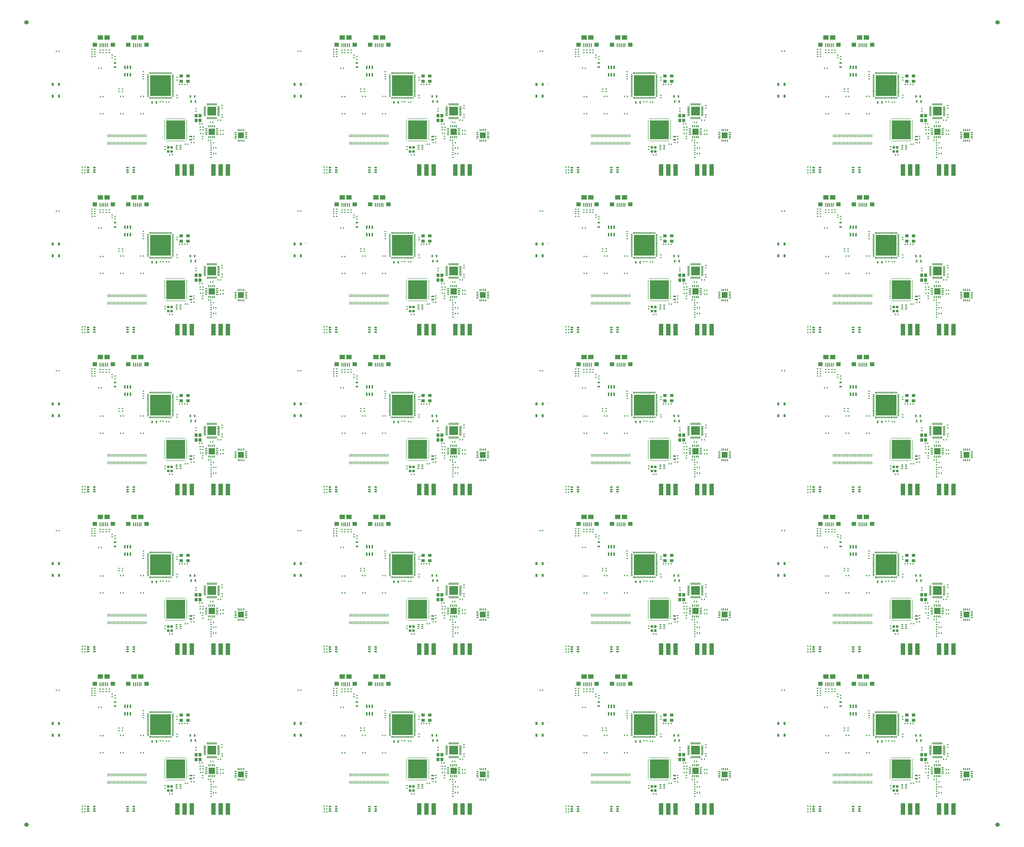
<source format=gtp>
G04 Layer_Color=8421504*
%FSLAX24Y24*%
%MOIN*%
G70*
G01*
G75*
%ADD10C,0.0600*%
%ADD11R,0.0236X0.0157*%
%ADD12R,0.0850X0.0850*%
%ADD13O,0.0394X0.0138*%
%ADD14O,0.0138X0.0394*%
%ADD15R,0.1240X0.1240*%
%ADD16O,0.0394X0.0110*%
%ADD17O,0.0110X0.0394*%
%ADD18R,0.0827X0.0827*%
%ADD19O,0.0394X0.0118*%
%ADD20O,0.0118X0.0394*%
%ADD21O,0.0110X0.0295*%
%ADD22O,0.0295X0.0110*%
%ADD23R,0.2874X0.2874*%
%ADD25C,0.0118*%
%ADD26R,0.0157X0.0532*%
%ADD27R,0.0335X0.0217*%
%ADD28R,0.0295X0.0118*%
%ADD29R,0.0079X0.0449*%
%ADD30R,0.0598X0.1598*%
%ADD31R,0.0512X0.0413*%
%ADD32R,0.0157X0.0236*%
%ADD33R,0.0394X0.0472*%
%ADD34R,0.0335X0.0374*%
%ADD35R,0.0394X0.0197*%
%ADD36R,0.0256X0.0413*%
%ADD37R,0.0244X0.0480*%
%ADD38R,0.0630X0.0551*%
%ADD39R,0.0748X0.0630*%
%ADD40R,0.0197X0.0354*%
%ADD41R,0.0354X0.0197*%
%ADD42R,0.2598X0.2598*%
%ADD43O,0.0236X0.0098*%
%ADD44O,0.0098X0.0236*%
D10*
X10750Y10750D02*
D03*
X145250D02*
D03*
Y122000D02*
D03*
X10750D02*
D03*
D11*
X20200Y29651D02*
D03*
Y29297D02*
D03*
X19800Y29651D02*
D03*
Y29297D02*
D03*
X22600Y28497D02*
D03*
Y28851D02*
D03*
X31600Y25397D02*
D03*
Y25751D02*
D03*
X37850Y20247D02*
D03*
Y20601D02*
D03*
X35150Y17247D02*
D03*
Y17601D02*
D03*
X34800Y18497D02*
D03*
Y18851D02*
D03*
X35200Y18497D02*
D03*
Y18851D02*
D03*
X21350Y29197D02*
D03*
Y29551D02*
D03*
X21800Y29197D02*
D03*
Y29551D02*
D03*
X26950Y25547D02*
D03*
Y25901D02*
D03*
X31600Y23301D02*
D03*
Y22947D02*
D03*
X24050Y23797D02*
D03*
Y24151D02*
D03*
X23550Y23797D02*
D03*
Y24151D02*
D03*
X36300Y15701D02*
D03*
Y15347D02*
D03*
Y16351D02*
D03*
Y15997D02*
D03*
X20200Y29001D02*
D03*
Y28647D02*
D03*
X19800Y29001D02*
D03*
Y28647D02*
D03*
X26950Y26551D02*
D03*
Y26197D02*
D03*
X34250Y21451D02*
D03*
Y21097D02*
D03*
X37850Y21851D02*
D03*
Y21497D02*
D03*
X36300Y14697D02*
D03*
Y15051D02*
D03*
X20950Y29197D02*
D03*
Y29551D02*
D03*
X22200Y29197D02*
D03*
Y29551D02*
D03*
X23000Y28651D02*
D03*
Y28297D02*
D03*
X29950Y16149D02*
D03*
Y15795D02*
D03*
X33950Y17247D02*
D03*
Y17601D02*
D03*
X53700Y29651D02*
D03*
Y29297D02*
D03*
X53300Y29651D02*
D03*
Y29297D02*
D03*
X56100Y28497D02*
D03*
Y28851D02*
D03*
X65100Y25397D02*
D03*
Y25751D02*
D03*
X71350Y20247D02*
D03*
Y20601D02*
D03*
X68650Y17247D02*
D03*
Y17601D02*
D03*
X68300Y18497D02*
D03*
Y18851D02*
D03*
X68700Y18497D02*
D03*
Y18851D02*
D03*
X54850Y29197D02*
D03*
Y29551D02*
D03*
X55300Y29197D02*
D03*
Y29551D02*
D03*
X60450Y25547D02*
D03*
Y25901D02*
D03*
X65100Y23301D02*
D03*
Y22947D02*
D03*
X57550Y23797D02*
D03*
Y24151D02*
D03*
X57050Y23797D02*
D03*
Y24151D02*
D03*
X69800Y15701D02*
D03*
Y15347D02*
D03*
Y16351D02*
D03*
Y15997D02*
D03*
X53700Y29001D02*
D03*
Y28647D02*
D03*
X53300Y29001D02*
D03*
Y28647D02*
D03*
X60450Y26551D02*
D03*
Y26197D02*
D03*
X67750Y21451D02*
D03*
Y21097D02*
D03*
X71350Y21851D02*
D03*
Y21497D02*
D03*
X69800Y14697D02*
D03*
Y15051D02*
D03*
X54450Y29197D02*
D03*
Y29551D02*
D03*
X55700Y29197D02*
D03*
Y29551D02*
D03*
X56500Y28651D02*
D03*
Y28297D02*
D03*
X63450Y16149D02*
D03*
Y15795D02*
D03*
X67450Y17247D02*
D03*
Y17601D02*
D03*
X87200Y29651D02*
D03*
Y29297D02*
D03*
X86800Y29651D02*
D03*
Y29297D02*
D03*
X89600Y28497D02*
D03*
Y28851D02*
D03*
X98600Y25397D02*
D03*
Y25751D02*
D03*
X104850Y20247D02*
D03*
Y20601D02*
D03*
X102150Y17247D02*
D03*
Y17601D02*
D03*
X101800Y18497D02*
D03*
Y18851D02*
D03*
X102200Y18497D02*
D03*
Y18851D02*
D03*
X88350Y29197D02*
D03*
Y29551D02*
D03*
X88800Y29197D02*
D03*
Y29551D02*
D03*
X93950Y25547D02*
D03*
Y25901D02*
D03*
X98600Y23301D02*
D03*
Y22947D02*
D03*
X91050Y23797D02*
D03*
Y24151D02*
D03*
X90550Y23797D02*
D03*
Y24151D02*
D03*
X103300Y15701D02*
D03*
Y15347D02*
D03*
Y16351D02*
D03*
Y15997D02*
D03*
X87200Y29001D02*
D03*
Y28647D02*
D03*
X86800Y29001D02*
D03*
Y28647D02*
D03*
X93950Y26551D02*
D03*
Y26197D02*
D03*
X101250Y21451D02*
D03*
Y21097D02*
D03*
X104850Y21851D02*
D03*
Y21497D02*
D03*
X103300Y14697D02*
D03*
Y15051D02*
D03*
X87950Y29197D02*
D03*
Y29551D02*
D03*
X89200Y29197D02*
D03*
Y29551D02*
D03*
X90000Y28651D02*
D03*
Y28297D02*
D03*
X96950Y16149D02*
D03*
Y15795D02*
D03*
X100950Y17247D02*
D03*
Y17601D02*
D03*
X120700Y29651D02*
D03*
Y29297D02*
D03*
X120300Y29651D02*
D03*
Y29297D02*
D03*
X123100Y28497D02*
D03*
Y28851D02*
D03*
X132100Y25397D02*
D03*
Y25751D02*
D03*
X138350Y20247D02*
D03*
Y20601D02*
D03*
X135650Y17247D02*
D03*
Y17601D02*
D03*
X135300Y18497D02*
D03*
Y18851D02*
D03*
X135700Y18497D02*
D03*
Y18851D02*
D03*
X121850Y29197D02*
D03*
Y29551D02*
D03*
X122300Y29197D02*
D03*
Y29551D02*
D03*
X127450Y25547D02*
D03*
Y25901D02*
D03*
X132100Y23301D02*
D03*
Y22947D02*
D03*
X124550Y23797D02*
D03*
Y24151D02*
D03*
X124050Y23797D02*
D03*
Y24151D02*
D03*
X136800Y15701D02*
D03*
Y15347D02*
D03*
Y16351D02*
D03*
Y15997D02*
D03*
X120700Y29001D02*
D03*
Y28647D02*
D03*
X120300Y29001D02*
D03*
Y28647D02*
D03*
X127450Y26551D02*
D03*
Y26197D02*
D03*
X134750Y21451D02*
D03*
Y21097D02*
D03*
X138350Y21851D02*
D03*
Y21497D02*
D03*
X136800Y14697D02*
D03*
Y15051D02*
D03*
X121450Y29197D02*
D03*
Y29551D02*
D03*
X122700Y29197D02*
D03*
Y29551D02*
D03*
X123500Y28651D02*
D03*
Y28297D02*
D03*
X130450Y16149D02*
D03*
Y15795D02*
D03*
X134450Y17247D02*
D03*
Y17601D02*
D03*
X20200Y51801D02*
D03*
Y51447D02*
D03*
X19800Y51801D02*
D03*
Y51447D02*
D03*
X22600Y50647D02*
D03*
Y51001D02*
D03*
X31600Y47547D02*
D03*
Y47901D02*
D03*
X37850Y42397D02*
D03*
Y42751D02*
D03*
X35150Y39397D02*
D03*
Y39751D02*
D03*
X34800Y40647D02*
D03*
Y41001D02*
D03*
X35200Y40647D02*
D03*
Y41001D02*
D03*
X21350Y51347D02*
D03*
Y51701D02*
D03*
X21800Y51347D02*
D03*
Y51701D02*
D03*
X26950Y47697D02*
D03*
Y48051D02*
D03*
X31600Y45451D02*
D03*
Y45097D02*
D03*
X24050Y45947D02*
D03*
Y46301D02*
D03*
X23550Y45947D02*
D03*
Y46301D02*
D03*
X36300Y37851D02*
D03*
Y37497D02*
D03*
Y38501D02*
D03*
Y38147D02*
D03*
X20200Y51151D02*
D03*
Y50797D02*
D03*
X19800Y51151D02*
D03*
Y50797D02*
D03*
X26950Y48701D02*
D03*
Y48347D02*
D03*
X34250Y43601D02*
D03*
Y43247D02*
D03*
X37850Y44001D02*
D03*
Y43647D02*
D03*
X36300Y36847D02*
D03*
Y37201D02*
D03*
X20950Y51347D02*
D03*
Y51701D02*
D03*
X22200Y51347D02*
D03*
Y51701D02*
D03*
X23000Y50801D02*
D03*
Y50447D02*
D03*
X29950Y38299D02*
D03*
Y37945D02*
D03*
X33950Y39397D02*
D03*
Y39751D02*
D03*
X53700Y51801D02*
D03*
Y51447D02*
D03*
X53300Y51801D02*
D03*
Y51447D02*
D03*
X56100Y50647D02*
D03*
Y51001D02*
D03*
X65100Y47547D02*
D03*
Y47901D02*
D03*
X71350Y42397D02*
D03*
Y42751D02*
D03*
X68650Y39397D02*
D03*
Y39751D02*
D03*
X68300Y40647D02*
D03*
Y41001D02*
D03*
X68700Y40647D02*
D03*
Y41001D02*
D03*
X54850Y51347D02*
D03*
Y51701D02*
D03*
X55300Y51347D02*
D03*
Y51701D02*
D03*
X60450Y47697D02*
D03*
Y48051D02*
D03*
X65100Y45451D02*
D03*
Y45097D02*
D03*
X57550Y45947D02*
D03*
Y46301D02*
D03*
X57050Y45947D02*
D03*
Y46301D02*
D03*
X69800Y37851D02*
D03*
Y37497D02*
D03*
Y38501D02*
D03*
Y38147D02*
D03*
X53700Y51151D02*
D03*
Y50797D02*
D03*
X53300Y51151D02*
D03*
Y50797D02*
D03*
X60450Y48701D02*
D03*
Y48347D02*
D03*
X67750Y43601D02*
D03*
Y43247D02*
D03*
X71350Y44001D02*
D03*
Y43647D02*
D03*
X69800Y36847D02*
D03*
Y37201D02*
D03*
X54450Y51347D02*
D03*
Y51701D02*
D03*
X55700Y51347D02*
D03*
Y51701D02*
D03*
X56500Y50801D02*
D03*
Y50447D02*
D03*
X63450Y38299D02*
D03*
Y37945D02*
D03*
X67450Y39397D02*
D03*
Y39751D02*
D03*
X87200Y51801D02*
D03*
Y51447D02*
D03*
X86800Y51801D02*
D03*
Y51447D02*
D03*
X89600Y50647D02*
D03*
Y51001D02*
D03*
X98600Y47547D02*
D03*
Y47901D02*
D03*
X104850Y42397D02*
D03*
Y42751D02*
D03*
X102150Y39397D02*
D03*
Y39751D02*
D03*
X101800Y40647D02*
D03*
Y41001D02*
D03*
X102200Y40647D02*
D03*
Y41001D02*
D03*
X88350Y51347D02*
D03*
Y51701D02*
D03*
X88800Y51347D02*
D03*
Y51701D02*
D03*
X93950Y47697D02*
D03*
Y48051D02*
D03*
X98600Y45451D02*
D03*
Y45097D02*
D03*
X91050Y45947D02*
D03*
Y46301D02*
D03*
X90550Y45947D02*
D03*
Y46301D02*
D03*
X103300Y37851D02*
D03*
Y37497D02*
D03*
Y38501D02*
D03*
Y38147D02*
D03*
X87200Y51151D02*
D03*
Y50797D02*
D03*
X86800Y51151D02*
D03*
Y50797D02*
D03*
X93950Y48701D02*
D03*
Y48347D02*
D03*
X101250Y43601D02*
D03*
Y43247D02*
D03*
X104850Y44001D02*
D03*
Y43647D02*
D03*
X103300Y36847D02*
D03*
Y37201D02*
D03*
X87950Y51347D02*
D03*
Y51701D02*
D03*
X89200Y51347D02*
D03*
Y51701D02*
D03*
X90000Y50801D02*
D03*
Y50447D02*
D03*
X96950Y38299D02*
D03*
Y37945D02*
D03*
X100950Y39397D02*
D03*
Y39751D02*
D03*
X120700Y51801D02*
D03*
Y51447D02*
D03*
X120300Y51801D02*
D03*
Y51447D02*
D03*
X123100Y50647D02*
D03*
Y51001D02*
D03*
X132100Y47547D02*
D03*
Y47901D02*
D03*
X138350Y42397D02*
D03*
Y42751D02*
D03*
X135650Y39397D02*
D03*
Y39751D02*
D03*
X135300Y40647D02*
D03*
Y41001D02*
D03*
X135700Y40647D02*
D03*
Y41001D02*
D03*
X121850Y51347D02*
D03*
Y51701D02*
D03*
X122300Y51347D02*
D03*
Y51701D02*
D03*
X127450Y47697D02*
D03*
Y48051D02*
D03*
X132100Y45451D02*
D03*
Y45097D02*
D03*
X124550Y45947D02*
D03*
Y46301D02*
D03*
X124050Y45947D02*
D03*
Y46301D02*
D03*
X136800Y37851D02*
D03*
Y37497D02*
D03*
Y38501D02*
D03*
Y38147D02*
D03*
X120700Y51151D02*
D03*
Y50797D02*
D03*
X120300Y51151D02*
D03*
Y50797D02*
D03*
X127450Y48701D02*
D03*
Y48347D02*
D03*
X134750Y43601D02*
D03*
Y43247D02*
D03*
X138350Y44001D02*
D03*
Y43647D02*
D03*
X136800Y36847D02*
D03*
Y37201D02*
D03*
X121450Y51347D02*
D03*
Y51701D02*
D03*
X122700Y51347D02*
D03*
Y51701D02*
D03*
X123500Y50801D02*
D03*
Y50447D02*
D03*
X130450Y38299D02*
D03*
Y37945D02*
D03*
X134450Y39397D02*
D03*
Y39751D02*
D03*
X20200Y73951D02*
D03*
Y73597D02*
D03*
X19800Y73951D02*
D03*
Y73597D02*
D03*
X22600Y72797D02*
D03*
Y73151D02*
D03*
X31600Y69697D02*
D03*
Y70051D02*
D03*
X37850Y64547D02*
D03*
Y64901D02*
D03*
X35150Y61547D02*
D03*
Y61901D02*
D03*
X34800Y62797D02*
D03*
Y63151D02*
D03*
X35200Y62797D02*
D03*
Y63151D02*
D03*
X21350Y73497D02*
D03*
Y73851D02*
D03*
X21800Y73497D02*
D03*
Y73851D02*
D03*
X26950Y69847D02*
D03*
Y70201D02*
D03*
X31600Y67601D02*
D03*
Y67247D02*
D03*
X24050Y68097D02*
D03*
Y68451D02*
D03*
X23550Y68097D02*
D03*
Y68451D02*
D03*
X36300Y60001D02*
D03*
Y59647D02*
D03*
Y60651D02*
D03*
Y60297D02*
D03*
X20200Y73301D02*
D03*
Y72947D02*
D03*
X19800Y73301D02*
D03*
Y72947D02*
D03*
X26950Y70851D02*
D03*
Y70497D02*
D03*
X34250Y65751D02*
D03*
Y65397D02*
D03*
X37850Y66151D02*
D03*
Y65797D02*
D03*
X36300Y58997D02*
D03*
Y59351D02*
D03*
X20950Y73497D02*
D03*
Y73851D02*
D03*
X22200Y73497D02*
D03*
Y73851D02*
D03*
X23000Y72951D02*
D03*
Y72597D02*
D03*
X29950Y60449D02*
D03*
Y60095D02*
D03*
X33950Y61547D02*
D03*
Y61901D02*
D03*
X53700Y73951D02*
D03*
Y73597D02*
D03*
X53300Y73951D02*
D03*
Y73597D02*
D03*
X56100Y72797D02*
D03*
Y73151D02*
D03*
X65100Y69697D02*
D03*
Y70051D02*
D03*
X71350Y64547D02*
D03*
Y64901D02*
D03*
X68650Y61547D02*
D03*
Y61901D02*
D03*
X68300Y62797D02*
D03*
Y63151D02*
D03*
X68700Y62797D02*
D03*
Y63151D02*
D03*
X54850Y73497D02*
D03*
Y73851D02*
D03*
X55300Y73497D02*
D03*
Y73851D02*
D03*
X60450Y69847D02*
D03*
Y70201D02*
D03*
X65100Y67601D02*
D03*
Y67247D02*
D03*
X57550Y68097D02*
D03*
Y68451D02*
D03*
X57050Y68097D02*
D03*
Y68451D02*
D03*
X69800Y60001D02*
D03*
Y59647D02*
D03*
Y60651D02*
D03*
Y60297D02*
D03*
X53700Y73301D02*
D03*
Y72947D02*
D03*
X53300Y73301D02*
D03*
Y72947D02*
D03*
X60450Y70851D02*
D03*
Y70497D02*
D03*
X67750Y65751D02*
D03*
Y65397D02*
D03*
X71350Y66151D02*
D03*
Y65797D02*
D03*
X69800Y58997D02*
D03*
Y59351D02*
D03*
X54450Y73497D02*
D03*
Y73851D02*
D03*
X55700Y73497D02*
D03*
Y73851D02*
D03*
X56500Y72951D02*
D03*
Y72597D02*
D03*
X63450Y60449D02*
D03*
Y60095D02*
D03*
X67450Y61547D02*
D03*
Y61901D02*
D03*
X87200Y73951D02*
D03*
Y73597D02*
D03*
X86800Y73951D02*
D03*
Y73597D02*
D03*
X89600Y72797D02*
D03*
Y73151D02*
D03*
X98600Y69697D02*
D03*
Y70051D02*
D03*
X104850Y64547D02*
D03*
Y64901D02*
D03*
X102150Y61547D02*
D03*
Y61901D02*
D03*
X101800Y62797D02*
D03*
Y63151D02*
D03*
X102200Y62797D02*
D03*
Y63151D02*
D03*
X88350Y73497D02*
D03*
Y73851D02*
D03*
X88800Y73497D02*
D03*
Y73851D02*
D03*
X93950Y69847D02*
D03*
Y70201D02*
D03*
X98600Y67601D02*
D03*
Y67247D02*
D03*
X91050Y68097D02*
D03*
Y68451D02*
D03*
X90550Y68097D02*
D03*
Y68451D02*
D03*
X103300Y60001D02*
D03*
Y59647D02*
D03*
Y60651D02*
D03*
Y60297D02*
D03*
X87200Y73301D02*
D03*
Y72947D02*
D03*
X86800Y73301D02*
D03*
Y72947D02*
D03*
X93950Y70851D02*
D03*
Y70497D02*
D03*
X101250Y65751D02*
D03*
Y65397D02*
D03*
X104850Y66151D02*
D03*
Y65797D02*
D03*
X103300Y58997D02*
D03*
Y59351D02*
D03*
X87950Y73497D02*
D03*
Y73851D02*
D03*
X89200Y73497D02*
D03*
Y73851D02*
D03*
X90000Y72951D02*
D03*
Y72597D02*
D03*
X96950Y60449D02*
D03*
Y60095D02*
D03*
X100950Y61547D02*
D03*
Y61901D02*
D03*
X120700Y73951D02*
D03*
Y73597D02*
D03*
X120300Y73951D02*
D03*
Y73597D02*
D03*
X123100Y72797D02*
D03*
Y73151D02*
D03*
X132100Y69697D02*
D03*
Y70051D02*
D03*
X138350Y64547D02*
D03*
Y64901D02*
D03*
X135650Y61547D02*
D03*
Y61901D02*
D03*
X135300Y62797D02*
D03*
Y63151D02*
D03*
X135700Y62797D02*
D03*
Y63151D02*
D03*
X121850Y73497D02*
D03*
Y73851D02*
D03*
X122300Y73497D02*
D03*
Y73851D02*
D03*
X127450Y69847D02*
D03*
Y70201D02*
D03*
X132100Y67601D02*
D03*
Y67247D02*
D03*
X124550Y68097D02*
D03*
Y68451D02*
D03*
X124050Y68097D02*
D03*
Y68451D02*
D03*
X136800Y60001D02*
D03*
Y59647D02*
D03*
Y60651D02*
D03*
Y60297D02*
D03*
X120700Y73301D02*
D03*
Y72947D02*
D03*
X120300Y73301D02*
D03*
Y72947D02*
D03*
X127450Y70851D02*
D03*
Y70497D02*
D03*
X134750Y65751D02*
D03*
Y65397D02*
D03*
X138350Y66151D02*
D03*
Y65797D02*
D03*
X136800Y58997D02*
D03*
Y59351D02*
D03*
X121450Y73497D02*
D03*
Y73851D02*
D03*
X122700Y73497D02*
D03*
Y73851D02*
D03*
X123500Y72951D02*
D03*
Y72597D02*
D03*
X130450Y60449D02*
D03*
Y60095D02*
D03*
X134450Y61547D02*
D03*
Y61901D02*
D03*
X20200Y96101D02*
D03*
Y95747D02*
D03*
X19800Y96101D02*
D03*
Y95747D02*
D03*
X22600Y94947D02*
D03*
Y95301D02*
D03*
X31600Y91847D02*
D03*
Y92201D02*
D03*
X37850Y86697D02*
D03*
Y87051D02*
D03*
X35150Y83697D02*
D03*
Y84051D02*
D03*
X34800Y84947D02*
D03*
Y85301D02*
D03*
X35200Y84947D02*
D03*
Y85301D02*
D03*
X21350Y95647D02*
D03*
Y96001D02*
D03*
X21800Y95647D02*
D03*
Y96001D02*
D03*
X26950Y91997D02*
D03*
Y92351D02*
D03*
X31600Y89751D02*
D03*
Y89397D02*
D03*
X24050Y90247D02*
D03*
Y90601D02*
D03*
X23550Y90247D02*
D03*
Y90601D02*
D03*
X36300Y82151D02*
D03*
Y81797D02*
D03*
Y82801D02*
D03*
Y82447D02*
D03*
X20200Y95451D02*
D03*
Y95097D02*
D03*
X19800Y95451D02*
D03*
Y95097D02*
D03*
X26950Y93001D02*
D03*
Y92647D02*
D03*
X34250Y87901D02*
D03*
Y87547D02*
D03*
X37850Y88301D02*
D03*
Y87947D02*
D03*
X36300Y81147D02*
D03*
Y81501D02*
D03*
X20950Y95647D02*
D03*
Y96001D02*
D03*
X22200Y95647D02*
D03*
Y96001D02*
D03*
X23000Y95101D02*
D03*
Y94747D02*
D03*
X29950Y82599D02*
D03*
Y82245D02*
D03*
X33950Y83697D02*
D03*
Y84051D02*
D03*
X53700Y96101D02*
D03*
Y95747D02*
D03*
X53300Y96101D02*
D03*
Y95747D02*
D03*
X56100Y94947D02*
D03*
Y95301D02*
D03*
X65100Y91847D02*
D03*
Y92201D02*
D03*
X71350Y86697D02*
D03*
Y87051D02*
D03*
X68650Y83697D02*
D03*
Y84051D02*
D03*
X68300Y84947D02*
D03*
Y85301D02*
D03*
X68700Y84947D02*
D03*
Y85301D02*
D03*
X54850Y95647D02*
D03*
Y96001D02*
D03*
X55300Y95647D02*
D03*
Y96001D02*
D03*
X60450Y91997D02*
D03*
Y92351D02*
D03*
X65100Y89751D02*
D03*
Y89397D02*
D03*
X57550Y90247D02*
D03*
Y90601D02*
D03*
X57050Y90247D02*
D03*
Y90601D02*
D03*
X69800Y82151D02*
D03*
Y81797D02*
D03*
Y82801D02*
D03*
Y82447D02*
D03*
X53700Y95451D02*
D03*
Y95097D02*
D03*
X53300Y95451D02*
D03*
Y95097D02*
D03*
X60450Y93001D02*
D03*
Y92647D02*
D03*
X67750Y87901D02*
D03*
Y87547D02*
D03*
X71350Y88301D02*
D03*
Y87947D02*
D03*
X69800Y81147D02*
D03*
Y81501D02*
D03*
X54450Y95647D02*
D03*
Y96001D02*
D03*
X55700Y95647D02*
D03*
Y96001D02*
D03*
X56500Y95101D02*
D03*
Y94747D02*
D03*
X63450Y82599D02*
D03*
Y82245D02*
D03*
X67450Y83697D02*
D03*
Y84051D02*
D03*
X87200Y96101D02*
D03*
Y95747D02*
D03*
X86800Y96101D02*
D03*
Y95747D02*
D03*
X89600Y94947D02*
D03*
Y95301D02*
D03*
X98600Y91847D02*
D03*
Y92201D02*
D03*
X104850Y86697D02*
D03*
Y87051D02*
D03*
X102150Y83697D02*
D03*
Y84051D02*
D03*
X101800Y84947D02*
D03*
Y85301D02*
D03*
X102200Y84947D02*
D03*
Y85301D02*
D03*
X88350Y95647D02*
D03*
Y96001D02*
D03*
X88800Y95647D02*
D03*
Y96001D02*
D03*
X93950Y91997D02*
D03*
Y92351D02*
D03*
X98600Y89751D02*
D03*
Y89397D02*
D03*
X91050Y90247D02*
D03*
Y90601D02*
D03*
X90550Y90247D02*
D03*
Y90601D02*
D03*
X103300Y82151D02*
D03*
Y81797D02*
D03*
Y82801D02*
D03*
Y82447D02*
D03*
X87200Y95451D02*
D03*
Y95097D02*
D03*
X86800Y95451D02*
D03*
Y95097D02*
D03*
X93950Y93001D02*
D03*
Y92647D02*
D03*
X101250Y87901D02*
D03*
Y87547D02*
D03*
X104850Y88301D02*
D03*
Y87947D02*
D03*
X103300Y81147D02*
D03*
Y81501D02*
D03*
X87950Y95647D02*
D03*
Y96001D02*
D03*
X89200Y95647D02*
D03*
Y96001D02*
D03*
X90000Y95101D02*
D03*
Y94747D02*
D03*
X96950Y82599D02*
D03*
Y82245D02*
D03*
X100950Y83697D02*
D03*
Y84051D02*
D03*
X120700Y96101D02*
D03*
Y95747D02*
D03*
X120300Y96101D02*
D03*
Y95747D02*
D03*
X123100Y94947D02*
D03*
Y95301D02*
D03*
X132100Y91847D02*
D03*
Y92201D02*
D03*
X138350Y86697D02*
D03*
Y87051D02*
D03*
X135650Y83697D02*
D03*
Y84051D02*
D03*
X135300Y84947D02*
D03*
Y85301D02*
D03*
X135700Y84947D02*
D03*
Y85301D02*
D03*
X121850Y95647D02*
D03*
Y96001D02*
D03*
X122300Y95647D02*
D03*
Y96001D02*
D03*
X127450Y91997D02*
D03*
Y92351D02*
D03*
X132100Y89751D02*
D03*
Y89397D02*
D03*
X124550Y90247D02*
D03*
Y90601D02*
D03*
X124050Y90247D02*
D03*
Y90601D02*
D03*
X136800Y82151D02*
D03*
Y81797D02*
D03*
Y82801D02*
D03*
Y82447D02*
D03*
X120700Y95451D02*
D03*
Y95097D02*
D03*
X120300Y95451D02*
D03*
Y95097D02*
D03*
X127450Y93001D02*
D03*
Y92647D02*
D03*
X134750Y87901D02*
D03*
Y87547D02*
D03*
X138350Y88301D02*
D03*
Y87947D02*
D03*
X136800Y81147D02*
D03*
Y81501D02*
D03*
X121450Y95647D02*
D03*
Y96001D02*
D03*
X122700Y95647D02*
D03*
Y96001D02*
D03*
X123500Y95101D02*
D03*
Y94747D02*
D03*
X130450Y82599D02*
D03*
Y82245D02*
D03*
X134450Y83697D02*
D03*
Y84051D02*
D03*
X20200Y118251D02*
D03*
Y117897D02*
D03*
X19800Y118251D02*
D03*
Y117897D02*
D03*
X22600Y117097D02*
D03*
Y117451D02*
D03*
X31600Y113997D02*
D03*
Y114351D02*
D03*
X37850Y108847D02*
D03*
Y109201D02*
D03*
X35150Y105847D02*
D03*
Y106201D02*
D03*
X34800Y107097D02*
D03*
Y107451D02*
D03*
X35200Y107097D02*
D03*
Y107451D02*
D03*
X21350Y117797D02*
D03*
Y118151D02*
D03*
X21800Y117797D02*
D03*
Y118151D02*
D03*
X26950Y114147D02*
D03*
Y114501D02*
D03*
X31600Y111901D02*
D03*
Y111547D02*
D03*
X24050Y112397D02*
D03*
Y112751D02*
D03*
X23550Y112397D02*
D03*
Y112751D02*
D03*
X36300Y104301D02*
D03*
Y103947D02*
D03*
Y104951D02*
D03*
Y104597D02*
D03*
X20200Y117601D02*
D03*
Y117247D02*
D03*
X19800Y117601D02*
D03*
Y117247D02*
D03*
X26950Y115151D02*
D03*
Y114797D02*
D03*
X34250Y110051D02*
D03*
Y109697D02*
D03*
X37850Y110451D02*
D03*
Y110097D02*
D03*
X36300Y103297D02*
D03*
Y103651D02*
D03*
X20950Y117797D02*
D03*
Y118151D02*
D03*
X22200Y117797D02*
D03*
Y118151D02*
D03*
X23000Y117251D02*
D03*
Y116897D02*
D03*
X29950Y104749D02*
D03*
Y104395D02*
D03*
X33950Y105847D02*
D03*
Y106201D02*
D03*
X53700Y118251D02*
D03*
Y117897D02*
D03*
X53300Y118251D02*
D03*
Y117897D02*
D03*
X56100Y117097D02*
D03*
Y117451D02*
D03*
X65100Y113997D02*
D03*
Y114351D02*
D03*
X71350Y108847D02*
D03*
Y109201D02*
D03*
X68650Y105847D02*
D03*
Y106201D02*
D03*
X68300Y107097D02*
D03*
Y107451D02*
D03*
X68700Y107097D02*
D03*
Y107451D02*
D03*
X54850Y117797D02*
D03*
Y118151D02*
D03*
X55300Y117797D02*
D03*
Y118151D02*
D03*
X60450Y114147D02*
D03*
Y114501D02*
D03*
X65100Y111901D02*
D03*
Y111547D02*
D03*
X57550Y112397D02*
D03*
Y112751D02*
D03*
X57050Y112397D02*
D03*
Y112751D02*
D03*
X69800Y104301D02*
D03*
Y103947D02*
D03*
Y104951D02*
D03*
Y104597D02*
D03*
X53700Y117601D02*
D03*
Y117247D02*
D03*
X53300Y117601D02*
D03*
Y117247D02*
D03*
X60450Y115151D02*
D03*
Y114797D02*
D03*
X67750Y110051D02*
D03*
Y109697D02*
D03*
X71350Y110451D02*
D03*
Y110097D02*
D03*
X69800Y103297D02*
D03*
Y103651D02*
D03*
X54450Y117797D02*
D03*
Y118151D02*
D03*
X55700Y117797D02*
D03*
Y118151D02*
D03*
X56500Y117251D02*
D03*
Y116897D02*
D03*
X63450Y104749D02*
D03*
Y104395D02*
D03*
X67450Y105847D02*
D03*
Y106201D02*
D03*
X87200Y118251D02*
D03*
Y117897D02*
D03*
X86800Y118251D02*
D03*
Y117897D02*
D03*
X89600Y117097D02*
D03*
Y117451D02*
D03*
X98600Y113997D02*
D03*
Y114351D02*
D03*
X104850Y108847D02*
D03*
Y109201D02*
D03*
X102150Y105847D02*
D03*
Y106201D02*
D03*
X101800Y107097D02*
D03*
Y107451D02*
D03*
X102200Y107097D02*
D03*
Y107451D02*
D03*
X88350Y117797D02*
D03*
Y118151D02*
D03*
X88800Y117797D02*
D03*
Y118151D02*
D03*
X93950Y114147D02*
D03*
Y114501D02*
D03*
X98600Y111901D02*
D03*
Y111547D02*
D03*
X91050Y112397D02*
D03*
Y112751D02*
D03*
X90550Y112397D02*
D03*
Y112751D02*
D03*
X103300Y104301D02*
D03*
Y103947D02*
D03*
Y104951D02*
D03*
Y104597D02*
D03*
X87200Y117601D02*
D03*
Y117247D02*
D03*
X86800Y117601D02*
D03*
Y117247D02*
D03*
X93950Y115151D02*
D03*
Y114797D02*
D03*
X101250Y110051D02*
D03*
Y109697D02*
D03*
X104850Y110451D02*
D03*
Y110097D02*
D03*
X103300Y103297D02*
D03*
Y103651D02*
D03*
X87950Y117797D02*
D03*
Y118151D02*
D03*
X89200Y117797D02*
D03*
Y118151D02*
D03*
X90000Y117251D02*
D03*
Y116897D02*
D03*
X96950Y104749D02*
D03*
Y104395D02*
D03*
X100950Y105847D02*
D03*
Y106201D02*
D03*
X120700Y118251D02*
D03*
Y117897D02*
D03*
X120300Y118251D02*
D03*
Y117897D02*
D03*
X123100Y117097D02*
D03*
Y117451D02*
D03*
X132100Y113997D02*
D03*
Y114351D02*
D03*
X138350Y108847D02*
D03*
Y109201D02*
D03*
X135650Y105847D02*
D03*
Y106201D02*
D03*
X135300Y107097D02*
D03*
Y107451D02*
D03*
X135700Y107097D02*
D03*
Y107451D02*
D03*
X121850Y117797D02*
D03*
Y118151D02*
D03*
X122300Y117797D02*
D03*
Y118151D02*
D03*
X127450Y114147D02*
D03*
Y114501D02*
D03*
X132100Y111901D02*
D03*
Y111547D02*
D03*
X124550Y112397D02*
D03*
Y112751D02*
D03*
X124050Y112397D02*
D03*
Y112751D02*
D03*
X136800Y104301D02*
D03*
Y103947D02*
D03*
Y104951D02*
D03*
Y104597D02*
D03*
X120700Y117601D02*
D03*
Y117247D02*
D03*
X120300Y117601D02*
D03*
Y117247D02*
D03*
X127450Y115151D02*
D03*
Y114797D02*
D03*
X134750Y110051D02*
D03*
Y109697D02*
D03*
X138350Y110451D02*
D03*
Y110097D02*
D03*
X136800Y103297D02*
D03*
Y103651D02*
D03*
X121450Y117797D02*
D03*
Y118151D02*
D03*
X122700Y117797D02*
D03*
Y118151D02*
D03*
X123500Y117251D02*
D03*
Y116897D02*
D03*
X130450Y104749D02*
D03*
Y104395D02*
D03*
X134450Y105847D02*
D03*
Y106201D02*
D03*
D12*
X36400Y18224D02*
D03*
X69900D02*
D03*
X103400D02*
D03*
X136900D02*
D03*
X36400Y40374D02*
D03*
X69900D02*
D03*
X103400D02*
D03*
X136900D02*
D03*
X36400Y62524D02*
D03*
X69900D02*
D03*
X103400D02*
D03*
X136900D02*
D03*
X36400Y84674D02*
D03*
X69900D02*
D03*
X103400D02*
D03*
X136900D02*
D03*
X36400Y106824D02*
D03*
X69900D02*
D03*
X103400D02*
D03*
X136900D02*
D03*
D13*
X37148Y18608D02*
D03*
Y18352D02*
D03*
Y18096D02*
D03*
Y17840D02*
D03*
X35652D02*
D03*
Y18096D02*
D03*
Y18352D02*
D03*
Y18608D02*
D03*
X70648D02*
D03*
Y18352D02*
D03*
Y18096D02*
D03*
Y17840D02*
D03*
X69152D02*
D03*
Y18096D02*
D03*
Y18352D02*
D03*
Y18608D02*
D03*
X104148D02*
D03*
Y18352D02*
D03*
Y18096D02*
D03*
Y17840D02*
D03*
X102652D02*
D03*
Y18096D02*
D03*
Y18352D02*
D03*
Y18608D02*
D03*
X137648D02*
D03*
Y18352D02*
D03*
Y18096D02*
D03*
Y17840D02*
D03*
X136152D02*
D03*
Y18096D02*
D03*
Y18352D02*
D03*
Y18608D02*
D03*
X37148Y40758D02*
D03*
Y40502D02*
D03*
Y40246D02*
D03*
Y39990D02*
D03*
X35652D02*
D03*
Y40246D02*
D03*
Y40502D02*
D03*
Y40758D02*
D03*
X70648D02*
D03*
Y40502D02*
D03*
Y40246D02*
D03*
Y39990D02*
D03*
X69152D02*
D03*
Y40246D02*
D03*
Y40502D02*
D03*
Y40758D02*
D03*
X104148D02*
D03*
Y40502D02*
D03*
Y40246D02*
D03*
Y39990D02*
D03*
X102652D02*
D03*
Y40246D02*
D03*
Y40502D02*
D03*
Y40758D02*
D03*
X137648D02*
D03*
Y40502D02*
D03*
Y40246D02*
D03*
Y39990D02*
D03*
X136152D02*
D03*
Y40246D02*
D03*
Y40502D02*
D03*
Y40758D02*
D03*
X37148Y62908D02*
D03*
Y62652D02*
D03*
Y62396D02*
D03*
Y62140D02*
D03*
X35652D02*
D03*
Y62396D02*
D03*
Y62652D02*
D03*
Y62908D02*
D03*
X70648D02*
D03*
Y62652D02*
D03*
Y62396D02*
D03*
Y62140D02*
D03*
X69152D02*
D03*
Y62396D02*
D03*
Y62652D02*
D03*
Y62908D02*
D03*
X104148D02*
D03*
Y62652D02*
D03*
Y62396D02*
D03*
Y62140D02*
D03*
X102652D02*
D03*
Y62396D02*
D03*
Y62652D02*
D03*
Y62908D02*
D03*
X137648D02*
D03*
Y62652D02*
D03*
Y62396D02*
D03*
Y62140D02*
D03*
X136152D02*
D03*
Y62396D02*
D03*
Y62652D02*
D03*
Y62908D02*
D03*
X37148Y85058D02*
D03*
Y84802D02*
D03*
Y84546D02*
D03*
Y84290D02*
D03*
X35652D02*
D03*
Y84546D02*
D03*
Y84802D02*
D03*
Y85058D02*
D03*
X70648D02*
D03*
Y84802D02*
D03*
Y84546D02*
D03*
Y84290D02*
D03*
X69152D02*
D03*
Y84546D02*
D03*
Y84802D02*
D03*
Y85058D02*
D03*
X104148D02*
D03*
Y84802D02*
D03*
Y84546D02*
D03*
Y84290D02*
D03*
X102652D02*
D03*
Y84546D02*
D03*
Y84802D02*
D03*
Y85058D02*
D03*
X137648D02*
D03*
Y84802D02*
D03*
Y84546D02*
D03*
Y84290D02*
D03*
X136152D02*
D03*
Y84546D02*
D03*
Y84802D02*
D03*
Y85058D02*
D03*
X37148Y107208D02*
D03*
Y106952D02*
D03*
Y106696D02*
D03*
Y106440D02*
D03*
X35652D02*
D03*
Y106696D02*
D03*
Y106952D02*
D03*
Y107208D02*
D03*
X70648D02*
D03*
Y106952D02*
D03*
Y106696D02*
D03*
Y106440D02*
D03*
X69152D02*
D03*
Y106696D02*
D03*
Y106952D02*
D03*
Y107208D02*
D03*
X104148D02*
D03*
Y106952D02*
D03*
Y106696D02*
D03*
Y106440D02*
D03*
X102652D02*
D03*
Y106696D02*
D03*
Y106952D02*
D03*
Y107208D02*
D03*
X137648D02*
D03*
Y106952D02*
D03*
Y106696D02*
D03*
Y106440D02*
D03*
X136152D02*
D03*
Y106696D02*
D03*
Y106952D02*
D03*
Y107208D02*
D03*
D14*
X36784Y17476D02*
D03*
X36528D02*
D03*
X36272D02*
D03*
X36016D02*
D03*
Y18972D02*
D03*
X36272D02*
D03*
X36528D02*
D03*
X36784D02*
D03*
X70284Y17476D02*
D03*
X70028D02*
D03*
X69772D02*
D03*
X69516D02*
D03*
Y18972D02*
D03*
X69772D02*
D03*
X70028D02*
D03*
X70284D02*
D03*
X103784Y17476D02*
D03*
X103528D02*
D03*
X103272D02*
D03*
X103016D02*
D03*
Y18972D02*
D03*
X103272D02*
D03*
X103528D02*
D03*
X103784D02*
D03*
X137284Y17476D02*
D03*
X137028D02*
D03*
X136772D02*
D03*
X136516D02*
D03*
Y18972D02*
D03*
X136772D02*
D03*
X137028D02*
D03*
X137284D02*
D03*
X36784Y39626D02*
D03*
X36528D02*
D03*
X36272D02*
D03*
X36016D02*
D03*
Y41122D02*
D03*
X36272D02*
D03*
X36528D02*
D03*
X36784D02*
D03*
X70284Y39626D02*
D03*
X70028D02*
D03*
X69772D02*
D03*
X69516D02*
D03*
Y41122D02*
D03*
X69772D02*
D03*
X70028D02*
D03*
X70284D02*
D03*
X103784Y39626D02*
D03*
X103528D02*
D03*
X103272D02*
D03*
X103016D02*
D03*
Y41122D02*
D03*
X103272D02*
D03*
X103528D02*
D03*
X103784D02*
D03*
X137284Y39626D02*
D03*
X137028D02*
D03*
X136772D02*
D03*
X136516D02*
D03*
Y41122D02*
D03*
X136772D02*
D03*
X137028D02*
D03*
X137284D02*
D03*
X36784Y61776D02*
D03*
X36528D02*
D03*
X36272D02*
D03*
X36016D02*
D03*
Y63272D02*
D03*
X36272D02*
D03*
X36528D02*
D03*
X36784D02*
D03*
X70284Y61776D02*
D03*
X70028D02*
D03*
X69772D02*
D03*
X69516D02*
D03*
Y63272D02*
D03*
X69772D02*
D03*
X70028D02*
D03*
X70284D02*
D03*
X103784Y61776D02*
D03*
X103528D02*
D03*
X103272D02*
D03*
X103016D02*
D03*
Y63272D02*
D03*
X103272D02*
D03*
X103528D02*
D03*
X103784D02*
D03*
X137284Y61776D02*
D03*
X137028D02*
D03*
X136772D02*
D03*
X136516D02*
D03*
Y63272D02*
D03*
X136772D02*
D03*
X137028D02*
D03*
X137284D02*
D03*
X36784Y83926D02*
D03*
X36528D02*
D03*
X36272D02*
D03*
X36016D02*
D03*
Y85422D02*
D03*
X36272D02*
D03*
X36528D02*
D03*
X36784D02*
D03*
X70284Y83926D02*
D03*
X70028D02*
D03*
X69772D02*
D03*
X69516D02*
D03*
Y85422D02*
D03*
X69772D02*
D03*
X70028D02*
D03*
X70284D02*
D03*
X103784Y83926D02*
D03*
X103528D02*
D03*
X103272D02*
D03*
X103016D02*
D03*
Y85422D02*
D03*
X103272D02*
D03*
X103528D02*
D03*
X103784D02*
D03*
X137284Y83926D02*
D03*
X137028D02*
D03*
X136772D02*
D03*
X136516D02*
D03*
Y85422D02*
D03*
X136772D02*
D03*
X137028D02*
D03*
X137284D02*
D03*
X36784Y106076D02*
D03*
X36528D02*
D03*
X36272D02*
D03*
X36016D02*
D03*
Y107572D02*
D03*
X36272D02*
D03*
X36528D02*
D03*
X36784D02*
D03*
X70284Y106076D02*
D03*
X70028D02*
D03*
X69772D02*
D03*
X69516D02*
D03*
Y107572D02*
D03*
X69772D02*
D03*
X70028D02*
D03*
X70284D02*
D03*
X103784Y106076D02*
D03*
X103528D02*
D03*
X103272D02*
D03*
X103016D02*
D03*
Y107572D02*
D03*
X103272D02*
D03*
X103528D02*
D03*
X103784D02*
D03*
X137284Y106076D02*
D03*
X137028D02*
D03*
X136772D02*
D03*
X136516D02*
D03*
Y107572D02*
D03*
X136772D02*
D03*
X137028D02*
D03*
X137284D02*
D03*
D15*
X36400Y21074D02*
D03*
X69900D02*
D03*
X103400D02*
D03*
X136900D02*
D03*
X36400Y43224D02*
D03*
X69900D02*
D03*
X103400D02*
D03*
X136900D02*
D03*
X36400Y65374D02*
D03*
X69900D02*
D03*
X103400D02*
D03*
X136900D02*
D03*
X36400Y87524D02*
D03*
X69900D02*
D03*
X103400D02*
D03*
X136900D02*
D03*
X36400Y109674D02*
D03*
X69900D02*
D03*
X103400D02*
D03*
X136900D02*
D03*
D16*
X37345Y21665D02*
D03*
Y21468D02*
D03*
Y21271D02*
D03*
Y21074D02*
D03*
Y20877D02*
D03*
Y20680D02*
D03*
Y20483D02*
D03*
X35455D02*
D03*
Y20680D02*
D03*
Y20877D02*
D03*
Y21074D02*
D03*
Y21271D02*
D03*
Y21468D02*
D03*
Y21665D02*
D03*
X70845D02*
D03*
Y21468D02*
D03*
Y21271D02*
D03*
Y21074D02*
D03*
Y20877D02*
D03*
Y20680D02*
D03*
Y20483D02*
D03*
X68955D02*
D03*
Y20680D02*
D03*
Y20877D02*
D03*
Y21074D02*
D03*
Y21271D02*
D03*
Y21468D02*
D03*
Y21665D02*
D03*
X104345D02*
D03*
Y21468D02*
D03*
Y21271D02*
D03*
Y21074D02*
D03*
Y20877D02*
D03*
Y20680D02*
D03*
Y20483D02*
D03*
X102455D02*
D03*
Y20680D02*
D03*
Y20877D02*
D03*
Y21074D02*
D03*
Y21271D02*
D03*
Y21468D02*
D03*
Y21665D02*
D03*
X137845D02*
D03*
Y21468D02*
D03*
Y21271D02*
D03*
Y21074D02*
D03*
Y20877D02*
D03*
Y20680D02*
D03*
Y20483D02*
D03*
X135955D02*
D03*
Y20680D02*
D03*
Y20877D02*
D03*
Y21074D02*
D03*
Y21271D02*
D03*
Y21468D02*
D03*
Y21665D02*
D03*
X37345Y43815D02*
D03*
Y43618D02*
D03*
Y43421D02*
D03*
Y43224D02*
D03*
Y43027D02*
D03*
Y42830D02*
D03*
Y42633D02*
D03*
X35455D02*
D03*
Y42830D02*
D03*
Y43027D02*
D03*
Y43224D02*
D03*
Y43421D02*
D03*
Y43618D02*
D03*
Y43815D02*
D03*
X70845D02*
D03*
Y43618D02*
D03*
Y43421D02*
D03*
Y43224D02*
D03*
Y43027D02*
D03*
Y42830D02*
D03*
Y42633D02*
D03*
X68955D02*
D03*
Y42830D02*
D03*
Y43027D02*
D03*
Y43224D02*
D03*
Y43421D02*
D03*
Y43618D02*
D03*
Y43815D02*
D03*
X104345D02*
D03*
Y43618D02*
D03*
Y43421D02*
D03*
Y43224D02*
D03*
Y43027D02*
D03*
Y42830D02*
D03*
Y42633D02*
D03*
X102455D02*
D03*
Y42830D02*
D03*
Y43027D02*
D03*
Y43224D02*
D03*
Y43421D02*
D03*
Y43618D02*
D03*
Y43815D02*
D03*
X137845D02*
D03*
Y43618D02*
D03*
Y43421D02*
D03*
Y43224D02*
D03*
Y43027D02*
D03*
Y42830D02*
D03*
Y42633D02*
D03*
X135955D02*
D03*
Y42830D02*
D03*
Y43027D02*
D03*
Y43224D02*
D03*
Y43421D02*
D03*
Y43618D02*
D03*
Y43815D02*
D03*
X37345Y65965D02*
D03*
Y65768D02*
D03*
Y65571D02*
D03*
Y65374D02*
D03*
Y65177D02*
D03*
Y64980D02*
D03*
Y64783D02*
D03*
X35455D02*
D03*
Y64980D02*
D03*
Y65177D02*
D03*
Y65374D02*
D03*
Y65571D02*
D03*
Y65768D02*
D03*
Y65965D02*
D03*
X70845D02*
D03*
Y65768D02*
D03*
Y65571D02*
D03*
Y65374D02*
D03*
Y65177D02*
D03*
Y64980D02*
D03*
Y64783D02*
D03*
X68955D02*
D03*
Y64980D02*
D03*
Y65177D02*
D03*
Y65374D02*
D03*
Y65571D02*
D03*
Y65768D02*
D03*
Y65965D02*
D03*
X104345D02*
D03*
Y65768D02*
D03*
Y65571D02*
D03*
Y65374D02*
D03*
Y65177D02*
D03*
Y64980D02*
D03*
Y64783D02*
D03*
X102455D02*
D03*
Y64980D02*
D03*
Y65177D02*
D03*
Y65374D02*
D03*
Y65571D02*
D03*
Y65768D02*
D03*
Y65965D02*
D03*
X137845D02*
D03*
Y65768D02*
D03*
Y65571D02*
D03*
Y65374D02*
D03*
Y65177D02*
D03*
Y64980D02*
D03*
Y64783D02*
D03*
X135955D02*
D03*
Y64980D02*
D03*
Y65177D02*
D03*
Y65374D02*
D03*
Y65571D02*
D03*
Y65768D02*
D03*
Y65965D02*
D03*
X37345Y88115D02*
D03*
Y87918D02*
D03*
Y87721D02*
D03*
Y87524D02*
D03*
Y87327D02*
D03*
Y87130D02*
D03*
Y86933D02*
D03*
X35455D02*
D03*
Y87130D02*
D03*
Y87327D02*
D03*
Y87524D02*
D03*
Y87721D02*
D03*
Y87918D02*
D03*
Y88115D02*
D03*
X70845D02*
D03*
Y87918D02*
D03*
Y87721D02*
D03*
Y87524D02*
D03*
Y87327D02*
D03*
Y87130D02*
D03*
Y86933D02*
D03*
X68955D02*
D03*
Y87130D02*
D03*
Y87327D02*
D03*
Y87524D02*
D03*
Y87721D02*
D03*
Y87918D02*
D03*
Y88115D02*
D03*
X104345D02*
D03*
Y87918D02*
D03*
Y87721D02*
D03*
Y87524D02*
D03*
Y87327D02*
D03*
Y87130D02*
D03*
Y86933D02*
D03*
X102455D02*
D03*
Y87130D02*
D03*
Y87327D02*
D03*
Y87524D02*
D03*
Y87721D02*
D03*
Y87918D02*
D03*
Y88115D02*
D03*
X137845D02*
D03*
Y87918D02*
D03*
Y87721D02*
D03*
Y87524D02*
D03*
Y87327D02*
D03*
Y87130D02*
D03*
Y86933D02*
D03*
X135955D02*
D03*
Y87130D02*
D03*
Y87327D02*
D03*
Y87524D02*
D03*
Y87721D02*
D03*
Y87918D02*
D03*
Y88115D02*
D03*
X37345Y110265D02*
D03*
Y110068D02*
D03*
Y109871D02*
D03*
Y109674D02*
D03*
Y109477D02*
D03*
Y109280D02*
D03*
Y109083D02*
D03*
X35455D02*
D03*
Y109280D02*
D03*
Y109477D02*
D03*
Y109674D02*
D03*
Y109871D02*
D03*
Y110068D02*
D03*
Y110265D02*
D03*
X70845D02*
D03*
Y110068D02*
D03*
Y109871D02*
D03*
Y109674D02*
D03*
Y109477D02*
D03*
Y109280D02*
D03*
Y109083D02*
D03*
X68955D02*
D03*
Y109280D02*
D03*
Y109477D02*
D03*
Y109674D02*
D03*
Y109871D02*
D03*
Y110068D02*
D03*
Y110265D02*
D03*
X104345D02*
D03*
Y110068D02*
D03*
Y109871D02*
D03*
Y109674D02*
D03*
Y109477D02*
D03*
Y109280D02*
D03*
Y109083D02*
D03*
X102455D02*
D03*
Y109280D02*
D03*
Y109477D02*
D03*
Y109674D02*
D03*
Y109871D02*
D03*
Y110068D02*
D03*
Y110265D02*
D03*
X137845D02*
D03*
Y110068D02*
D03*
Y109871D02*
D03*
Y109674D02*
D03*
Y109477D02*
D03*
Y109280D02*
D03*
Y109083D02*
D03*
X135955D02*
D03*
Y109280D02*
D03*
Y109477D02*
D03*
Y109674D02*
D03*
Y109871D02*
D03*
Y110068D02*
D03*
Y110265D02*
D03*
D17*
X36991Y20129D02*
D03*
X36794D02*
D03*
X36597D02*
D03*
X36400D02*
D03*
X36203D02*
D03*
X36006D02*
D03*
X35809D02*
D03*
Y22019D02*
D03*
X36006D02*
D03*
X36203D02*
D03*
X36400D02*
D03*
X36597D02*
D03*
X36794D02*
D03*
X36991D02*
D03*
X70491Y20129D02*
D03*
X70294D02*
D03*
X70097D02*
D03*
X69900D02*
D03*
X69703D02*
D03*
X69506D02*
D03*
X69309D02*
D03*
Y22019D02*
D03*
X69506D02*
D03*
X69703D02*
D03*
X69900D02*
D03*
X70097D02*
D03*
X70294D02*
D03*
X70491D02*
D03*
X103991Y20129D02*
D03*
X103794D02*
D03*
X103597D02*
D03*
X103400D02*
D03*
X103203D02*
D03*
X103006D02*
D03*
X102809D02*
D03*
Y22019D02*
D03*
X103006D02*
D03*
X103203D02*
D03*
X103400D02*
D03*
X103597D02*
D03*
X103794D02*
D03*
X103991D02*
D03*
X137491Y20129D02*
D03*
X137294D02*
D03*
X137097D02*
D03*
X136900D02*
D03*
X136703D02*
D03*
X136506D02*
D03*
X136309D02*
D03*
Y22019D02*
D03*
X136506D02*
D03*
X136703D02*
D03*
X136900D02*
D03*
X137097D02*
D03*
X137294D02*
D03*
X137491D02*
D03*
X36991Y42279D02*
D03*
X36794D02*
D03*
X36597D02*
D03*
X36400D02*
D03*
X36203D02*
D03*
X36006D02*
D03*
X35809D02*
D03*
Y44169D02*
D03*
X36006D02*
D03*
X36203D02*
D03*
X36400D02*
D03*
X36597D02*
D03*
X36794D02*
D03*
X36991D02*
D03*
X70491Y42279D02*
D03*
X70294D02*
D03*
X70097D02*
D03*
X69900D02*
D03*
X69703D02*
D03*
X69506D02*
D03*
X69309D02*
D03*
Y44169D02*
D03*
X69506D02*
D03*
X69703D02*
D03*
X69900D02*
D03*
X70097D02*
D03*
X70294D02*
D03*
X70491D02*
D03*
X103991Y42279D02*
D03*
X103794D02*
D03*
X103597D02*
D03*
X103400D02*
D03*
X103203D02*
D03*
X103006D02*
D03*
X102809D02*
D03*
Y44169D02*
D03*
X103006D02*
D03*
X103203D02*
D03*
X103400D02*
D03*
X103597D02*
D03*
X103794D02*
D03*
X103991D02*
D03*
X137491Y42279D02*
D03*
X137294D02*
D03*
X137097D02*
D03*
X136900D02*
D03*
X136703D02*
D03*
X136506D02*
D03*
X136309D02*
D03*
Y44169D02*
D03*
X136506D02*
D03*
X136703D02*
D03*
X136900D02*
D03*
X137097D02*
D03*
X137294D02*
D03*
X137491D02*
D03*
X36991Y64429D02*
D03*
X36794D02*
D03*
X36597D02*
D03*
X36400D02*
D03*
X36203D02*
D03*
X36006D02*
D03*
X35809D02*
D03*
Y66319D02*
D03*
X36006D02*
D03*
X36203D02*
D03*
X36400D02*
D03*
X36597D02*
D03*
X36794D02*
D03*
X36991D02*
D03*
X70491Y64429D02*
D03*
X70294D02*
D03*
X70097D02*
D03*
X69900D02*
D03*
X69703D02*
D03*
X69506D02*
D03*
X69309D02*
D03*
Y66319D02*
D03*
X69506D02*
D03*
X69703D02*
D03*
X69900D02*
D03*
X70097D02*
D03*
X70294D02*
D03*
X70491D02*
D03*
X103991Y64429D02*
D03*
X103794D02*
D03*
X103597D02*
D03*
X103400D02*
D03*
X103203D02*
D03*
X103006D02*
D03*
X102809D02*
D03*
Y66319D02*
D03*
X103006D02*
D03*
X103203D02*
D03*
X103400D02*
D03*
X103597D02*
D03*
X103794D02*
D03*
X103991D02*
D03*
X137491Y64429D02*
D03*
X137294D02*
D03*
X137097D02*
D03*
X136900D02*
D03*
X136703D02*
D03*
X136506D02*
D03*
X136309D02*
D03*
Y66319D02*
D03*
X136506D02*
D03*
X136703D02*
D03*
X136900D02*
D03*
X137097D02*
D03*
X137294D02*
D03*
X137491D02*
D03*
X36991Y86579D02*
D03*
X36794D02*
D03*
X36597D02*
D03*
X36400D02*
D03*
X36203D02*
D03*
X36006D02*
D03*
X35809D02*
D03*
Y88469D02*
D03*
X36006D02*
D03*
X36203D02*
D03*
X36400D02*
D03*
X36597D02*
D03*
X36794D02*
D03*
X36991D02*
D03*
X70491Y86579D02*
D03*
X70294D02*
D03*
X70097D02*
D03*
X69900D02*
D03*
X69703D02*
D03*
X69506D02*
D03*
X69309D02*
D03*
Y88469D02*
D03*
X69506D02*
D03*
X69703D02*
D03*
X69900D02*
D03*
X70097D02*
D03*
X70294D02*
D03*
X70491D02*
D03*
X103991Y86579D02*
D03*
X103794D02*
D03*
X103597D02*
D03*
X103400D02*
D03*
X103203D02*
D03*
X103006D02*
D03*
X102809D02*
D03*
Y88469D02*
D03*
X103006D02*
D03*
X103203D02*
D03*
X103400D02*
D03*
X103597D02*
D03*
X103794D02*
D03*
X103991D02*
D03*
X137491Y86579D02*
D03*
X137294D02*
D03*
X137097D02*
D03*
X136900D02*
D03*
X136703D02*
D03*
X136506D02*
D03*
X136309D02*
D03*
Y88469D02*
D03*
X136506D02*
D03*
X136703D02*
D03*
X136900D02*
D03*
X137097D02*
D03*
X137294D02*
D03*
X137491D02*
D03*
X36991Y108729D02*
D03*
X36794D02*
D03*
X36597D02*
D03*
X36400D02*
D03*
X36203D02*
D03*
X36006D02*
D03*
X35809D02*
D03*
Y110619D02*
D03*
X36006D02*
D03*
X36203D02*
D03*
X36400D02*
D03*
X36597D02*
D03*
X36794D02*
D03*
X36991D02*
D03*
X70491Y108729D02*
D03*
X70294D02*
D03*
X70097D02*
D03*
X69900D02*
D03*
X69703D02*
D03*
X69506D02*
D03*
X69309D02*
D03*
Y110619D02*
D03*
X69506D02*
D03*
X69703D02*
D03*
X69900D02*
D03*
X70097D02*
D03*
X70294D02*
D03*
X70491D02*
D03*
X103991Y108729D02*
D03*
X103794D02*
D03*
X103597D02*
D03*
X103400D02*
D03*
X103203D02*
D03*
X103006D02*
D03*
X102809D02*
D03*
Y110619D02*
D03*
X103006D02*
D03*
X103203D02*
D03*
X103400D02*
D03*
X103597D02*
D03*
X103794D02*
D03*
X103991D02*
D03*
X137491Y108729D02*
D03*
X137294D02*
D03*
X137097D02*
D03*
X136900D02*
D03*
X136703D02*
D03*
X136506D02*
D03*
X136309D02*
D03*
Y110619D02*
D03*
X136506D02*
D03*
X136703D02*
D03*
X136900D02*
D03*
X137097D02*
D03*
X137294D02*
D03*
X137491D02*
D03*
D18*
X40450Y17724D02*
D03*
X73950D02*
D03*
X107450D02*
D03*
X140950D02*
D03*
X40450Y39874D02*
D03*
X73950D02*
D03*
X107450D02*
D03*
X140950D02*
D03*
X40450Y62024D02*
D03*
X73950D02*
D03*
X107450D02*
D03*
X140950D02*
D03*
X40450Y84174D02*
D03*
X73950D02*
D03*
X107450D02*
D03*
X140950D02*
D03*
X40450Y106324D02*
D03*
X73950D02*
D03*
X107450D02*
D03*
X140950D02*
D03*
D19*
X39722Y17340D02*
D03*
Y17596D02*
D03*
Y17852D02*
D03*
Y18108D02*
D03*
X41178D02*
D03*
Y17852D02*
D03*
Y17596D02*
D03*
Y17340D02*
D03*
X73222D02*
D03*
Y17596D02*
D03*
Y17852D02*
D03*
Y18108D02*
D03*
X74678D02*
D03*
Y17852D02*
D03*
Y17596D02*
D03*
Y17340D02*
D03*
X106722D02*
D03*
Y17596D02*
D03*
Y17852D02*
D03*
Y18108D02*
D03*
X108178D02*
D03*
Y17852D02*
D03*
Y17596D02*
D03*
Y17340D02*
D03*
X140222D02*
D03*
Y17596D02*
D03*
Y17852D02*
D03*
Y18108D02*
D03*
X141678D02*
D03*
Y17852D02*
D03*
Y17596D02*
D03*
Y17340D02*
D03*
X39722Y39490D02*
D03*
Y39746D02*
D03*
Y40002D02*
D03*
Y40258D02*
D03*
X41178D02*
D03*
Y40002D02*
D03*
Y39746D02*
D03*
Y39490D02*
D03*
X73222D02*
D03*
Y39746D02*
D03*
Y40002D02*
D03*
Y40258D02*
D03*
X74678D02*
D03*
Y40002D02*
D03*
Y39746D02*
D03*
Y39490D02*
D03*
X106722D02*
D03*
Y39746D02*
D03*
Y40002D02*
D03*
Y40258D02*
D03*
X108178D02*
D03*
Y40002D02*
D03*
Y39746D02*
D03*
Y39490D02*
D03*
X140222D02*
D03*
Y39746D02*
D03*
Y40002D02*
D03*
Y40258D02*
D03*
X141678D02*
D03*
Y40002D02*
D03*
Y39746D02*
D03*
Y39490D02*
D03*
X39722Y61640D02*
D03*
Y61896D02*
D03*
Y62152D02*
D03*
Y62408D02*
D03*
X41178D02*
D03*
Y62152D02*
D03*
Y61896D02*
D03*
Y61640D02*
D03*
X73222D02*
D03*
Y61896D02*
D03*
Y62152D02*
D03*
Y62408D02*
D03*
X74678D02*
D03*
Y62152D02*
D03*
Y61896D02*
D03*
Y61640D02*
D03*
X106722D02*
D03*
Y61896D02*
D03*
Y62152D02*
D03*
Y62408D02*
D03*
X108178D02*
D03*
Y62152D02*
D03*
Y61896D02*
D03*
Y61640D02*
D03*
X140222D02*
D03*
Y61896D02*
D03*
Y62152D02*
D03*
Y62408D02*
D03*
X141678D02*
D03*
Y62152D02*
D03*
Y61896D02*
D03*
Y61640D02*
D03*
X39722Y83790D02*
D03*
Y84046D02*
D03*
Y84302D02*
D03*
Y84558D02*
D03*
X41178D02*
D03*
Y84302D02*
D03*
Y84046D02*
D03*
Y83790D02*
D03*
X73222D02*
D03*
Y84046D02*
D03*
Y84302D02*
D03*
Y84558D02*
D03*
X74678D02*
D03*
Y84302D02*
D03*
Y84046D02*
D03*
Y83790D02*
D03*
X106722D02*
D03*
Y84046D02*
D03*
Y84302D02*
D03*
Y84558D02*
D03*
X108178D02*
D03*
Y84302D02*
D03*
Y84046D02*
D03*
Y83790D02*
D03*
X140222D02*
D03*
Y84046D02*
D03*
Y84302D02*
D03*
Y84558D02*
D03*
X141678D02*
D03*
Y84302D02*
D03*
Y84046D02*
D03*
Y83790D02*
D03*
X39722Y105940D02*
D03*
Y106196D02*
D03*
Y106452D02*
D03*
Y106708D02*
D03*
X41178D02*
D03*
Y106452D02*
D03*
Y106196D02*
D03*
Y105940D02*
D03*
X73222D02*
D03*
Y106196D02*
D03*
Y106452D02*
D03*
Y106708D02*
D03*
X74678D02*
D03*
Y106452D02*
D03*
Y106196D02*
D03*
Y105940D02*
D03*
X106722D02*
D03*
Y106196D02*
D03*
Y106452D02*
D03*
Y106708D02*
D03*
X108178D02*
D03*
Y106452D02*
D03*
Y106196D02*
D03*
Y105940D02*
D03*
X140222D02*
D03*
Y106196D02*
D03*
Y106452D02*
D03*
Y106708D02*
D03*
X141678D02*
D03*
Y106452D02*
D03*
Y106196D02*
D03*
Y105940D02*
D03*
D20*
X40066Y18452D02*
D03*
X40322D02*
D03*
X40578D02*
D03*
X40834D02*
D03*
Y16996D02*
D03*
X40578D02*
D03*
X40322D02*
D03*
X40066D02*
D03*
X73566Y18452D02*
D03*
X73822D02*
D03*
X74078D02*
D03*
X74334D02*
D03*
Y16996D02*
D03*
X74078D02*
D03*
X73822D02*
D03*
X73566D02*
D03*
X107066Y18452D02*
D03*
X107322D02*
D03*
X107578D02*
D03*
X107834D02*
D03*
Y16996D02*
D03*
X107578D02*
D03*
X107322D02*
D03*
X107066D02*
D03*
X140566Y18452D02*
D03*
X140822D02*
D03*
X141078D02*
D03*
X141334D02*
D03*
Y16996D02*
D03*
X141078D02*
D03*
X140822D02*
D03*
X140566D02*
D03*
X40066Y40602D02*
D03*
X40322D02*
D03*
X40578D02*
D03*
X40834D02*
D03*
Y39146D02*
D03*
X40578D02*
D03*
X40322D02*
D03*
X40066D02*
D03*
X73566Y40602D02*
D03*
X73822D02*
D03*
X74078D02*
D03*
X74334D02*
D03*
Y39146D02*
D03*
X74078D02*
D03*
X73822D02*
D03*
X73566D02*
D03*
X107066Y40602D02*
D03*
X107322D02*
D03*
X107578D02*
D03*
X107834D02*
D03*
Y39146D02*
D03*
X107578D02*
D03*
X107322D02*
D03*
X107066D02*
D03*
X140566Y40602D02*
D03*
X140822D02*
D03*
X141078D02*
D03*
X141334D02*
D03*
Y39146D02*
D03*
X141078D02*
D03*
X140822D02*
D03*
X140566D02*
D03*
X40066Y62752D02*
D03*
X40322D02*
D03*
X40578D02*
D03*
X40834D02*
D03*
Y61296D02*
D03*
X40578D02*
D03*
X40322D02*
D03*
X40066D02*
D03*
X73566Y62752D02*
D03*
X73822D02*
D03*
X74078D02*
D03*
X74334D02*
D03*
Y61296D02*
D03*
X74078D02*
D03*
X73822D02*
D03*
X73566D02*
D03*
X107066Y62752D02*
D03*
X107322D02*
D03*
X107578D02*
D03*
X107834D02*
D03*
Y61296D02*
D03*
X107578D02*
D03*
X107322D02*
D03*
X107066D02*
D03*
X140566Y62752D02*
D03*
X140822D02*
D03*
X141078D02*
D03*
X141334D02*
D03*
Y61296D02*
D03*
X141078D02*
D03*
X140822D02*
D03*
X140566D02*
D03*
X40066Y84902D02*
D03*
X40322D02*
D03*
X40578D02*
D03*
X40834D02*
D03*
Y83446D02*
D03*
X40578D02*
D03*
X40322D02*
D03*
X40066D02*
D03*
X73566Y84902D02*
D03*
X73822D02*
D03*
X74078D02*
D03*
X74334D02*
D03*
Y83446D02*
D03*
X74078D02*
D03*
X73822D02*
D03*
X73566D02*
D03*
X107066Y84902D02*
D03*
X107322D02*
D03*
X107578D02*
D03*
X107834D02*
D03*
Y83446D02*
D03*
X107578D02*
D03*
X107322D02*
D03*
X107066D02*
D03*
X140566Y84902D02*
D03*
X140822D02*
D03*
X141078D02*
D03*
X141334D02*
D03*
Y83446D02*
D03*
X141078D02*
D03*
X140822D02*
D03*
X140566D02*
D03*
X40066Y107052D02*
D03*
X40322D02*
D03*
X40578D02*
D03*
X40834D02*
D03*
Y105596D02*
D03*
X40578D02*
D03*
X40322D02*
D03*
X40066D02*
D03*
X73566Y107052D02*
D03*
X73822D02*
D03*
X74078D02*
D03*
X74334D02*
D03*
Y105596D02*
D03*
X74078D02*
D03*
X73822D02*
D03*
X73566D02*
D03*
X107066Y107052D02*
D03*
X107322D02*
D03*
X107578D02*
D03*
X107834D02*
D03*
Y105596D02*
D03*
X107578D02*
D03*
X107322D02*
D03*
X107066D02*
D03*
X140566Y107052D02*
D03*
X140822D02*
D03*
X141078D02*
D03*
X141334D02*
D03*
Y105596D02*
D03*
X141078D02*
D03*
X140822D02*
D03*
X140566D02*
D03*
D21*
X30776Y26337D02*
D03*
X30580D02*
D03*
X30383D02*
D03*
X30186D02*
D03*
X29989D02*
D03*
X29792D02*
D03*
X29595D02*
D03*
X29398D02*
D03*
X29202D02*
D03*
X29005D02*
D03*
X28808D02*
D03*
X28611D02*
D03*
X28414D02*
D03*
X28217D02*
D03*
X28020D02*
D03*
X27824D02*
D03*
Y22911D02*
D03*
X28020D02*
D03*
X28217D02*
D03*
X28414D02*
D03*
X28611D02*
D03*
X28808D02*
D03*
X29005D02*
D03*
X29202D02*
D03*
X29398D02*
D03*
X29595D02*
D03*
X29792D02*
D03*
X29989D02*
D03*
X30186D02*
D03*
X30383D02*
D03*
X30580D02*
D03*
X30776D02*
D03*
X64276Y26337D02*
D03*
X64080D02*
D03*
X63883D02*
D03*
X63686D02*
D03*
X63489D02*
D03*
X63292D02*
D03*
X63095D02*
D03*
X62898D02*
D03*
X62702D02*
D03*
X62505D02*
D03*
X62308D02*
D03*
X62111D02*
D03*
X61914D02*
D03*
X61717D02*
D03*
X61520D02*
D03*
X61324D02*
D03*
Y22911D02*
D03*
X61520D02*
D03*
X61717D02*
D03*
X61914D02*
D03*
X62111D02*
D03*
X62308D02*
D03*
X62505D02*
D03*
X62702D02*
D03*
X62898D02*
D03*
X63095D02*
D03*
X63292D02*
D03*
X63489D02*
D03*
X63686D02*
D03*
X63883D02*
D03*
X64080D02*
D03*
X64276D02*
D03*
X97776Y26337D02*
D03*
X97580D02*
D03*
X97383D02*
D03*
X97186D02*
D03*
X96989D02*
D03*
X96792D02*
D03*
X96595D02*
D03*
X96398D02*
D03*
X96202D02*
D03*
X96005D02*
D03*
X95808D02*
D03*
X95611D02*
D03*
X95414D02*
D03*
X95217D02*
D03*
X95020D02*
D03*
X94824D02*
D03*
Y22911D02*
D03*
X95020D02*
D03*
X95217D02*
D03*
X95414D02*
D03*
X95611D02*
D03*
X95808D02*
D03*
X96005D02*
D03*
X96202D02*
D03*
X96398D02*
D03*
X96595D02*
D03*
X96792D02*
D03*
X96989D02*
D03*
X97186D02*
D03*
X97383D02*
D03*
X97580D02*
D03*
X97776D02*
D03*
X131276Y26337D02*
D03*
X131080D02*
D03*
X130883D02*
D03*
X130686D02*
D03*
X130489D02*
D03*
X130292D02*
D03*
X130095D02*
D03*
X129898D02*
D03*
X129702D02*
D03*
X129505D02*
D03*
X129308D02*
D03*
X129111D02*
D03*
X128914D02*
D03*
X128717D02*
D03*
X128520D02*
D03*
X128324D02*
D03*
Y22911D02*
D03*
X128520D02*
D03*
X128717D02*
D03*
X128914D02*
D03*
X129111D02*
D03*
X129308D02*
D03*
X129505D02*
D03*
X129702D02*
D03*
X129898D02*
D03*
X130095D02*
D03*
X130292D02*
D03*
X130489D02*
D03*
X130686D02*
D03*
X130883D02*
D03*
X131080D02*
D03*
X131276D02*
D03*
X30776Y48487D02*
D03*
X30580D02*
D03*
X30383D02*
D03*
X30186D02*
D03*
X29989D02*
D03*
X29792D02*
D03*
X29595D02*
D03*
X29398D02*
D03*
X29202D02*
D03*
X29005D02*
D03*
X28808D02*
D03*
X28611D02*
D03*
X28414D02*
D03*
X28217D02*
D03*
X28020D02*
D03*
X27824D02*
D03*
Y45061D02*
D03*
X28020D02*
D03*
X28217D02*
D03*
X28414D02*
D03*
X28611D02*
D03*
X28808D02*
D03*
X29005D02*
D03*
X29202D02*
D03*
X29398D02*
D03*
X29595D02*
D03*
X29792D02*
D03*
X29989D02*
D03*
X30186D02*
D03*
X30383D02*
D03*
X30580D02*
D03*
X30776D02*
D03*
X64276Y48487D02*
D03*
X64080D02*
D03*
X63883D02*
D03*
X63686D02*
D03*
X63489D02*
D03*
X63292D02*
D03*
X63095D02*
D03*
X62898D02*
D03*
X62702D02*
D03*
X62505D02*
D03*
X62308D02*
D03*
X62111D02*
D03*
X61914D02*
D03*
X61717D02*
D03*
X61520D02*
D03*
X61324D02*
D03*
Y45061D02*
D03*
X61520D02*
D03*
X61717D02*
D03*
X61914D02*
D03*
X62111D02*
D03*
X62308D02*
D03*
X62505D02*
D03*
X62702D02*
D03*
X62898D02*
D03*
X63095D02*
D03*
X63292D02*
D03*
X63489D02*
D03*
X63686D02*
D03*
X63883D02*
D03*
X64080D02*
D03*
X64276D02*
D03*
X97776Y48487D02*
D03*
X97580D02*
D03*
X97383D02*
D03*
X97186D02*
D03*
X96989D02*
D03*
X96792D02*
D03*
X96595D02*
D03*
X96398D02*
D03*
X96202D02*
D03*
X96005D02*
D03*
X95808D02*
D03*
X95611D02*
D03*
X95414D02*
D03*
X95217D02*
D03*
X95020D02*
D03*
X94824D02*
D03*
Y45061D02*
D03*
X95020D02*
D03*
X95217D02*
D03*
X95414D02*
D03*
X95611D02*
D03*
X95808D02*
D03*
X96005D02*
D03*
X96202D02*
D03*
X96398D02*
D03*
X96595D02*
D03*
X96792D02*
D03*
X96989D02*
D03*
X97186D02*
D03*
X97383D02*
D03*
X97580D02*
D03*
X97776D02*
D03*
X131276Y48487D02*
D03*
X131080D02*
D03*
X130883D02*
D03*
X130686D02*
D03*
X130489D02*
D03*
X130292D02*
D03*
X130095D02*
D03*
X129898D02*
D03*
X129702D02*
D03*
X129505D02*
D03*
X129308D02*
D03*
X129111D02*
D03*
X128914D02*
D03*
X128717D02*
D03*
X128520D02*
D03*
X128324D02*
D03*
Y45061D02*
D03*
X128520D02*
D03*
X128717D02*
D03*
X128914D02*
D03*
X129111D02*
D03*
X129308D02*
D03*
X129505D02*
D03*
X129702D02*
D03*
X129898D02*
D03*
X130095D02*
D03*
X130292D02*
D03*
X130489D02*
D03*
X130686D02*
D03*
X130883D02*
D03*
X131080D02*
D03*
X131276D02*
D03*
X30776Y70637D02*
D03*
X30580D02*
D03*
X30383D02*
D03*
X30186D02*
D03*
X29989D02*
D03*
X29792D02*
D03*
X29595D02*
D03*
X29398D02*
D03*
X29202D02*
D03*
X29005D02*
D03*
X28808D02*
D03*
X28611D02*
D03*
X28414D02*
D03*
X28217D02*
D03*
X28020D02*
D03*
X27824D02*
D03*
Y67211D02*
D03*
X28020D02*
D03*
X28217D02*
D03*
X28414D02*
D03*
X28611D02*
D03*
X28808D02*
D03*
X29005D02*
D03*
X29202D02*
D03*
X29398D02*
D03*
X29595D02*
D03*
X29792D02*
D03*
X29989D02*
D03*
X30186D02*
D03*
X30383D02*
D03*
X30580D02*
D03*
X30776D02*
D03*
X64276Y70637D02*
D03*
X64080D02*
D03*
X63883D02*
D03*
X63686D02*
D03*
X63489D02*
D03*
X63292D02*
D03*
X63095D02*
D03*
X62898D02*
D03*
X62702D02*
D03*
X62505D02*
D03*
X62308D02*
D03*
X62111D02*
D03*
X61914D02*
D03*
X61717D02*
D03*
X61520D02*
D03*
X61324D02*
D03*
Y67211D02*
D03*
X61520D02*
D03*
X61717D02*
D03*
X61914D02*
D03*
X62111D02*
D03*
X62308D02*
D03*
X62505D02*
D03*
X62702D02*
D03*
X62898D02*
D03*
X63095D02*
D03*
X63292D02*
D03*
X63489D02*
D03*
X63686D02*
D03*
X63883D02*
D03*
X64080D02*
D03*
X64276D02*
D03*
X97776Y70637D02*
D03*
X97580D02*
D03*
X97383D02*
D03*
X97186D02*
D03*
X96989D02*
D03*
X96792D02*
D03*
X96595D02*
D03*
X96398D02*
D03*
X96202D02*
D03*
X96005D02*
D03*
X95808D02*
D03*
X95611D02*
D03*
X95414D02*
D03*
X95217D02*
D03*
X95020D02*
D03*
X94824D02*
D03*
Y67211D02*
D03*
X95020D02*
D03*
X95217D02*
D03*
X95414D02*
D03*
X95611D02*
D03*
X95808D02*
D03*
X96005D02*
D03*
X96202D02*
D03*
X96398D02*
D03*
X96595D02*
D03*
X96792D02*
D03*
X96989D02*
D03*
X97186D02*
D03*
X97383D02*
D03*
X97580D02*
D03*
X97776D02*
D03*
X131276Y70637D02*
D03*
X131080D02*
D03*
X130883D02*
D03*
X130686D02*
D03*
X130489D02*
D03*
X130292D02*
D03*
X130095D02*
D03*
X129898D02*
D03*
X129702D02*
D03*
X129505D02*
D03*
X129308D02*
D03*
X129111D02*
D03*
X128914D02*
D03*
X128717D02*
D03*
X128520D02*
D03*
X128324D02*
D03*
Y67211D02*
D03*
X128520D02*
D03*
X128717D02*
D03*
X128914D02*
D03*
X129111D02*
D03*
X129308D02*
D03*
X129505D02*
D03*
X129702D02*
D03*
X129898D02*
D03*
X130095D02*
D03*
X130292D02*
D03*
X130489D02*
D03*
X130686D02*
D03*
X130883D02*
D03*
X131080D02*
D03*
X131276D02*
D03*
X30776Y92787D02*
D03*
X30580D02*
D03*
X30383D02*
D03*
X30186D02*
D03*
X29989D02*
D03*
X29792D02*
D03*
X29595D02*
D03*
X29398D02*
D03*
X29202D02*
D03*
X29005D02*
D03*
X28808D02*
D03*
X28611D02*
D03*
X28414D02*
D03*
X28217D02*
D03*
X28020D02*
D03*
X27824D02*
D03*
Y89361D02*
D03*
X28020D02*
D03*
X28217D02*
D03*
X28414D02*
D03*
X28611D02*
D03*
X28808D02*
D03*
X29005D02*
D03*
X29202D02*
D03*
X29398D02*
D03*
X29595D02*
D03*
X29792D02*
D03*
X29989D02*
D03*
X30186D02*
D03*
X30383D02*
D03*
X30580D02*
D03*
X30776D02*
D03*
X64276Y92787D02*
D03*
X64080D02*
D03*
X63883D02*
D03*
X63686D02*
D03*
X63489D02*
D03*
X63292D02*
D03*
X63095D02*
D03*
X62898D02*
D03*
X62702D02*
D03*
X62505D02*
D03*
X62308D02*
D03*
X62111D02*
D03*
X61914D02*
D03*
X61717D02*
D03*
X61520D02*
D03*
X61324D02*
D03*
Y89361D02*
D03*
X61520D02*
D03*
X61717D02*
D03*
X61914D02*
D03*
X62111D02*
D03*
X62308D02*
D03*
X62505D02*
D03*
X62702D02*
D03*
X62898D02*
D03*
X63095D02*
D03*
X63292D02*
D03*
X63489D02*
D03*
X63686D02*
D03*
X63883D02*
D03*
X64080D02*
D03*
X64276D02*
D03*
X97776Y92787D02*
D03*
X97580D02*
D03*
X97383D02*
D03*
X97186D02*
D03*
X96989D02*
D03*
X96792D02*
D03*
X96595D02*
D03*
X96398D02*
D03*
X96202D02*
D03*
X96005D02*
D03*
X95808D02*
D03*
X95611D02*
D03*
X95414D02*
D03*
X95217D02*
D03*
X95020D02*
D03*
X94824D02*
D03*
Y89361D02*
D03*
X95020D02*
D03*
X95217D02*
D03*
X95414D02*
D03*
X95611D02*
D03*
X95808D02*
D03*
X96005D02*
D03*
X96202D02*
D03*
X96398D02*
D03*
X96595D02*
D03*
X96792D02*
D03*
X96989D02*
D03*
X97186D02*
D03*
X97383D02*
D03*
X97580D02*
D03*
X97776D02*
D03*
X131276Y92787D02*
D03*
X131080D02*
D03*
X130883D02*
D03*
X130686D02*
D03*
X130489D02*
D03*
X130292D02*
D03*
X130095D02*
D03*
X129898D02*
D03*
X129702D02*
D03*
X129505D02*
D03*
X129308D02*
D03*
X129111D02*
D03*
X128914D02*
D03*
X128717D02*
D03*
X128520D02*
D03*
X128324D02*
D03*
Y89361D02*
D03*
X128520D02*
D03*
X128717D02*
D03*
X128914D02*
D03*
X129111D02*
D03*
X129308D02*
D03*
X129505D02*
D03*
X129702D02*
D03*
X129898D02*
D03*
X130095D02*
D03*
X130292D02*
D03*
X130489D02*
D03*
X130686D02*
D03*
X130883D02*
D03*
X131080D02*
D03*
X131276D02*
D03*
X30776Y114937D02*
D03*
X30580D02*
D03*
X30383D02*
D03*
X30186D02*
D03*
X29989D02*
D03*
X29792D02*
D03*
X29595D02*
D03*
X29398D02*
D03*
X29202D02*
D03*
X29005D02*
D03*
X28808D02*
D03*
X28611D02*
D03*
X28414D02*
D03*
X28217D02*
D03*
X28020D02*
D03*
X27824D02*
D03*
Y111511D02*
D03*
X28020D02*
D03*
X28217D02*
D03*
X28414D02*
D03*
X28611D02*
D03*
X28808D02*
D03*
X29005D02*
D03*
X29202D02*
D03*
X29398D02*
D03*
X29595D02*
D03*
X29792D02*
D03*
X29989D02*
D03*
X30186D02*
D03*
X30383D02*
D03*
X30580D02*
D03*
X30776D02*
D03*
X64276Y114937D02*
D03*
X64080D02*
D03*
X63883D02*
D03*
X63686D02*
D03*
X63489D02*
D03*
X63292D02*
D03*
X63095D02*
D03*
X62898D02*
D03*
X62702D02*
D03*
X62505D02*
D03*
X62308D02*
D03*
X62111D02*
D03*
X61914D02*
D03*
X61717D02*
D03*
X61520D02*
D03*
X61324D02*
D03*
Y111511D02*
D03*
X61520D02*
D03*
X61717D02*
D03*
X61914D02*
D03*
X62111D02*
D03*
X62308D02*
D03*
X62505D02*
D03*
X62702D02*
D03*
X62898D02*
D03*
X63095D02*
D03*
X63292D02*
D03*
X63489D02*
D03*
X63686D02*
D03*
X63883D02*
D03*
X64080D02*
D03*
X64276D02*
D03*
X97776Y114937D02*
D03*
X97580D02*
D03*
X97383D02*
D03*
X97186D02*
D03*
X96989D02*
D03*
X96792D02*
D03*
X96595D02*
D03*
X96398D02*
D03*
X96202D02*
D03*
X96005D02*
D03*
X95808D02*
D03*
X95611D02*
D03*
X95414D02*
D03*
X95217D02*
D03*
X95020D02*
D03*
X94824D02*
D03*
Y111511D02*
D03*
X95020D02*
D03*
X95217D02*
D03*
X95414D02*
D03*
X95611D02*
D03*
X95808D02*
D03*
X96005D02*
D03*
X96202D02*
D03*
X96398D02*
D03*
X96595D02*
D03*
X96792D02*
D03*
X96989D02*
D03*
X97186D02*
D03*
X97383D02*
D03*
X97580D02*
D03*
X97776D02*
D03*
X131276Y114937D02*
D03*
X131080D02*
D03*
X130883D02*
D03*
X130686D02*
D03*
X130489D02*
D03*
X130292D02*
D03*
X130095D02*
D03*
X129898D02*
D03*
X129702D02*
D03*
X129505D02*
D03*
X129308D02*
D03*
X129111D02*
D03*
X128914D02*
D03*
X128717D02*
D03*
X128520D02*
D03*
X128324D02*
D03*
Y111511D02*
D03*
X128520D02*
D03*
X128717D02*
D03*
X128914D02*
D03*
X129111D02*
D03*
X129308D02*
D03*
X129505D02*
D03*
X129702D02*
D03*
X129898D02*
D03*
X130095D02*
D03*
X130292D02*
D03*
X130489D02*
D03*
X130686D02*
D03*
X130883D02*
D03*
X131080D02*
D03*
X131276D02*
D03*
D22*
X27587Y26100D02*
D03*
Y25903D02*
D03*
Y25707D02*
D03*
Y25510D02*
D03*
Y25313D02*
D03*
Y25116D02*
D03*
Y24919D02*
D03*
Y24722D02*
D03*
Y24526D02*
D03*
Y24329D02*
D03*
Y24132D02*
D03*
Y23935D02*
D03*
Y23738D02*
D03*
Y23541D02*
D03*
Y23344D02*
D03*
Y23148D02*
D03*
X31013D02*
D03*
Y23344D02*
D03*
Y23541D02*
D03*
Y23738D02*
D03*
Y23935D02*
D03*
Y24132D02*
D03*
Y24329D02*
D03*
Y24526D02*
D03*
Y24722D02*
D03*
Y24919D02*
D03*
Y25116D02*
D03*
Y25313D02*
D03*
Y25510D02*
D03*
Y25707D02*
D03*
Y25903D02*
D03*
Y26100D02*
D03*
X61087D02*
D03*
Y25903D02*
D03*
Y25707D02*
D03*
Y25510D02*
D03*
Y25313D02*
D03*
Y25116D02*
D03*
Y24919D02*
D03*
Y24722D02*
D03*
Y24526D02*
D03*
Y24329D02*
D03*
Y24132D02*
D03*
Y23935D02*
D03*
Y23738D02*
D03*
Y23541D02*
D03*
Y23344D02*
D03*
Y23148D02*
D03*
X64513D02*
D03*
Y23344D02*
D03*
Y23541D02*
D03*
Y23738D02*
D03*
Y23935D02*
D03*
Y24132D02*
D03*
Y24329D02*
D03*
Y24526D02*
D03*
Y24722D02*
D03*
Y24919D02*
D03*
Y25116D02*
D03*
Y25313D02*
D03*
Y25510D02*
D03*
Y25707D02*
D03*
Y25903D02*
D03*
Y26100D02*
D03*
X94587D02*
D03*
Y25903D02*
D03*
Y25707D02*
D03*
Y25510D02*
D03*
Y25313D02*
D03*
Y25116D02*
D03*
Y24919D02*
D03*
Y24722D02*
D03*
Y24526D02*
D03*
Y24329D02*
D03*
Y24132D02*
D03*
Y23935D02*
D03*
Y23738D02*
D03*
Y23541D02*
D03*
Y23344D02*
D03*
Y23148D02*
D03*
X98013D02*
D03*
Y23344D02*
D03*
Y23541D02*
D03*
Y23738D02*
D03*
Y23935D02*
D03*
Y24132D02*
D03*
Y24329D02*
D03*
Y24526D02*
D03*
Y24722D02*
D03*
Y24919D02*
D03*
Y25116D02*
D03*
Y25313D02*
D03*
Y25510D02*
D03*
Y25707D02*
D03*
Y25903D02*
D03*
Y26100D02*
D03*
X128087D02*
D03*
Y25903D02*
D03*
Y25707D02*
D03*
Y25510D02*
D03*
Y25313D02*
D03*
Y25116D02*
D03*
Y24919D02*
D03*
Y24722D02*
D03*
Y24526D02*
D03*
Y24329D02*
D03*
Y24132D02*
D03*
Y23935D02*
D03*
Y23738D02*
D03*
Y23541D02*
D03*
Y23344D02*
D03*
Y23148D02*
D03*
X131513D02*
D03*
Y23344D02*
D03*
Y23541D02*
D03*
Y23738D02*
D03*
Y23935D02*
D03*
Y24132D02*
D03*
Y24329D02*
D03*
Y24526D02*
D03*
Y24722D02*
D03*
Y24919D02*
D03*
Y25116D02*
D03*
Y25313D02*
D03*
Y25510D02*
D03*
Y25707D02*
D03*
Y25903D02*
D03*
Y26100D02*
D03*
X27587Y48250D02*
D03*
Y48053D02*
D03*
Y47857D02*
D03*
Y47660D02*
D03*
Y47463D02*
D03*
Y47266D02*
D03*
Y47069D02*
D03*
Y46872D02*
D03*
Y46676D02*
D03*
Y46479D02*
D03*
Y46282D02*
D03*
Y46085D02*
D03*
Y45888D02*
D03*
Y45691D02*
D03*
Y45494D02*
D03*
Y45298D02*
D03*
X31013D02*
D03*
Y45494D02*
D03*
Y45691D02*
D03*
Y45888D02*
D03*
Y46085D02*
D03*
Y46282D02*
D03*
Y46479D02*
D03*
Y46676D02*
D03*
Y46872D02*
D03*
Y47069D02*
D03*
Y47266D02*
D03*
Y47463D02*
D03*
Y47660D02*
D03*
Y47857D02*
D03*
Y48053D02*
D03*
Y48250D02*
D03*
X61087D02*
D03*
Y48053D02*
D03*
Y47857D02*
D03*
Y47660D02*
D03*
Y47463D02*
D03*
Y47266D02*
D03*
Y47069D02*
D03*
Y46872D02*
D03*
Y46676D02*
D03*
Y46479D02*
D03*
Y46282D02*
D03*
Y46085D02*
D03*
Y45888D02*
D03*
Y45691D02*
D03*
Y45494D02*
D03*
Y45298D02*
D03*
X64513D02*
D03*
Y45494D02*
D03*
Y45691D02*
D03*
Y45888D02*
D03*
Y46085D02*
D03*
Y46282D02*
D03*
Y46479D02*
D03*
Y46676D02*
D03*
Y46872D02*
D03*
Y47069D02*
D03*
Y47266D02*
D03*
Y47463D02*
D03*
Y47660D02*
D03*
Y47857D02*
D03*
Y48053D02*
D03*
Y48250D02*
D03*
X94587D02*
D03*
Y48053D02*
D03*
Y47857D02*
D03*
Y47660D02*
D03*
Y47463D02*
D03*
Y47266D02*
D03*
Y47069D02*
D03*
Y46872D02*
D03*
Y46676D02*
D03*
Y46479D02*
D03*
Y46282D02*
D03*
Y46085D02*
D03*
Y45888D02*
D03*
Y45691D02*
D03*
Y45494D02*
D03*
Y45298D02*
D03*
X98013D02*
D03*
Y45494D02*
D03*
Y45691D02*
D03*
Y45888D02*
D03*
Y46085D02*
D03*
Y46282D02*
D03*
Y46479D02*
D03*
Y46676D02*
D03*
Y46872D02*
D03*
Y47069D02*
D03*
Y47266D02*
D03*
Y47463D02*
D03*
Y47660D02*
D03*
Y47857D02*
D03*
Y48053D02*
D03*
Y48250D02*
D03*
X128087D02*
D03*
Y48053D02*
D03*
Y47857D02*
D03*
Y47660D02*
D03*
Y47463D02*
D03*
Y47266D02*
D03*
Y47069D02*
D03*
Y46872D02*
D03*
Y46676D02*
D03*
Y46479D02*
D03*
Y46282D02*
D03*
Y46085D02*
D03*
Y45888D02*
D03*
Y45691D02*
D03*
Y45494D02*
D03*
Y45298D02*
D03*
X131513D02*
D03*
Y45494D02*
D03*
Y45691D02*
D03*
Y45888D02*
D03*
Y46085D02*
D03*
Y46282D02*
D03*
Y46479D02*
D03*
Y46676D02*
D03*
Y46872D02*
D03*
Y47069D02*
D03*
Y47266D02*
D03*
Y47463D02*
D03*
Y47660D02*
D03*
Y47857D02*
D03*
Y48053D02*
D03*
Y48250D02*
D03*
X27587Y70400D02*
D03*
Y70203D02*
D03*
Y70007D02*
D03*
Y69810D02*
D03*
Y69613D02*
D03*
Y69416D02*
D03*
Y69219D02*
D03*
Y69022D02*
D03*
Y68826D02*
D03*
Y68629D02*
D03*
Y68432D02*
D03*
Y68235D02*
D03*
Y68038D02*
D03*
Y67841D02*
D03*
Y67644D02*
D03*
Y67448D02*
D03*
X31013D02*
D03*
Y67644D02*
D03*
Y67841D02*
D03*
Y68038D02*
D03*
Y68235D02*
D03*
Y68432D02*
D03*
Y68629D02*
D03*
Y68826D02*
D03*
Y69022D02*
D03*
Y69219D02*
D03*
Y69416D02*
D03*
Y69613D02*
D03*
Y69810D02*
D03*
Y70007D02*
D03*
Y70203D02*
D03*
Y70400D02*
D03*
X61087D02*
D03*
Y70203D02*
D03*
Y70007D02*
D03*
Y69810D02*
D03*
Y69613D02*
D03*
Y69416D02*
D03*
Y69219D02*
D03*
Y69022D02*
D03*
Y68826D02*
D03*
Y68629D02*
D03*
Y68432D02*
D03*
Y68235D02*
D03*
Y68038D02*
D03*
Y67841D02*
D03*
Y67644D02*
D03*
Y67448D02*
D03*
X64513D02*
D03*
Y67644D02*
D03*
Y67841D02*
D03*
Y68038D02*
D03*
Y68235D02*
D03*
Y68432D02*
D03*
Y68629D02*
D03*
Y68826D02*
D03*
Y69022D02*
D03*
Y69219D02*
D03*
Y69416D02*
D03*
Y69613D02*
D03*
Y69810D02*
D03*
Y70007D02*
D03*
Y70203D02*
D03*
Y70400D02*
D03*
X94587D02*
D03*
Y70203D02*
D03*
Y70007D02*
D03*
Y69810D02*
D03*
Y69613D02*
D03*
Y69416D02*
D03*
Y69219D02*
D03*
Y69022D02*
D03*
Y68826D02*
D03*
Y68629D02*
D03*
Y68432D02*
D03*
Y68235D02*
D03*
Y68038D02*
D03*
Y67841D02*
D03*
Y67644D02*
D03*
Y67448D02*
D03*
X98013D02*
D03*
Y67644D02*
D03*
Y67841D02*
D03*
Y68038D02*
D03*
Y68235D02*
D03*
Y68432D02*
D03*
Y68629D02*
D03*
Y68826D02*
D03*
Y69022D02*
D03*
Y69219D02*
D03*
Y69416D02*
D03*
Y69613D02*
D03*
Y69810D02*
D03*
Y70007D02*
D03*
Y70203D02*
D03*
Y70400D02*
D03*
X128087D02*
D03*
Y70203D02*
D03*
Y70007D02*
D03*
Y69810D02*
D03*
Y69613D02*
D03*
Y69416D02*
D03*
Y69219D02*
D03*
Y69022D02*
D03*
Y68826D02*
D03*
Y68629D02*
D03*
Y68432D02*
D03*
Y68235D02*
D03*
Y68038D02*
D03*
Y67841D02*
D03*
Y67644D02*
D03*
Y67448D02*
D03*
X131513D02*
D03*
Y67644D02*
D03*
Y67841D02*
D03*
Y68038D02*
D03*
Y68235D02*
D03*
Y68432D02*
D03*
Y68629D02*
D03*
Y68826D02*
D03*
Y69022D02*
D03*
Y69219D02*
D03*
Y69416D02*
D03*
Y69613D02*
D03*
Y69810D02*
D03*
Y70007D02*
D03*
Y70203D02*
D03*
Y70400D02*
D03*
X27587Y92550D02*
D03*
Y92353D02*
D03*
Y92157D02*
D03*
Y91960D02*
D03*
Y91763D02*
D03*
Y91566D02*
D03*
Y91369D02*
D03*
Y91172D02*
D03*
Y90976D02*
D03*
Y90779D02*
D03*
Y90582D02*
D03*
Y90385D02*
D03*
Y90188D02*
D03*
Y89991D02*
D03*
Y89794D02*
D03*
Y89598D02*
D03*
X31013D02*
D03*
Y89794D02*
D03*
Y89991D02*
D03*
Y90188D02*
D03*
Y90385D02*
D03*
Y90582D02*
D03*
Y90779D02*
D03*
Y90976D02*
D03*
Y91172D02*
D03*
Y91369D02*
D03*
Y91566D02*
D03*
Y91763D02*
D03*
Y91960D02*
D03*
Y92157D02*
D03*
Y92353D02*
D03*
Y92550D02*
D03*
X61087D02*
D03*
Y92353D02*
D03*
Y92157D02*
D03*
Y91960D02*
D03*
Y91763D02*
D03*
Y91566D02*
D03*
Y91369D02*
D03*
Y91172D02*
D03*
Y90976D02*
D03*
Y90779D02*
D03*
Y90582D02*
D03*
Y90385D02*
D03*
Y90188D02*
D03*
Y89991D02*
D03*
Y89794D02*
D03*
Y89598D02*
D03*
X64513D02*
D03*
Y89794D02*
D03*
Y89991D02*
D03*
Y90188D02*
D03*
Y90385D02*
D03*
Y90582D02*
D03*
Y90779D02*
D03*
Y90976D02*
D03*
Y91172D02*
D03*
Y91369D02*
D03*
Y91566D02*
D03*
Y91763D02*
D03*
Y91960D02*
D03*
Y92157D02*
D03*
Y92353D02*
D03*
Y92550D02*
D03*
X94587D02*
D03*
Y92353D02*
D03*
Y92157D02*
D03*
Y91960D02*
D03*
Y91763D02*
D03*
Y91566D02*
D03*
Y91369D02*
D03*
Y91172D02*
D03*
Y90976D02*
D03*
Y90779D02*
D03*
Y90582D02*
D03*
Y90385D02*
D03*
Y90188D02*
D03*
Y89991D02*
D03*
Y89794D02*
D03*
Y89598D02*
D03*
X98013D02*
D03*
Y89794D02*
D03*
Y89991D02*
D03*
Y90188D02*
D03*
Y90385D02*
D03*
Y90582D02*
D03*
Y90779D02*
D03*
Y90976D02*
D03*
Y91172D02*
D03*
Y91369D02*
D03*
Y91566D02*
D03*
Y91763D02*
D03*
Y91960D02*
D03*
Y92157D02*
D03*
Y92353D02*
D03*
Y92550D02*
D03*
X128087D02*
D03*
Y92353D02*
D03*
Y92157D02*
D03*
Y91960D02*
D03*
Y91763D02*
D03*
Y91566D02*
D03*
Y91369D02*
D03*
Y91172D02*
D03*
Y90976D02*
D03*
Y90779D02*
D03*
Y90582D02*
D03*
Y90385D02*
D03*
Y90188D02*
D03*
Y89991D02*
D03*
Y89794D02*
D03*
Y89598D02*
D03*
X131513D02*
D03*
Y89794D02*
D03*
Y89991D02*
D03*
Y90188D02*
D03*
Y90385D02*
D03*
Y90582D02*
D03*
Y90779D02*
D03*
Y90976D02*
D03*
Y91172D02*
D03*
Y91369D02*
D03*
Y91566D02*
D03*
Y91763D02*
D03*
Y91960D02*
D03*
Y92157D02*
D03*
Y92353D02*
D03*
Y92550D02*
D03*
X27587Y114700D02*
D03*
Y114503D02*
D03*
Y114307D02*
D03*
Y114110D02*
D03*
Y113913D02*
D03*
Y113716D02*
D03*
Y113519D02*
D03*
Y113322D02*
D03*
Y113126D02*
D03*
Y112929D02*
D03*
Y112732D02*
D03*
Y112535D02*
D03*
Y112338D02*
D03*
Y112141D02*
D03*
Y111944D02*
D03*
Y111748D02*
D03*
X31013D02*
D03*
Y111944D02*
D03*
Y112141D02*
D03*
Y112338D02*
D03*
Y112535D02*
D03*
Y112732D02*
D03*
Y112929D02*
D03*
Y113126D02*
D03*
Y113322D02*
D03*
Y113519D02*
D03*
Y113716D02*
D03*
Y113913D02*
D03*
Y114110D02*
D03*
Y114307D02*
D03*
Y114503D02*
D03*
Y114700D02*
D03*
X61087D02*
D03*
Y114503D02*
D03*
Y114307D02*
D03*
Y114110D02*
D03*
Y113913D02*
D03*
Y113716D02*
D03*
Y113519D02*
D03*
Y113322D02*
D03*
Y113126D02*
D03*
Y112929D02*
D03*
Y112732D02*
D03*
Y112535D02*
D03*
Y112338D02*
D03*
Y112141D02*
D03*
Y111944D02*
D03*
Y111748D02*
D03*
X64513D02*
D03*
Y111944D02*
D03*
Y112141D02*
D03*
Y112338D02*
D03*
Y112535D02*
D03*
Y112732D02*
D03*
Y112929D02*
D03*
Y113126D02*
D03*
Y113322D02*
D03*
Y113519D02*
D03*
Y113716D02*
D03*
Y113913D02*
D03*
Y114110D02*
D03*
Y114307D02*
D03*
Y114503D02*
D03*
Y114700D02*
D03*
X94587D02*
D03*
Y114503D02*
D03*
Y114307D02*
D03*
Y114110D02*
D03*
Y113913D02*
D03*
Y113716D02*
D03*
Y113519D02*
D03*
Y113322D02*
D03*
Y113126D02*
D03*
Y112929D02*
D03*
Y112732D02*
D03*
Y112535D02*
D03*
Y112338D02*
D03*
Y112141D02*
D03*
Y111944D02*
D03*
Y111748D02*
D03*
X98013D02*
D03*
Y111944D02*
D03*
Y112141D02*
D03*
Y112338D02*
D03*
Y112535D02*
D03*
Y112732D02*
D03*
Y112929D02*
D03*
Y113126D02*
D03*
Y113322D02*
D03*
Y113519D02*
D03*
Y113716D02*
D03*
Y113913D02*
D03*
Y114110D02*
D03*
Y114307D02*
D03*
Y114503D02*
D03*
Y114700D02*
D03*
X128087D02*
D03*
Y114503D02*
D03*
Y114307D02*
D03*
Y114110D02*
D03*
Y113913D02*
D03*
Y113716D02*
D03*
Y113519D02*
D03*
Y113322D02*
D03*
Y113126D02*
D03*
Y112929D02*
D03*
Y112732D02*
D03*
Y112535D02*
D03*
Y112338D02*
D03*
Y112141D02*
D03*
Y111944D02*
D03*
Y111748D02*
D03*
X131513D02*
D03*
Y111944D02*
D03*
Y112141D02*
D03*
Y112338D02*
D03*
Y112535D02*
D03*
Y112732D02*
D03*
Y112929D02*
D03*
Y113126D02*
D03*
Y113322D02*
D03*
Y113519D02*
D03*
Y113716D02*
D03*
Y113913D02*
D03*
Y114110D02*
D03*
Y114307D02*
D03*
Y114503D02*
D03*
Y114700D02*
D03*
D23*
X29300Y24624D02*
D03*
X62800D02*
D03*
X96300D02*
D03*
X129800D02*
D03*
X29300Y46774D02*
D03*
X62800D02*
D03*
X96300D02*
D03*
X129800D02*
D03*
X29300Y68924D02*
D03*
X62800D02*
D03*
X96300D02*
D03*
X129800D02*
D03*
X29300Y91074D02*
D03*
X62800D02*
D03*
X96300D02*
D03*
X129800D02*
D03*
X29300Y113224D02*
D03*
X62800D02*
D03*
X96300D02*
D03*
X129800D02*
D03*
D25*
X15796Y24924D02*
D03*
X16004D02*
D03*
X49296D02*
D03*
X49503D02*
D03*
X82796D02*
D03*
X83004D02*
D03*
X116296D02*
D03*
X116503D02*
D03*
X15796Y47074D02*
D03*
X16004D02*
D03*
X49296D02*
D03*
X49503D02*
D03*
X82796D02*
D03*
X83004D02*
D03*
X116296D02*
D03*
X116503D02*
D03*
X15796Y69224D02*
D03*
X16004D02*
D03*
X49296D02*
D03*
X49503D02*
D03*
X82796D02*
D03*
X83004D02*
D03*
X116296D02*
D03*
X116503D02*
D03*
X15796Y91374D02*
D03*
X16004D02*
D03*
X49296D02*
D03*
X49503D02*
D03*
X82796D02*
D03*
X83004D02*
D03*
X116296D02*
D03*
X116503D02*
D03*
X15796Y113524D02*
D03*
X16004D02*
D03*
X49296D02*
D03*
X49503D02*
D03*
X82796D02*
D03*
X83004D02*
D03*
X116296D02*
D03*
X116503D02*
D03*
D26*
X26100Y30221D02*
D03*
X26356D02*
D03*
X25844D02*
D03*
X25588D02*
D03*
X26612D02*
D03*
X21450D02*
D03*
X21194D02*
D03*
X20938D02*
D03*
X21706D02*
D03*
X21962D02*
D03*
X59600D02*
D03*
X59856D02*
D03*
X59344D02*
D03*
X59088D02*
D03*
X60112D02*
D03*
X54950D02*
D03*
X54694D02*
D03*
X54438D02*
D03*
X55206D02*
D03*
X55462D02*
D03*
X93100D02*
D03*
X93356D02*
D03*
X92844D02*
D03*
X92588D02*
D03*
X93612D02*
D03*
X88450D02*
D03*
X88194D02*
D03*
X87938D02*
D03*
X88706D02*
D03*
X88962D02*
D03*
X126600D02*
D03*
X126856D02*
D03*
X126344D02*
D03*
X126088D02*
D03*
X127112D02*
D03*
X121950D02*
D03*
X121694D02*
D03*
X121438D02*
D03*
X122206D02*
D03*
X122462D02*
D03*
X26100Y52371D02*
D03*
X26356D02*
D03*
X25844D02*
D03*
X25588D02*
D03*
X26612D02*
D03*
X21450D02*
D03*
X21194D02*
D03*
X20938D02*
D03*
X21706D02*
D03*
X21962D02*
D03*
X59600D02*
D03*
X59856D02*
D03*
X59344D02*
D03*
X59088D02*
D03*
X60112D02*
D03*
X54950D02*
D03*
X54694D02*
D03*
X54438D02*
D03*
X55206D02*
D03*
X55462D02*
D03*
X93100D02*
D03*
X93356D02*
D03*
X92844D02*
D03*
X92588D02*
D03*
X93612D02*
D03*
X88450D02*
D03*
X88194D02*
D03*
X87938D02*
D03*
X88706D02*
D03*
X88962D02*
D03*
X126600D02*
D03*
X126856D02*
D03*
X126344D02*
D03*
X126088D02*
D03*
X127112D02*
D03*
X121950D02*
D03*
X121694D02*
D03*
X121438D02*
D03*
X122206D02*
D03*
X122462D02*
D03*
X26100Y74521D02*
D03*
X26356D02*
D03*
X25844D02*
D03*
X25588D02*
D03*
X26612D02*
D03*
X21450D02*
D03*
X21194D02*
D03*
X20938D02*
D03*
X21706D02*
D03*
X21962D02*
D03*
X59600D02*
D03*
X59856D02*
D03*
X59344D02*
D03*
X59088D02*
D03*
X60112D02*
D03*
X54950D02*
D03*
X54694D02*
D03*
X54438D02*
D03*
X55206D02*
D03*
X55462D02*
D03*
X93100D02*
D03*
X93356D02*
D03*
X92844D02*
D03*
X92588D02*
D03*
X93612D02*
D03*
X88450D02*
D03*
X88194D02*
D03*
X87938D02*
D03*
X88706D02*
D03*
X88962D02*
D03*
X126600D02*
D03*
X126856D02*
D03*
X126344D02*
D03*
X126088D02*
D03*
X127112D02*
D03*
X121950D02*
D03*
X121694D02*
D03*
X121438D02*
D03*
X122206D02*
D03*
X122462D02*
D03*
X26100Y96671D02*
D03*
X26356D02*
D03*
X25844D02*
D03*
X25588D02*
D03*
X26612D02*
D03*
X21450D02*
D03*
X21194D02*
D03*
X20938D02*
D03*
X21706D02*
D03*
X21962D02*
D03*
X59600D02*
D03*
X59856D02*
D03*
X59344D02*
D03*
X59088D02*
D03*
X60112D02*
D03*
X54950D02*
D03*
X54694D02*
D03*
X54438D02*
D03*
X55206D02*
D03*
X55462D02*
D03*
X93100D02*
D03*
X93356D02*
D03*
X92844D02*
D03*
X92588D02*
D03*
X93612D02*
D03*
X88450D02*
D03*
X88194D02*
D03*
X87938D02*
D03*
X88706D02*
D03*
X88962D02*
D03*
X126600D02*
D03*
X126856D02*
D03*
X126344D02*
D03*
X126088D02*
D03*
X127112D02*
D03*
X121950D02*
D03*
X121694D02*
D03*
X121438D02*
D03*
X122206D02*
D03*
X122462D02*
D03*
X26100Y118821D02*
D03*
X26356D02*
D03*
X25844D02*
D03*
X25588D02*
D03*
X26612D02*
D03*
X21450D02*
D03*
X21194D02*
D03*
X20938D02*
D03*
X21706D02*
D03*
X21962D02*
D03*
X59600D02*
D03*
X59856D02*
D03*
X59344D02*
D03*
X59088D02*
D03*
X60112D02*
D03*
X54950D02*
D03*
X54694D02*
D03*
X54438D02*
D03*
X55206D02*
D03*
X55462D02*
D03*
X93100D02*
D03*
X93356D02*
D03*
X92844D02*
D03*
X92588D02*
D03*
X93612D02*
D03*
X88450D02*
D03*
X88194D02*
D03*
X87938D02*
D03*
X88706D02*
D03*
X88962D02*
D03*
X126600D02*
D03*
X126856D02*
D03*
X126344D02*
D03*
X126088D02*
D03*
X127112D02*
D03*
X121950D02*
D03*
X121694D02*
D03*
X121438D02*
D03*
X122206D02*
D03*
X122462D02*
D03*
D27*
X25606Y12609D02*
D03*
Y12924D02*
D03*
Y13239D02*
D03*
X24740D02*
D03*
Y12924D02*
D03*
Y12609D02*
D03*
X19267D02*
D03*
Y12924D02*
D03*
Y13239D02*
D03*
X20133D02*
D03*
Y12924D02*
D03*
Y12609D02*
D03*
X59106D02*
D03*
Y12924D02*
D03*
Y13239D02*
D03*
X58240D02*
D03*
Y12924D02*
D03*
Y12609D02*
D03*
X52767D02*
D03*
Y12924D02*
D03*
Y13239D02*
D03*
X53633D02*
D03*
Y12924D02*
D03*
Y12609D02*
D03*
X92606D02*
D03*
Y12924D02*
D03*
Y13239D02*
D03*
X91740D02*
D03*
Y12924D02*
D03*
Y12609D02*
D03*
X86267D02*
D03*
Y12924D02*
D03*
Y13239D02*
D03*
X87133D02*
D03*
Y12924D02*
D03*
Y12609D02*
D03*
X126106D02*
D03*
Y12924D02*
D03*
Y13239D02*
D03*
X125240D02*
D03*
Y12924D02*
D03*
Y12609D02*
D03*
X119767D02*
D03*
Y12924D02*
D03*
Y13239D02*
D03*
X120633D02*
D03*
Y12924D02*
D03*
Y12609D02*
D03*
X25606Y34759D02*
D03*
Y35074D02*
D03*
Y35389D02*
D03*
X24740D02*
D03*
Y35074D02*
D03*
Y34759D02*
D03*
X19267D02*
D03*
Y35074D02*
D03*
Y35389D02*
D03*
X20133D02*
D03*
Y35074D02*
D03*
Y34759D02*
D03*
X59106D02*
D03*
Y35074D02*
D03*
Y35389D02*
D03*
X58240D02*
D03*
Y35074D02*
D03*
Y34759D02*
D03*
X52767D02*
D03*
Y35074D02*
D03*
Y35389D02*
D03*
X53633D02*
D03*
Y35074D02*
D03*
Y34759D02*
D03*
X92606D02*
D03*
Y35074D02*
D03*
Y35389D02*
D03*
X91740D02*
D03*
Y35074D02*
D03*
Y34759D02*
D03*
X86267D02*
D03*
Y35074D02*
D03*
Y35389D02*
D03*
X87133D02*
D03*
Y35074D02*
D03*
Y34759D02*
D03*
X126106D02*
D03*
Y35074D02*
D03*
Y35389D02*
D03*
X125240D02*
D03*
Y35074D02*
D03*
Y34759D02*
D03*
X119767D02*
D03*
Y35074D02*
D03*
Y35389D02*
D03*
X120633D02*
D03*
Y35074D02*
D03*
Y34759D02*
D03*
X25606Y56909D02*
D03*
Y57224D02*
D03*
Y57539D02*
D03*
X24740D02*
D03*
Y57224D02*
D03*
Y56909D02*
D03*
X19267D02*
D03*
Y57224D02*
D03*
Y57539D02*
D03*
X20133D02*
D03*
Y57224D02*
D03*
Y56909D02*
D03*
X59106D02*
D03*
Y57224D02*
D03*
Y57539D02*
D03*
X58240D02*
D03*
Y57224D02*
D03*
Y56909D02*
D03*
X52767D02*
D03*
Y57224D02*
D03*
Y57539D02*
D03*
X53633D02*
D03*
Y57224D02*
D03*
Y56909D02*
D03*
X92606D02*
D03*
Y57224D02*
D03*
Y57539D02*
D03*
X91740D02*
D03*
Y57224D02*
D03*
Y56909D02*
D03*
X86267D02*
D03*
Y57224D02*
D03*
Y57539D02*
D03*
X87133D02*
D03*
Y57224D02*
D03*
Y56909D02*
D03*
X126106D02*
D03*
Y57224D02*
D03*
Y57539D02*
D03*
X125240D02*
D03*
Y57224D02*
D03*
Y56909D02*
D03*
X119767D02*
D03*
Y57224D02*
D03*
Y57539D02*
D03*
X120633D02*
D03*
Y57224D02*
D03*
Y56909D02*
D03*
X25606Y79059D02*
D03*
Y79374D02*
D03*
Y79689D02*
D03*
X24740D02*
D03*
Y79374D02*
D03*
Y79059D02*
D03*
X19267D02*
D03*
Y79374D02*
D03*
Y79689D02*
D03*
X20133D02*
D03*
Y79374D02*
D03*
Y79059D02*
D03*
X59106D02*
D03*
Y79374D02*
D03*
Y79689D02*
D03*
X58240D02*
D03*
Y79374D02*
D03*
Y79059D02*
D03*
X52767D02*
D03*
Y79374D02*
D03*
Y79689D02*
D03*
X53633D02*
D03*
Y79374D02*
D03*
Y79059D02*
D03*
X92606D02*
D03*
Y79374D02*
D03*
Y79689D02*
D03*
X91740D02*
D03*
Y79374D02*
D03*
Y79059D02*
D03*
X86267D02*
D03*
Y79374D02*
D03*
Y79689D02*
D03*
X87133D02*
D03*
Y79374D02*
D03*
Y79059D02*
D03*
X126106D02*
D03*
Y79374D02*
D03*
Y79689D02*
D03*
X125240D02*
D03*
Y79374D02*
D03*
Y79059D02*
D03*
X119767D02*
D03*
Y79374D02*
D03*
Y79689D02*
D03*
X120633D02*
D03*
Y79374D02*
D03*
Y79059D02*
D03*
X25606Y101209D02*
D03*
Y101524D02*
D03*
Y101839D02*
D03*
X24740D02*
D03*
Y101524D02*
D03*
Y101209D02*
D03*
X19267D02*
D03*
Y101524D02*
D03*
Y101839D02*
D03*
X20133D02*
D03*
Y101524D02*
D03*
Y101209D02*
D03*
X59106D02*
D03*
Y101524D02*
D03*
Y101839D02*
D03*
X58240D02*
D03*
Y101524D02*
D03*
Y101209D02*
D03*
X52767D02*
D03*
Y101524D02*
D03*
Y101839D02*
D03*
X53633D02*
D03*
Y101524D02*
D03*
Y101209D02*
D03*
X92606D02*
D03*
Y101524D02*
D03*
Y101839D02*
D03*
X91740D02*
D03*
Y101524D02*
D03*
Y101209D02*
D03*
X86267D02*
D03*
Y101524D02*
D03*
Y101839D02*
D03*
X87133D02*
D03*
Y101524D02*
D03*
Y101209D02*
D03*
X126106D02*
D03*
Y101524D02*
D03*
Y101839D02*
D03*
X125240D02*
D03*
Y101524D02*
D03*
Y101209D02*
D03*
X119767D02*
D03*
Y101524D02*
D03*
Y101839D02*
D03*
X120633D02*
D03*
Y101524D02*
D03*
Y101209D02*
D03*
D28*
X31544Y16328D02*
D03*
Y16072D02*
D03*
Y15816D02*
D03*
X32056Y16328D02*
D03*
Y16072D02*
D03*
Y15816D02*
D03*
X65044Y16328D02*
D03*
Y16072D02*
D03*
Y15816D02*
D03*
X65556Y16328D02*
D03*
Y16072D02*
D03*
Y15816D02*
D03*
X98544Y16328D02*
D03*
Y16072D02*
D03*
Y15816D02*
D03*
X99056Y16328D02*
D03*
Y16072D02*
D03*
Y15816D02*
D03*
X132044Y16328D02*
D03*
Y16072D02*
D03*
Y15816D02*
D03*
X132556Y16328D02*
D03*
Y16072D02*
D03*
Y15816D02*
D03*
X31544Y38478D02*
D03*
Y38222D02*
D03*
Y37966D02*
D03*
X32056Y38478D02*
D03*
Y38222D02*
D03*
Y37966D02*
D03*
X65044Y38478D02*
D03*
Y38222D02*
D03*
Y37966D02*
D03*
X65556Y38478D02*
D03*
Y38222D02*
D03*
Y37966D02*
D03*
X98544Y38478D02*
D03*
Y38222D02*
D03*
Y37966D02*
D03*
X99056Y38478D02*
D03*
Y38222D02*
D03*
Y37966D02*
D03*
X132044Y38478D02*
D03*
Y38222D02*
D03*
Y37966D02*
D03*
X132556Y38478D02*
D03*
Y38222D02*
D03*
Y37966D02*
D03*
X31544Y60628D02*
D03*
Y60372D02*
D03*
Y60116D02*
D03*
X32056Y60628D02*
D03*
Y60372D02*
D03*
Y60116D02*
D03*
X65044Y60628D02*
D03*
Y60372D02*
D03*
Y60116D02*
D03*
X65556Y60628D02*
D03*
Y60372D02*
D03*
Y60116D02*
D03*
X98544Y60628D02*
D03*
Y60372D02*
D03*
Y60116D02*
D03*
X99056Y60628D02*
D03*
Y60372D02*
D03*
Y60116D02*
D03*
X132044Y60628D02*
D03*
Y60372D02*
D03*
Y60116D02*
D03*
X132556Y60628D02*
D03*
Y60372D02*
D03*
Y60116D02*
D03*
X31544Y82778D02*
D03*
Y82522D02*
D03*
Y82266D02*
D03*
X32056Y82778D02*
D03*
Y82522D02*
D03*
Y82266D02*
D03*
X65044Y82778D02*
D03*
Y82522D02*
D03*
Y82266D02*
D03*
X65556Y82778D02*
D03*
Y82522D02*
D03*
Y82266D02*
D03*
X98544Y82778D02*
D03*
Y82522D02*
D03*
Y82266D02*
D03*
X99056Y82778D02*
D03*
Y82522D02*
D03*
Y82266D02*
D03*
X132044Y82778D02*
D03*
Y82522D02*
D03*
Y82266D02*
D03*
X132556Y82778D02*
D03*
Y82522D02*
D03*
Y82266D02*
D03*
X31544Y104928D02*
D03*
Y104672D02*
D03*
Y104416D02*
D03*
X32056Y104928D02*
D03*
Y104672D02*
D03*
Y104416D02*
D03*
X65044Y104928D02*
D03*
Y104672D02*
D03*
Y104416D02*
D03*
X65556Y104928D02*
D03*
Y104672D02*
D03*
Y104416D02*
D03*
X98544Y104928D02*
D03*
Y104672D02*
D03*
Y104416D02*
D03*
X99056Y104928D02*
D03*
Y104672D02*
D03*
Y104416D02*
D03*
X132044Y104928D02*
D03*
Y104672D02*
D03*
Y104416D02*
D03*
X132556Y104928D02*
D03*
Y104672D02*
D03*
Y104416D02*
D03*
D29*
X27327Y17644D02*
D03*
X27170D02*
D03*
X27012D02*
D03*
X26855D02*
D03*
X26697D02*
D03*
X26540D02*
D03*
X26382D02*
D03*
X26225D02*
D03*
X26067D02*
D03*
X25910D02*
D03*
X25752D02*
D03*
X25595D02*
D03*
X25437D02*
D03*
X25280D02*
D03*
X25122D02*
D03*
X24965D02*
D03*
X24807D02*
D03*
X24650D02*
D03*
X24493D02*
D03*
X24335D02*
D03*
X24178D02*
D03*
X24020D02*
D03*
X23863D02*
D03*
X23705D02*
D03*
X23548D02*
D03*
X23390D02*
D03*
X23233D02*
D03*
X23075D02*
D03*
X22918D02*
D03*
X22760D02*
D03*
X22603D02*
D03*
X22445D02*
D03*
X22288D02*
D03*
X22130D02*
D03*
X21973D02*
D03*
X27327Y16604D02*
D03*
X27170D02*
D03*
X27012D02*
D03*
X26855D02*
D03*
X26697D02*
D03*
X26540D02*
D03*
X26382D02*
D03*
X26225D02*
D03*
X26067D02*
D03*
X25910D02*
D03*
X25752D02*
D03*
X25595D02*
D03*
X25437D02*
D03*
X25280D02*
D03*
X25122D02*
D03*
X24965D02*
D03*
X24807D02*
D03*
X24650D02*
D03*
X24493D02*
D03*
X24335D02*
D03*
X24178D02*
D03*
X24020D02*
D03*
X23863D02*
D03*
X23705D02*
D03*
X23548D02*
D03*
X23390D02*
D03*
X23233D02*
D03*
X23075D02*
D03*
X22918D02*
D03*
X22760D02*
D03*
X22603D02*
D03*
X22445D02*
D03*
X22288D02*
D03*
X22130D02*
D03*
X21973D02*
D03*
X60827Y17644D02*
D03*
X60670D02*
D03*
X60512D02*
D03*
X60355D02*
D03*
X60197D02*
D03*
X60040D02*
D03*
X59882D02*
D03*
X59725D02*
D03*
X59567D02*
D03*
X59410D02*
D03*
X59252D02*
D03*
X59095D02*
D03*
X58937D02*
D03*
X58780D02*
D03*
X58622D02*
D03*
X58465D02*
D03*
X58307D02*
D03*
X58150D02*
D03*
X57993D02*
D03*
X57835D02*
D03*
X57678D02*
D03*
X57520D02*
D03*
X57363D02*
D03*
X57205D02*
D03*
X57048D02*
D03*
X56890D02*
D03*
X56733D02*
D03*
X56575D02*
D03*
X56418D02*
D03*
X56260D02*
D03*
X56103D02*
D03*
X55945D02*
D03*
X55788D02*
D03*
X55630D02*
D03*
X55473D02*
D03*
X60827Y16604D02*
D03*
X60670D02*
D03*
X60512D02*
D03*
X60355D02*
D03*
X60197D02*
D03*
X60040D02*
D03*
X59882D02*
D03*
X59725D02*
D03*
X59567D02*
D03*
X59410D02*
D03*
X59252D02*
D03*
X59095D02*
D03*
X58937D02*
D03*
X58780D02*
D03*
X58622D02*
D03*
X58465D02*
D03*
X58307D02*
D03*
X58150D02*
D03*
X57993D02*
D03*
X57835D02*
D03*
X57678D02*
D03*
X57520D02*
D03*
X57363D02*
D03*
X57205D02*
D03*
X57048D02*
D03*
X56890D02*
D03*
X56733D02*
D03*
X56575D02*
D03*
X56418D02*
D03*
X56260D02*
D03*
X56103D02*
D03*
X55945D02*
D03*
X55788D02*
D03*
X55630D02*
D03*
X55473D02*
D03*
X94327Y17644D02*
D03*
X94170D02*
D03*
X94012D02*
D03*
X93855D02*
D03*
X93697D02*
D03*
X93540D02*
D03*
X93382D02*
D03*
X93225D02*
D03*
X93067D02*
D03*
X92910D02*
D03*
X92752D02*
D03*
X92595D02*
D03*
X92437D02*
D03*
X92280D02*
D03*
X92122D02*
D03*
X91965D02*
D03*
X91807D02*
D03*
X91650D02*
D03*
X91493D02*
D03*
X91335D02*
D03*
X91178D02*
D03*
X91020D02*
D03*
X90863D02*
D03*
X90705D02*
D03*
X90548D02*
D03*
X90390D02*
D03*
X90233D02*
D03*
X90075D02*
D03*
X89918D02*
D03*
X89760D02*
D03*
X89603D02*
D03*
X89445D02*
D03*
X89288D02*
D03*
X89130D02*
D03*
X88973D02*
D03*
X94327Y16604D02*
D03*
X94170D02*
D03*
X94012D02*
D03*
X93855D02*
D03*
X93697D02*
D03*
X93540D02*
D03*
X93382D02*
D03*
X93225D02*
D03*
X93067D02*
D03*
X92910D02*
D03*
X92752D02*
D03*
X92595D02*
D03*
X92437D02*
D03*
X92280D02*
D03*
X92122D02*
D03*
X91965D02*
D03*
X91807D02*
D03*
X91650D02*
D03*
X91493D02*
D03*
X91335D02*
D03*
X91178D02*
D03*
X91020D02*
D03*
X90863D02*
D03*
X90705D02*
D03*
X90548D02*
D03*
X90390D02*
D03*
X90233D02*
D03*
X90075D02*
D03*
X89918D02*
D03*
X89760D02*
D03*
X89603D02*
D03*
X89445D02*
D03*
X89288D02*
D03*
X89130D02*
D03*
X88973D02*
D03*
X127827Y17644D02*
D03*
X127670D02*
D03*
X127512D02*
D03*
X127355D02*
D03*
X127197D02*
D03*
X127040D02*
D03*
X126882D02*
D03*
X126725D02*
D03*
X126567D02*
D03*
X126410D02*
D03*
X126252D02*
D03*
X126095D02*
D03*
X125937D02*
D03*
X125780D02*
D03*
X125622D02*
D03*
X125465D02*
D03*
X125307D02*
D03*
X125150D02*
D03*
X124993D02*
D03*
X124835D02*
D03*
X124678D02*
D03*
X124520D02*
D03*
X124363D02*
D03*
X124205D02*
D03*
X124048D02*
D03*
X123890D02*
D03*
X123733D02*
D03*
X123575D02*
D03*
X123418D02*
D03*
X123260D02*
D03*
X123103D02*
D03*
X122945D02*
D03*
X122788D02*
D03*
X122630D02*
D03*
X122473D02*
D03*
X127827Y16604D02*
D03*
X127670D02*
D03*
X127512D02*
D03*
X127355D02*
D03*
X127197D02*
D03*
X127040D02*
D03*
X126882D02*
D03*
X126725D02*
D03*
X126567D02*
D03*
X126410D02*
D03*
X126252D02*
D03*
X126095D02*
D03*
X125937D02*
D03*
X125780D02*
D03*
X125622D02*
D03*
X125465D02*
D03*
X125307D02*
D03*
X125150D02*
D03*
X124993D02*
D03*
X124835D02*
D03*
X124678D02*
D03*
X124520D02*
D03*
X124363D02*
D03*
X124205D02*
D03*
X124048D02*
D03*
X123890D02*
D03*
X123733D02*
D03*
X123575D02*
D03*
X123418D02*
D03*
X123260D02*
D03*
X123103D02*
D03*
X122945D02*
D03*
X122788D02*
D03*
X122630D02*
D03*
X122473D02*
D03*
X27327Y39794D02*
D03*
X27170D02*
D03*
X27012D02*
D03*
X26855D02*
D03*
X26697D02*
D03*
X26540D02*
D03*
X26382D02*
D03*
X26225D02*
D03*
X26067D02*
D03*
X25910D02*
D03*
X25752D02*
D03*
X25595D02*
D03*
X25437D02*
D03*
X25280D02*
D03*
X25122D02*
D03*
X24965D02*
D03*
X24807D02*
D03*
X24650D02*
D03*
X24493D02*
D03*
X24335D02*
D03*
X24178D02*
D03*
X24020D02*
D03*
X23863D02*
D03*
X23705D02*
D03*
X23548D02*
D03*
X23390D02*
D03*
X23233D02*
D03*
X23075D02*
D03*
X22918D02*
D03*
X22760D02*
D03*
X22603D02*
D03*
X22445D02*
D03*
X22288D02*
D03*
X22130D02*
D03*
X21973D02*
D03*
X27327Y38754D02*
D03*
X27170D02*
D03*
X27012D02*
D03*
X26855D02*
D03*
X26697D02*
D03*
X26540D02*
D03*
X26382D02*
D03*
X26225D02*
D03*
X26067D02*
D03*
X25910D02*
D03*
X25752D02*
D03*
X25595D02*
D03*
X25437D02*
D03*
X25280D02*
D03*
X25122D02*
D03*
X24965D02*
D03*
X24807D02*
D03*
X24650D02*
D03*
X24493D02*
D03*
X24335D02*
D03*
X24178D02*
D03*
X24020D02*
D03*
X23863D02*
D03*
X23705D02*
D03*
X23548D02*
D03*
X23390D02*
D03*
X23233D02*
D03*
X23075D02*
D03*
X22918D02*
D03*
X22760D02*
D03*
X22603D02*
D03*
X22445D02*
D03*
X22288D02*
D03*
X22130D02*
D03*
X21973D02*
D03*
X60827Y39794D02*
D03*
X60670D02*
D03*
X60512D02*
D03*
X60355D02*
D03*
X60197D02*
D03*
X60040D02*
D03*
X59882D02*
D03*
X59725D02*
D03*
X59567D02*
D03*
X59410D02*
D03*
X59252D02*
D03*
X59095D02*
D03*
X58937D02*
D03*
X58780D02*
D03*
X58622D02*
D03*
X58465D02*
D03*
X58307D02*
D03*
X58150D02*
D03*
X57993D02*
D03*
X57835D02*
D03*
X57678D02*
D03*
X57520D02*
D03*
X57363D02*
D03*
X57205D02*
D03*
X57048D02*
D03*
X56890D02*
D03*
X56733D02*
D03*
X56575D02*
D03*
X56418D02*
D03*
X56260D02*
D03*
X56103D02*
D03*
X55945D02*
D03*
X55788D02*
D03*
X55630D02*
D03*
X55473D02*
D03*
X60827Y38754D02*
D03*
X60670D02*
D03*
X60512D02*
D03*
X60355D02*
D03*
X60197D02*
D03*
X60040D02*
D03*
X59882D02*
D03*
X59725D02*
D03*
X59567D02*
D03*
X59410D02*
D03*
X59252D02*
D03*
X59095D02*
D03*
X58937D02*
D03*
X58780D02*
D03*
X58622D02*
D03*
X58465D02*
D03*
X58307D02*
D03*
X58150D02*
D03*
X57993D02*
D03*
X57835D02*
D03*
X57678D02*
D03*
X57520D02*
D03*
X57363D02*
D03*
X57205D02*
D03*
X57048D02*
D03*
X56890D02*
D03*
X56733D02*
D03*
X56575D02*
D03*
X56418D02*
D03*
X56260D02*
D03*
X56103D02*
D03*
X55945D02*
D03*
X55788D02*
D03*
X55630D02*
D03*
X55473D02*
D03*
X94327Y39794D02*
D03*
X94170D02*
D03*
X94012D02*
D03*
X93855D02*
D03*
X93697D02*
D03*
X93540D02*
D03*
X93382D02*
D03*
X93225D02*
D03*
X93067D02*
D03*
X92910D02*
D03*
X92752D02*
D03*
X92595D02*
D03*
X92437D02*
D03*
X92280D02*
D03*
X92122D02*
D03*
X91965D02*
D03*
X91807D02*
D03*
X91650D02*
D03*
X91493D02*
D03*
X91335D02*
D03*
X91178D02*
D03*
X91020D02*
D03*
X90863D02*
D03*
X90705D02*
D03*
X90548D02*
D03*
X90390D02*
D03*
X90233D02*
D03*
X90075D02*
D03*
X89918D02*
D03*
X89760D02*
D03*
X89603D02*
D03*
X89445D02*
D03*
X89288D02*
D03*
X89130D02*
D03*
X88973D02*
D03*
X94327Y38754D02*
D03*
X94170D02*
D03*
X94012D02*
D03*
X93855D02*
D03*
X93697D02*
D03*
X93540D02*
D03*
X93382D02*
D03*
X93225D02*
D03*
X93067D02*
D03*
X92910D02*
D03*
X92752D02*
D03*
X92595D02*
D03*
X92437D02*
D03*
X92280D02*
D03*
X92122D02*
D03*
X91965D02*
D03*
X91807D02*
D03*
X91650D02*
D03*
X91493D02*
D03*
X91335D02*
D03*
X91178D02*
D03*
X91020D02*
D03*
X90863D02*
D03*
X90705D02*
D03*
X90548D02*
D03*
X90390D02*
D03*
X90233D02*
D03*
X90075D02*
D03*
X89918D02*
D03*
X89760D02*
D03*
X89603D02*
D03*
X89445D02*
D03*
X89288D02*
D03*
X89130D02*
D03*
X88973D02*
D03*
X127827Y39794D02*
D03*
X127670D02*
D03*
X127512D02*
D03*
X127355D02*
D03*
X127197D02*
D03*
X127040D02*
D03*
X126882D02*
D03*
X126725D02*
D03*
X126567D02*
D03*
X126410D02*
D03*
X126252D02*
D03*
X126095D02*
D03*
X125937D02*
D03*
X125780D02*
D03*
X125622D02*
D03*
X125465D02*
D03*
X125307D02*
D03*
X125150D02*
D03*
X124993D02*
D03*
X124835D02*
D03*
X124678D02*
D03*
X124520D02*
D03*
X124363D02*
D03*
X124205D02*
D03*
X124048D02*
D03*
X123890D02*
D03*
X123733D02*
D03*
X123575D02*
D03*
X123418D02*
D03*
X123260D02*
D03*
X123103D02*
D03*
X122945D02*
D03*
X122788D02*
D03*
X122630D02*
D03*
X122473D02*
D03*
X127827Y38754D02*
D03*
X127670D02*
D03*
X127512D02*
D03*
X127355D02*
D03*
X127197D02*
D03*
X127040D02*
D03*
X126882D02*
D03*
X126725D02*
D03*
X126567D02*
D03*
X126410D02*
D03*
X126252D02*
D03*
X126095D02*
D03*
X125937D02*
D03*
X125780D02*
D03*
X125622D02*
D03*
X125465D02*
D03*
X125307D02*
D03*
X125150D02*
D03*
X124993D02*
D03*
X124835D02*
D03*
X124678D02*
D03*
X124520D02*
D03*
X124363D02*
D03*
X124205D02*
D03*
X124048D02*
D03*
X123890D02*
D03*
X123733D02*
D03*
X123575D02*
D03*
X123418D02*
D03*
X123260D02*
D03*
X123103D02*
D03*
X122945D02*
D03*
X122788D02*
D03*
X122630D02*
D03*
X122473D02*
D03*
X27327Y61944D02*
D03*
X27170D02*
D03*
X27012D02*
D03*
X26855D02*
D03*
X26697D02*
D03*
X26540D02*
D03*
X26382D02*
D03*
X26225D02*
D03*
X26067D02*
D03*
X25910D02*
D03*
X25752D02*
D03*
X25595D02*
D03*
X25437D02*
D03*
X25280D02*
D03*
X25122D02*
D03*
X24965D02*
D03*
X24807D02*
D03*
X24650D02*
D03*
X24493D02*
D03*
X24335D02*
D03*
X24178D02*
D03*
X24020D02*
D03*
X23863D02*
D03*
X23705D02*
D03*
X23548D02*
D03*
X23390D02*
D03*
X23233D02*
D03*
X23075D02*
D03*
X22918D02*
D03*
X22760D02*
D03*
X22603D02*
D03*
X22445D02*
D03*
X22288D02*
D03*
X22130D02*
D03*
X21973D02*
D03*
X27327Y60904D02*
D03*
X27170D02*
D03*
X27012D02*
D03*
X26855D02*
D03*
X26697D02*
D03*
X26540D02*
D03*
X26382D02*
D03*
X26225D02*
D03*
X26067D02*
D03*
X25910D02*
D03*
X25752D02*
D03*
X25595D02*
D03*
X25437D02*
D03*
X25280D02*
D03*
X25122D02*
D03*
X24965D02*
D03*
X24807D02*
D03*
X24650D02*
D03*
X24493D02*
D03*
X24335D02*
D03*
X24178D02*
D03*
X24020D02*
D03*
X23863D02*
D03*
X23705D02*
D03*
X23548D02*
D03*
X23390D02*
D03*
X23233D02*
D03*
X23075D02*
D03*
X22918D02*
D03*
X22760D02*
D03*
X22603D02*
D03*
X22445D02*
D03*
X22288D02*
D03*
X22130D02*
D03*
X21973D02*
D03*
X60827Y61944D02*
D03*
X60670D02*
D03*
X60512D02*
D03*
X60355D02*
D03*
X60197D02*
D03*
X60040D02*
D03*
X59882D02*
D03*
X59725D02*
D03*
X59567D02*
D03*
X59410D02*
D03*
X59252D02*
D03*
X59095D02*
D03*
X58937D02*
D03*
X58780D02*
D03*
X58622D02*
D03*
X58465D02*
D03*
X58307D02*
D03*
X58150D02*
D03*
X57993D02*
D03*
X57835D02*
D03*
X57678D02*
D03*
X57520D02*
D03*
X57363D02*
D03*
X57205D02*
D03*
X57048D02*
D03*
X56890D02*
D03*
X56733D02*
D03*
X56575D02*
D03*
X56418D02*
D03*
X56260D02*
D03*
X56103D02*
D03*
X55945D02*
D03*
X55788D02*
D03*
X55630D02*
D03*
X55473D02*
D03*
X60827Y60904D02*
D03*
X60670D02*
D03*
X60512D02*
D03*
X60355D02*
D03*
X60197D02*
D03*
X60040D02*
D03*
X59882D02*
D03*
X59725D02*
D03*
X59567D02*
D03*
X59410D02*
D03*
X59252D02*
D03*
X59095D02*
D03*
X58937D02*
D03*
X58780D02*
D03*
X58622D02*
D03*
X58465D02*
D03*
X58307D02*
D03*
X58150D02*
D03*
X57993D02*
D03*
X57835D02*
D03*
X57678D02*
D03*
X57520D02*
D03*
X57363D02*
D03*
X57205D02*
D03*
X57048D02*
D03*
X56890D02*
D03*
X56733D02*
D03*
X56575D02*
D03*
X56418D02*
D03*
X56260D02*
D03*
X56103D02*
D03*
X55945D02*
D03*
X55788D02*
D03*
X55630D02*
D03*
X55473D02*
D03*
X94327Y61944D02*
D03*
X94170D02*
D03*
X94012D02*
D03*
X93855D02*
D03*
X93697D02*
D03*
X93540D02*
D03*
X93382D02*
D03*
X93225D02*
D03*
X93067D02*
D03*
X92910D02*
D03*
X92752D02*
D03*
X92595D02*
D03*
X92437D02*
D03*
X92280D02*
D03*
X92122D02*
D03*
X91965D02*
D03*
X91807D02*
D03*
X91650D02*
D03*
X91493D02*
D03*
X91335D02*
D03*
X91178D02*
D03*
X91020D02*
D03*
X90863D02*
D03*
X90705D02*
D03*
X90548D02*
D03*
X90390D02*
D03*
X90233D02*
D03*
X90075D02*
D03*
X89918D02*
D03*
X89760D02*
D03*
X89603D02*
D03*
X89445D02*
D03*
X89288D02*
D03*
X89130D02*
D03*
X88973D02*
D03*
X94327Y60904D02*
D03*
X94170D02*
D03*
X94012D02*
D03*
X93855D02*
D03*
X93697D02*
D03*
X93540D02*
D03*
X93382D02*
D03*
X93225D02*
D03*
X93067D02*
D03*
X92910D02*
D03*
X92752D02*
D03*
X92595D02*
D03*
X92437D02*
D03*
X92280D02*
D03*
X92122D02*
D03*
X91965D02*
D03*
X91807D02*
D03*
X91650D02*
D03*
X91493D02*
D03*
X91335D02*
D03*
X91178D02*
D03*
X91020D02*
D03*
X90863D02*
D03*
X90705D02*
D03*
X90548D02*
D03*
X90390D02*
D03*
X90233D02*
D03*
X90075D02*
D03*
X89918D02*
D03*
X89760D02*
D03*
X89603D02*
D03*
X89445D02*
D03*
X89288D02*
D03*
X89130D02*
D03*
X88973D02*
D03*
X127827Y61944D02*
D03*
X127670D02*
D03*
X127512D02*
D03*
X127355D02*
D03*
X127197D02*
D03*
X127040D02*
D03*
X126882D02*
D03*
X126725D02*
D03*
X126567D02*
D03*
X126410D02*
D03*
X126252D02*
D03*
X126095D02*
D03*
X125937D02*
D03*
X125780D02*
D03*
X125622D02*
D03*
X125465D02*
D03*
X125307D02*
D03*
X125150D02*
D03*
X124993D02*
D03*
X124835D02*
D03*
X124678D02*
D03*
X124520D02*
D03*
X124363D02*
D03*
X124205D02*
D03*
X124048D02*
D03*
X123890D02*
D03*
X123733D02*
D03*
X123575D02*
D03*
X123418D02*
D03*
X123260D02*
D03*
X123103D02*
D03*
X122945D02*
D03*
X122788D02*
D03*
X122630D02*
D03*
X122473D02*
D03*
X127827Y60904D02*
D03*
X127670D02*
D03*
X127512D02*
D03*
X127355D02*
D03*
X127197D02*
D03*
X127040D02*
D03*
X126882D02*
D03*
X126725D02*
D03*
X126567D02*
D03*
X126410D02*
D03*
X126252D02*
D03*
X126095D02*
D03*
X125937D02*
D03*
X125780D02*
D03*
X125622D02*
D03*
X125465D02*
D03*
X125307D02*
D03*
X125150D02*
D03*
X124993D02*
D03*
X124835D02*
D03*
X124678D02*
D03*
X124520D02*
D03*
X124363D02*
D03*
X124205D02*
D03*
X124048D02*
D03*
X123890D02*
D03*
X123733D02*
D03*
X123575D02*
D03*
X123418D02*
D03*
X123260D02*
D03*
X123103D02*
D03*
X122945D02*
D03*
X122788D02*
D03*
X122630D02*
D03*
X122473D02*
D03*
X27327Y84094D02*
D03*
X27170D02*
D03*
X27012D02*
D03*
X26855D02*
D03*
X26697D02*
D03*
X26540D02*
D03*
X26382D02*
D03*
X26225D02*
D03*
X26067D02*
D03*
X25910D02*
D03*
X25752D02*
D03*
X25595D02*
D03*
X25437D02*
D03*
X25280D02*
D03*
X25122D02*
D03*
X24965D02*
D03*
X24807D02*
D03*
X24650D02*
D03*
X24493D02*
D03*
X24335D02*
D03*
X24178D02*
D03*
X24020D02*
D03*
X23863D02*
D03*
X23705D02*
D03*
X23548D02*
D03*
X23390D02*
D03*
X23233D02*
D03*
X23075D02*
D03*
X22918D02*
D03*
X22760D02*
D03*
X22603D02*
D03*
X22445D02*
D03*
X22288D02*
D03*
X22130D02*
D03*
X21973D02*
D03*
X27327Y83054D02*
D03*
X27170D02*
D03*
X27012D02*
D03*
X26855D02*
D03*
X26697D02*
D03*
X26540D02*
D03*
X26382D02*
D03*
X26225D02*
D03*
X26067D02*
D03*
X25910D02*
D03*
X25752D02*
D03*
X25595D02*
D03*
X25437D02*
D03*
X25280D02*
D03*
X25122D02*
D03*
X24965D02*
D03*
X24807D02*
D03*
X24650D02*
D03*
X24493D02*
D03*
X24335D02*
D03*
X24178D02*
D03*
X24020D02*
D03*
X23863D02*
D03*
X23705D02*
D03*
X23548D02*
D03*
X23390D02*
D03*
X23233D02*
D03*
X23075D02*
D03*
X22918D02*
D03*
X22760D02*
D03*
X22603D02*
D03*
X22445D02*
D03*
X22288D02*
D03*
X22130D02*
D03*
X21973D02*
D03*
X60827Y84094D02*
D03*
X60670D02*
D03*
X60512D02*
D03*
X60355D02*
D03*
X60197D02*
D03*
X60040D02*
D03*
X59882D02*
D03*
X59725D02*
D03*
X59567D02*
D03*
X59410D02*
D03*
X59252D02*
D03*
X59095D02*
D03*
X58937D02*
D03*
X58780D02*
D03*
X58622D02*
D03*
X58465D02*
D03*
X58307D02*
D03*
X58150D02*
D03*
X57993D02*
D03*
X57835D02*
D03*
X57678D02*
D03*
X57520D02*
D03*
X57363D02*
D03*
X57205D02*
D03*
X57048D02*
D03*
X56890D02*
D03*
X56733D02*
D03*
X56575D02*
D03*
X56418D02*
D03*
X56260D02*
D03*
X56103D02*
D03*
X55945D02*
D03*
X55788D02*
D03*
X55630D02*
D03*
X55473D02*
D03*
X60827Y83054D02*
D03*
X60670D02*
D03*
X60512D02*
D03*
X60355D02*
D03*
X60197D02*
D03*
X60040D02*
D03*
X59882D02*
D03*
X59725D02*
D03*
X59567D02*
D03*
X59410D02*
D03*
X59252D02*
D03*
X59095D02*
D03*
X58937D02*
D03*
X58780D02*
D03*
X58622D02*
D03*
X58465D02*
D03*
X58307D02*
D03*
X58150D02*
D03*
X57993D02*
D03*
X57835D02*
D03*
X57678D02*
D03*
X57520D02*
D03*
X57363D02*
D03*
X57205D02*
D03*
X57048D02*
D03*
X56890D02*
D03*
X56733D02*
D03*
X56575D02*
D03*
X56418D02*
D03*
X56260D02*
D03*
X56103D02*
D03*
X55945D02*
D03*
X55788D02*
D03*
X55630D02*
D03*
X55473D02*
D03*
X94327Y84094D02*
D03*
X94170D02*
D03*
X94012D02*
D03*
X93855D02*
D03*
X93697D02*
D03*
X93540D02*
D03*
X93382D02*
D03*
X93225D02*
D03*
X93067D02*
D03*
X92910D02*
D03*
X92752D02*
D03*
X92595D02*
D03*
X92437D02*
D03*
X92280D02*
D03*
X92122D02*
D03*
X91965D02*
D03*
X91807D02*
D03*
X91650D02*
D03*
X91493D02*
D03*
X91335D02*
D03*
X91178D02*
D03*
X91020D02*
D03*
X90863D02*
D03*
X90705D02*
D03*
X90548D02*
D03*
X90390D02*
D03*
X90233D02*
D03*
X90075D02*
D03*
X89918D02*
D03*
X89760D02*
D03*
X89603D02*
D03*
X89445D02*
D03*
X89288D02*
D03*
X89130D02*
D03*
X88973D02*
D03*
X94327Y83054D02*
D03*
X94170D02*
D03*
X94012D02*
D03*
X93855D02*
D03*
X93697D02*
D03*
X93540D02*
D03*
X93382D02*
D03*
X93225D02*
D03*
X93067D02*
D03*
X92910D02*
D03*
X92752D02*
D03*
X92595D02*
D03*
X92437D02*
D03*
X92280D02*
D03*
X92122D02*
D03*
X91965D02*
D03*
X91807D02*
D03*
X91650D02*
D03*
X91493D02*
D03*
X91335D02*
D03*
X91178D02*
D03*
X91020D02*
D03*
X90863D02*
D03*
X90705D02*
D03*
X90548D02*
D03*
X90390D02*
D03*
X90233D02*
D03*
X90075D02*
D03*
X89918D02*
D03*
X89760D02*
D03*
X89603D02*
D03*
X89445D02*
D03*
X89288D02*
D03*
X89130D02*
D03*
X88973D02*
D03*
X127827Y84094D02*
D03*
X127670D02*
D03*
X127512D02*
D03*
X127355D02*
D03*
X127197D02*
D03*
X127040D02*
D03*
X126882D02*
D03*
X126725D02*
D03*
X126567D02*
D03*
X126410D02*
D03*
X126252D02*
D03*
X126095D02*
D03*
X125937D02*
D03*
X125780D02*
D03*
X125622D02*
D03*
X125465D02*
D03*
X125307D02*
D03*
X125150D02*
D03*
X124993D02*
D03*
X124835D02*
D03*
X124678D02*
D03*
X124520D02*
D03*
X124363D02*
D03*
X124205D02*
D03*
X124048D02*
D03*
X123890D02*
D03*
X123733D02*
D03*
X123575D02*
D03*
X123418D02*
D03*
X123260D02*
D03*
X123103D02*
D03*
X122945D02*
D03*
X122788D02*
D03*
X122630D02*
D03*
X122473D02*
D03*
X127827Y83054D02*
D03*
X127670D02*
D03*
X127512D02*
D03*
X127355D02*
D03*
X127197D02*
D03*
X127040D02*
D03*
X126882D02*
D03*
X126725D02*
D03*
X126567D02*
D03*
X126410D02*
D03*
X126252D02*
D03*
X126095D02*
D03*
X125937D02*
D03*
X125780D02*
D03*
X125622D02*
D03*
X125465D02*
D03*
X125307D02*
D03*
X125150D02*
D03*
X124993D02*
D03*
X124835D02*
D03*
X124678D02*
D03*
X124520D02*
D03*
X124363D02*
D03*
X124205D02*
D03*
X124048D02*
D03*
X123890D02*
D03*
X123733D02*
D03*
X123575D02*
D03*
X123418D02*
D03*
X123260D02*
D03*
X123103D02*
D03*
X122945D02*
D03*
X122788D02*
D03*
X122630D02*
D03*
X122473D02*
D03*
X27327Y106244D02*
D03*
X27170D02*
D03*
X27012D02*
D03*
X26855D02*
D03*
X26697D02*
D03*
X26540D02*
D03*
X26382D02*
D03*
X26225D02*
D03*
X26067D02*
D03*
X25910D02*
D03*
X25752D02*
D03*
X25595D02*
D03*
X25437D02*
D03*
X25280D02*
D03*
X25122D02*
D03*
X24965D02*
D03*
X24807D02*
D03*
X24650D02*
D03*
X24493D02*
D03*
X24335D02*
D03*
X24178D02*
D03*
X24020D02*
D03*
X23863D02*
D03*
X23705D02*
D03*
X23548D02*
D03*
X23390D02*
D03*
X23233D02*
D03*
X23075D02*
D03*
X22918D02*
D03*
X22760D02*
D03*
X22603D02*
D03*
X22445D02*
D03*
X22288D02*
D03*
X22130D02*
D03*
X21973D02*
D03*
X27327Y105204D02*
D03*
X27170D02*
D03*
X27012D02*
D03*
X26855D02*
D03*
X26697D02*
D03*
X26540D02*
D03*
X26382D02*
D03*
X26225D02*
D03*
X26067D02*
D03*
X25910D02*
D03*
X25752D02*
D03*
X25595D02*
D03*
X25437D02*
D03*
X25280D02*
D03*
X25122D02*
D03*
X24965D02*
D03*
X24807D02*
D03*
X24650D02*
D03*
X24493D02*
D03*
X24335D02*
D03*
X24178D02*
D03*
X24020D02*
D03*
X23863D02*
D03*
X23705D02*
D03*
X23548D02*
D03*
X23390D02*
D03*
X23233D02*
D03*
X23075D02*
D03*
X22918D02*
D03*
X22760D02*
D03*
X22603D02*
D03*
X22445D02*
D03*
X22288D02*
D03*
X22130D02*
D03*
X21973D02*
D03*
X60827Y106244D02*
D03*
X60670D02*
D03*
X60512D02*
D03*
X60355D02*
D03*
X60197D02*
D03*
X60040D02*
D03*
X59882D02*
D03*
X59725D02*
D03*
X59567D02*
D03*
X59410D02*
D03*
X59252D02*
D03*
X59095D02*
D03*
X58937D02*
D03*
X58780D02*
D03*
X58622D02*
D03*
X58465D02*
D03*
X58307D02*
D03*
X58150D02*
D03*
X57993D02*
D03*
X57835D02*
D03*
X57678D02*
D03*
X57520D02*
D03*
X57363D02*
D03*
X57205D02*
D03*
X57048D02*
D03*
X56890D02*
D03*
X56733D02*
D03*
X56575D02*
D03*
X56418D02*
D03*
X56260D02*
D03*
X56103D02*
D03*
X55945D02*
D03*
X55788D02*
D03*
X55630D02*
D03*
X55473D02*
D03*
X60827Y105204D02*
D03*
X60670D02*
D03*
X60512D02*
D03*
X60355D02*
D03*
X60197D02*
D03*
X60040D02*
D03*
X59882D02*
D03*
X59725D02*
D03*
X59567D02*
D03*
X59410D02*
D03*
X59252D02*
D03*
X59095D02*
D03*
X58937D02*
D03*
X58780D02*
D03*
X58622D02*
D03*
X58465D02*
D03*
X58307D02*
D03*
X58150D02*
D03*
X57993D02*
D03*
X57835D02*
D03*
X57678D02*
D03*
X57520D02*
D03*
X57363D02*
D03*
X57205D02*
D03*
X57048D02*
D03*
X56890D02*
D03*
X56733D02*
D03*
X56575D02*
D03*
X56418D02*
D03*
X56260D02*
D03*
X56103D02*
D03*
X55945D02*
D03*
X55788D02*
D03*
X55630D02*
D03*
X55473D02*
D03*
X94327Y106244D02*
D03*
X94170D02*
D03*
X94012D02*
D03*
X93855D02*
D03*
X93697D02*
D03*
X93540D02*
D03*
X93382D02*
D03*
X93225D02*
D03*
X93067D02*
D03*
X92910D02*
D03*
X92752D02*
D03*
X92595D02*
D03*
X92437D02*
D03*
X92280D02*
D03*
X92122D02*
D03*
X91965D02*
D03*
X91807D02*
D03*
X91650D02*
D03*
X91493D02*
D03*
X91335D02*
D03*
X91178D02*
D03*
X91020D02*
D03*
X90863D02*
D03*
X90705D02*
D03*
X90548D02*
D03*
X90390D02*
D03*
X90233D02*
D03*
X90075D02*
D03*
X89918D02*
D03*
X89760D02*
D03*
X89603D02*
D03*
X89445D02*
D03*
X89288D02*
D03*
X89130D02*
D03*
X88973D02*
D03*
X94327Y105204D02*
D03*
X94170D02*
D03*
X94012D02*
D03*
X93855D02*
D03*
X93697D02*
D03*
X93540D02*
D03*
X93382D02*
D03*
X93225D02*
D03*
X93067D02*
D03*
X92910D02*
D03*
X92752D02*
D03*
X92595D02*
D03*
X92437D02*
D03*
X92280D02*
D03*
X92122D02*
D03*
X91965D02*
D03*
X91807D02*
D03*
X91650D02*
D03*
X91493D02*
D03*
X91335D02*
D03*
X91178D02*
D03*
X91020D02*
D03*
X90863D02*
D03*
X90705D02*
D03*
X90548D02*
D03*
X90390D02*
D03*
X90233D02*
D03*
X90075D02*
D03*
X89918D02*
D03*
X89760D02*
D03*
X89603D02*
D03*
X89445D02*
D03*
X89288D02*
D03*
X89130D02*
D03*
X88973D02*
D03*
X127827Y106244D02*
D03*
X127670D02*
D03*
X127512D02*
D03*
X127355D02*
D03*
X127197D02*
D03*
X127040D02*
D03*
X126882D02*
D03*
X126725D02*
D03*
X126567D02*
D03*
X126410D02*
D03*
X126252D02*
D03*
X126095D02*
D03*
X125937D02*
D03*
X125780D02*
D03*
X125622D02*
D03*
X125465D02*
D03*
X125307D02*
D03*
X125150D02*
D03*
X124993D02*
D03*
X124835D02*
D03*
X124678D02*
D03*
X124520D02*
D03*
X124363D02*
D03*
X124205D02*
D03*
X124048D02*
D03*
X123890D02*
D03*
X123733D02*
D03*
X123575D02*
D03*
X123418D02*
D03*
X123260D02*
D03*
X123103D02*
D03*
X122945D02*
D03*
X122788D02*
D03*
X122630D02*
D03*
X122473D02*
D03*
X127827Y105204D02*
D03*
X127670D02*
D03*
X127512D02*
D03*
X127355D02*
D03*
X127197D02*
D03*
X127040D02*
D03*
X126882D02*
D03*
X126725D02*
D03*
X126567D02*
D03*
X126410D02*
D03*
X126252D02*
D03*
X126095D02*
D03*
X125937D02*
D03*
X125780D02*
D03*
X125622D02*
D03*
X125465D02*
D03*
X125307D02*
D03*
X125150D02*
D03*
X124993D02*
D03*
X124835D02*
D03*
X124678D02*
D03*
X124520D02*
D03*
X124363D02*
D03*
X124205D02*
D03*
X124048D02*
D03*
X123890D02*
D03*
X123733D02*
D03*
X123575D02*
D03*
X123418D02*
D03*
X123260D02*
D03*
X123103D02*
D03*
X122945D02*
D03*
X122788D02*
D03*
X122630D02*
D03*
X122473D02*
D03*
D30*
X37650Y12924D02*
D03*
X38650D02*
D03*
X36650D02*
D03*
X32650D02*
D03*
X33650D02*
D03*
X31650D02*
D03*
X71150D02*
D03*
X72150D02*
D03*
X70150D02*
D03*
X66150D02*
D03*
X67150D02*
D03*
X65150D02*
D03*
X104650D02*
D03*
X105650D02*
D03*
X103650D02*
D03*
X99650D02*
D03*
X100650D02*
D03*
X98650D02*
D03*
X138150D02*
D03*
X139150D02*
D03*
X137150D02*
D03*
X133150D02*
D03*
X134150D02*
D03*
X132150D02*
D03*
X37650Y35074D02*
D03*
X38650D02*
D03*
X36650D02*
D03*
X32650D02*
D03*
X33650D02*
D03*
X31650D02*
D03*
X71150D02*
D03*
X72150D02*
D03*
X70150D02*
D03*
X66150D02*
D03*
X67150D02*
D03*
X65150D02*
D03*
X104650D02*
D03*
X105650D02*
D03*
X103650D02*
D03*
X99650D02*
D03*
X100650D02*
D03*
X98650D02*
D03*
X138150D02*
D03*
X139150D02*
D03*
X137150D02*
D03*
X133150D02*
D03*
X134150D02*
D03*
X132150D02*
D03*
X37650Y57224D02*
D03*
X38650D02*
D03*
X36650D02*
D03*
X32650D02*
D03*
X33650D02*
D03*
X31650D02*
D03*
X71150D02*
D03*
X72150D02*
D03*
X70150D02*
D03*
X66150D02*
D03*
X67150D02*
D03*
X65150D02*
D03*
X104650D02*
D03*
X105650D02*
D03*
X103650D02*
D03*
X99650D02*
D03*
X100650D02*
D03*
X98650D02*
D03*
X138150D02*
D03*
X139150D02*
D03*
X137150D02*
D03*
X133150D02*
D03*
X134150D02*
D03*
X132150D02*
D03*
X37650Y79374D02*
D03*
X38650D02*
D03*
X36650D02*
D03*
X32650D02*
D03*
X33650D02*
D03*
X31650D02*
D03*
X71150D02*
D03*
X72150D02*
D03*
X70150D02*
D03*
X66150D02*
D03*
X67150D02*
D03*
X65150D02*
D03*
X104650D02*
D03*
X105650D02*
D03*
X103650D02*
D03*
X99650D02*
D03*
X100650D02*
D03*
X98650D02*
D03*
X138150D02*
D03*
X139150D02*
D03*
X137150D02*
D03*
X133150D02*
D03*
X134150D02*
D03*
X132150D02*
D03*
X37650Y101524D02*
D03*
X38650D02*
D03*
X36650D02*
D03*
X32650D02*
D03*
X33650D02*
D03*
X31650D02*
D03*
X71150D02*
D03*
X72150D02*
D03*
X70150D02*
D03*
X66150D02*
D03*
X67150D02*
D03*
X65150D02*
D03*
X104650D02*
D03*
X105650D02*
D03*
X103650D02*
D03*
X99650D02*
D03*
X100650D02*
D03*
X98650D02*
D03*
X138150D02*
D03*
X139150D02*
D03*
X137150D02*
D03*
X133150D02*
D03*
X134150D02*
D03*
X132150D02*
D03*
D31*
X32186Y25210D02*
D03*
X33091D02*
D03*
Y25938D02*
D03*
X32186D02*
D03*
X65686Y25210D02*
D03*
X66591D02*
D03*
Y25938D02*
D03*
X65686D02*
D03*
X99186Y25210D02*
D03*
X100091D02*
D03*
Y25938D02*
D03*
X99186D02*
D03*
X132686Y25210D02*
D03*
X133591D02*
D03*
Y25938D02*
D03*
X132686D02*
D03*
X32186Y47360D02*
D03*
X33091D02*
D03*
Y48088D02*
D03*
X32186D02*
D03*
X65686Y47360D02*
D03*
X66591D02*
D03*
Y48088D02*
D03*
X65686D02*
D03*
X99186Y47360D02*
D03*
X100091D02*
D03*
Y48088D02*
D03*
X99186D02*
D03*
X132686Y47360D02*
D03*
X133591D02*
D03*
Y48088D02*
D03*
X132686D02*
D03*
X32186Y69510D02*
D03*
X33091D02*
D03*
Y70238D02*
D03*
X32186D02*
D03*
X65686Y69510D02*
D03*
X66591D02*
D03*
Y70238D02*
D03*
X65686D02*
D03*
X99186Y69510D02*
D03*
X100091D02*
D03*
Y70238D02*
D03*
X99186D02*
D03*
X132686Y69510D02*
D03*
X133591D02*
D03*
Y70238D02*
D03*
X132686D02*
D03*
X32186Y91660D02*
D03*
X33091D02*
D03*
Y92388D02*
D03*
X32186D02*
D03*
X65686Y91660D02*
D03*
X66591D02*
D03*
Y92388D02*
D03*
X65686D02*
D03*
X99186Y91660D02*
D03*
X100091D02*
D03*
Y92388D02*
D03*
X99186D02*
D03*
X132686Y91660D02*
D03*
X133591D02*
D03*
Y92388D02*
D03*
X132686D02*
D03*
X32186Y113810D02*
D03*
X33091D02*
D03*
Y114538D02*
D03*
X32186D02*
D03*
X65686Y113810D02*
D03*
X66591D02*
D03*
Y114538D02*
D03*
X65686D02*
D03*
X99186Y113810D02*
D03*
X100091D02*
D03*
Y114538D02*
D03*
X99186D02*
D03*
X132686Y113810D02*
D03*
X133591D02*
D03*
Y114538D02*
D03*
X132686D02*
D03*
D32*
X31923Y24774D02*
D03*
X32277D02*
D03*
X33027D02*
D03*
X32673D02*
D03*
X35177Y17974D02*
D03*
X34823D02*
D03*
X29273Y22374D02*
D03*
X29627D02*
D03*
X18473Y13324D02*
D03*
X18827D02*
D03*
X18473Y12924D02*
D03*
X18827D02*
D03*
X18473Y12524D02*
D03*
X18827D02*
D03*
X33077Y16472D02*
D03*
X32723D02*
D03*
X36223Y19524D02*
D03*
X36577D02*
D03*
X36273Y16674D02*
D03*
X36627D02*
D03*
X15227Y29374D02*
D03*
X14873D02*
D03*
X35077Y19324D02*
D03*
X34723D02*
D03*
X36977Y15174D02*
D03*
X36623D02*
D03*
X36977Y15974D02*
D03*
X36623D02*
D03*
X35923Y17024D02*
D03*
X36277D02*
D03*
X37627Y19824D02*
D03*
X37273D02*
D03*
X37977Y17874D02*
D03*
X37623D02*
D03*
X37977Y18374D02*
D03*
X37623D02*
D03*
X21327Y23074D02*
D03*
X20973D02*
D03*
X21127Y27024D02*
D03*
X20773D02*
D03*
X26927Y23124D02*
D03*
X26573D02*
D03*
X24127D02*
D03*
X23773D02*
D03*
X21327Y20724D02*
D03*
X20973D02*
D03*
X24127D02*
D03*
X23773D02*
D03*
X30927Y15022D02*
D03*
X30573D02*
D03*
X33927Y16724D02*
D03*
X33573D02*
D03*
X26927Y20724D02*
D03*
X26573D02*
D03*
X30123Y22324D02*
D03*
X30477D02*
D03*
X65423Y24774D02*
D03*
X65777D02*
D03*
X66527D02*
D03*
X66173D02*
D03*
X68677Y17974D02*
D03*
X68323D02*
D03*
X62773Y22374D02*
D03*
X63127D02*
D03*
X51973Y13324D02*
D03*
X52327D02*
D03*
X51973Y12924D02*
D03*
X52327D02*
D03*
X51973Y12524D02*
D03*
X52327D02*
D03*
X66577Y16472D02*
D03*
X66223D02*
D03*
X69723Y19524D02*
D03*
X70077D02*
D03*
X69773Y16674D02*
D03*
X70127D02*
D03*
X48727Y29374D02*
D03*
X48373D02*
D03*
X68577Y19324D02*
D03*
X68223D02*
D03*
X70477Y15174D02*
D03*
X70123D02*
D03*
X70477Y15974D02*
D03*
X70123D02*
D03*
X69423Y17024D02*
D03*
X69777D02*
D03*
X71127Y19824D02*
D03*
X70773D02*
D03*
X71477Y17874D02*
D03*
X71123D02*
D03*
X71477Y18374D02*
D03*
X71123D02*
D03*
X54827Y23074D02*
D03*
X54473D02*
D03*
X54627Y27024D02*
D03*
X54273D02*
D03*
X60427Y23124D02*
D03*
X60073D02*
D03*
X57627D02*
D03*
X57273D02*
D03*
X54827Y20724D02*
D03*
X54473D02*
D03*
X57627D02*
D03*
X57273D02*
D03*
X64427Y15022D02*
D03*
X64073D02*
D03*
X67427Y16724D02*
D03*
X67073D02*
D03*
X60427Y20724D02*
D03*
X60073D02*
D03*
X63623Y22324D02*
D03*
X63977D02*
D03*
X98923Y24774D02*
D03*
X99277D02*
D03*
X100027D02*
D03*
X99673D02*
D03*
X102177Y17974D02*
D03*
X101823D02*
D03*
X96273Y22374D02*
D03*
X96627D02*
D03*
X85473Y13324D02*
D03*
X85827D02*
D03*
X85473Y12924D02*
D03*
X85827D02*
D03*
X85473Y12524D02*
D03*
X85827D02*
D03*
X100077Y16472D02*
D03*
X99723D02*
D03*
X103223Y19524D02*
D03*
X103577D02*
D03*
X103273Y16674D02*
D03*
X103627D02*
D03*
X82227Y29374D02*
D03*
X81873D02*
D03*
X102077Y19324D02*
D03*
X101723D02*
D03*
X103977Y15174D02*
D03*
X103623D02*
D03*
X103977Y15974D02*
D03*
X103623D02*
D03*
X102923Y17024D02*
D03*
X103277D02*
D03*
X104627Y19824D02*
D03*
X104273D02*
D03*
X104977Y17874D02*
D03*
X104623D02*
D03*
X104977Y18374D02*
D03*
X104623D02*
D03*
X88327Y23074D02*
D03*
X87973D02*
D03*
X88127Y27024D02*
D03*
X87773D02*
D03*
X93927Y23124D02*
D03*
X93573D02*
D03*
X91127D02*
D03*
X90773D02*
D03*
X88327Y20724D02*
D03*
X87973D02*
D03*
X91127D02*
D03*
X90773D02*
D03*
X97927Y15022D02*
D03*
X97573D02*
D03*
X100927Y16724D02*
D03*
X100573D02*
D03*
X93927Y20724D02*
D03*
X93573D02*
D03*
X97123Y22324D02*
D03*
X97477D02*
D03*
X132423Y24774D02*
D03*
X132777D02*
D03*
X133527D02*
D03*
X133173D02*
D03*
X135677Y17974D02*
D03*
X135323D02*
D03*
X129773Y22374D02*
D03*
X130127D02*
D03*
X118973Y13324D02*
D03*
X119327D02*
D03*
X118973Y12924D02*
D03*
X119327D02*
D03*
X118973Y12524D02*
D03*
X119327D02*
D03*
X133577Y16472D02*
D03*
X133223D02*
D03*
X136723Y19524D02*
D03*
X137077D02*
D03*
X136773Y16674D02*
D03*
X137127D02*
D03*
X115727Y29374D02*
D03*
X115373D02*
D03*
X135577Y19324D02*
D03*
X135223D02*
D03*
X137477Y15174D02*
D03*
X137123D02*
D03*
X137477Y15974D02*
D03*
X137123D02*
D03*
X136423Y17024D02*
D03*
X136777D02*
D03*
X138127Y19824D02*
D03*
X137773D02*
D03*
X138477Y17874D02*
D03*
X138123D02*
D03*
X138477Y18374D02*
D03*
X138123D02*
D03*
X121827Y23074D02*
D03*
X121473D02*
D03*
X121627Y27024D02*
D03*
X121273D02*
D03*
X127427Y23124D02*
D03*
X127073D02*
D03*
X124627D02*
D03*
X124273D02*
D03*
X121827Y20724D02*
D03*
X121473D02*
D03*
X124627D02*
D03*
X124273D02*
D03*
X131427Y15022D02*
D03*
X131073D02*
D03*
X134427Y16724D02*
D03*
X134073D02*
D03*
X127427Y20724D02*
D03*
X127073D02*
D03*
X130623Y22324D02*
D03*
X130977D02*
D03*
X31923Y46924D02*
D03*
X32277D02*
D03*
X33027D02*
D03*
X32673D02*
D03*
X35177Y40124D02*
D03*
X34823D02*
D03*
X29273Y44524D02*
D03*
X29627D02*
D03*
X18473Y35474D02*
D03*
X18827D02*
D03*
X18473Y35074D02*
D03*
X18827D02*
D03*
X18473Y34674D02*
D03*
X18827D02*
D03*
X33077Y38622D02*
D03*
X32723D02*
D03*
X36223Y41674D02*
D03*
X36577D02*
D03*
X36273Y38824D02*
D03*
X36627D02*
D03*
X15227Y51524D02*
D03*
X14873D02*
D03*
X35077Y41474D02*
D03*
X34723D02*
D03*
X36977Y37324D02*
D03*
X36623D02*
D03*
X36977Y38124D02*
D03*
X36623D02*
D03*
X35923Y39174D02*
D03*
X36277D02*
D03*
X37627Y41974D02*
D03*
X37273D02*
D03*
X37977Y40024D02*
D03*
X37623D02*
D03*
X37977Y40524D02*
D03*
X37623D02*
D03*
X21327Y45224D02*
D03*
X20973D02*
D03*
X21127Y49174D02*
D03*
X20773D02*
D03*
X26927Y45274D02*
D03*
X26573D02*
D03*
X24127D02*
D03*
X23773D02*
D03*
X21327Y42874D02*
D03*
X20973D02*
D03*
X24127D02*
D03*
X23773D02*
D03*
X30927Y37172D02*
D03*
X30573D02*
D03*
X33927Y38874D02*
D03*
X33573D02*
D03*
X26927Y42874D02*
D03*
X26573D02*
D03*
X30123Y44474D02*
D03*
X30477D02*
D03*
X65423Y46924D02*
D03*
X65777D02*
D03*
X66527D02*
D03*
X66173D02*
D03*
X68677Y40124D02*
D03*
X68323D02*
D03*
X62773Y44524D02*
D03*
X63127D02*
D03*
X51973Y35474D02*
D03*
X52327D02*
D03*
X51973Y35074D02*
D03*
X52327D02*
D03*
X51973Y34674D02*
D03*
X52327D02*
D03*
X66577Y38622D02*
D03*
X66223D02*
D03*
X69723Y41674D02*
D03*
X70077D02*
D03*
X69773Y38824D02*
D03*
X70127D02*
D03*
X48727Y51524D02*
D03*
X48373D02*
D03*
X68577Y41474D02*
D03*
X68223D02*
D03*
X70477Y37324D02*
D03*
X70123D02*
D03*
X70477Y38124D02*
D03*
X70123D02*
D03*
X69423Y39174D02*
D03*
X69777D02*
D03*
X71127Y41974D02*
D03*
X70773D02*
D03*
X71477Y40024D02*
D03*
X71123D02*
D03*
X71477Y40524D02*
D03*
X71123D02*
D03*
X54827Y45224D02*
D03*
X54473D02*
D03*
X54627Y49174D02*
D03*
X54273D02*
D03*
X60427Y45274D02*
D03*
X60073D02*
D03*
X57627D02*
D03*
X57273D02*
D03*
X54827Y42874D02*
D03*
X54473D02*
D03*
X57627D02*
D03*
X57273D02*
D03*
X64427Y37172D02*
D03*
X64073D02*
D03*
X67427Y38874D02*
D03*
X67073D02*
D03*
X60427Y42874D02*
D03*
X60073D02*
D03*
X63623Y44474D02*
D03*
X63977D02*
D03*
X98923Y46924D02*
D03*
X99277D02*
D03*
X100027D02*
D03*
X99673D02*
D03*
X102177Y40124D02*
D03*
X101823D02*
D03*
X96273Y44524D02*
D03*
X96627D02*
D03*
X85473Y35474D02*
D03*
X85827D02*
D03*
X85473Y35074D02*
D03*
X85827D02*
D03*
X85473Y34674D02*
D03*
X85827D02*
D03*
X100077Y38622D02*
D03*
X99723D02*
D03*
X103223Y41674D02*
D03*
X103577D02*
D03*
X103273Y38824D02*
D03*
X103627D02*
D03*
X82227Y51524D02*
D03*
X81873D02*
D03*
X102077Y41474D02*
D03*
X101723D02*
D03*
X103977Y37324D02*
D03*
X103623D02*
D03*
X103977Y38124D02*
D03*
X103623D02*
D03*
X102923Y39174D02*
D03*
X103277D02*
D03*
X104627Y41974D02*
D03*
X104273D02*
D03*
X104977Y40024D02*
D03*
X104623D02*
D03*
X104977Y40524D02*
D03*
X104623D02*
D03*
X88327Y45224D02*
D03*
X87973D02*
D03*
X88127Y49174D02*
D03*
X87773D02*
D03*
X93927Y45274D02*
D03*
X93573D02*
D03*
X91127D02*
D03*
X90773D02*
D03*
X88327Y42874D02*
D03*
X87973D02*
D03*
X91127D02*
D03*
X90773D02*
D03*
X97927Y37172D02*
D03*
X97573D02*
D03*
X100927Y38874D02*
D03*
X100573D02*
D03*
X93927Y42874D02*
D03*
X93573D02*
D03*
X97123Y44474D02*
D03*
X97477D02*
D03*
X132423Y46924D02*
D03*
X132777D02*
D03*
X133527D02*
D03*
X133173D02*
D03*
X135677Y40124D02*
D03*
X135323D02*
D03*
X129773Y44524D02*
D03*
X130127D02*
D03*
X118973Y35474D02*
D03*
X119327D02*
D03*
X118973Y35074D02*
D03*
X119327D02*
D03*
X118973Y34674D02*
D03*
X119327D02*
D03*
X133577Y38622D02*
D03*
X133223D02*
D03*
X136723Y41674D02*
D03*
X137077D02*
D03*
X136773Y38824D02*
D03*
X137127D02*
D03*
X115727Y51524D02*
D03*
X115373D02*
D03*
X135577Y41474D02*
D03*
X135223D02*
D03*
X137477Y37324D02*
D03*
X137123D02*
D03*
X137477Y38124D02*
D03*
X137123D02*
D03*
X136423Y39174D02*
D03*
X136777D02*
D03*
X138127Y41974D02*
D03*
X137773D02*
D03*
X138477Y40024D02*
D03*
X138123D02*
D03*
X138477Y40524D02*
D03*
X138123D02*
D03*
X121827Y45224D02*
D03*
X121473D02*
D03*
X121627Y49174D02*
D03*
X121273D02*
D03*
X127427Y45274D02*
D03*
X127073D02*
D03*
X124627D02*
D03*
X124273D02*
D03*
X121827Y42874D02*
D03*
X121473D02*
D03*
X124627D02*
D03*
X124273D02*
D03*
X131427Y37172D02*
D03*
X131073D02*
D03*
X134427Y38874D02*
D03*
X134073D02*
D03*
X127427Y42874D02*
D03*
X127073D02*
D03*
X130623Y44474D02*
D03*
X130977D02*
D03*
X31923Y69074D02*
D03*
X32277D02*
D03*
X33027D02*
D03*
X32673D02*
D03*
X35177Y62274D02*
D03*
X34823D02*
D03*
X29273Y66674D02*
D03*
X29627D02*
D03*
X18473Y57624D02*
D03*
X18827D02*
D03*
X18473Y57224D02*
D03*
X18827D02*
D03*
X18473Y56824D02*
D03*
X18827D02*
D03*
X33077Y60772D02*
D03*
X32723D02*
D03*
X36223Y63824D02*
D03*
X36577D02*
D03*
X36273Y60974D02*
D03*
X36627D02*
D03*
X15227Y73674D02*
D03*
X14873D02*
D03*
X35077Y63624D02*
D03*
X34723D02*
D03*
X36977Y59474D02*
D03*
X36623D02*
D03*
X36977Y60274D02*
D03*
X36623D02*
D03*
X35923Y61324D02*
D03*
X36277D02*
D03*
X37627Y64124D02*
D03*
X37273D02*
D03*
X37977Y62174D02*
D03*
X37623D02*
D03*
X37977Y62674D02*
D03*
X37623D02*
D03*
X21327Y67374D02*
D03*
X20973D02*
D03*
X21127Y71324D02*
D03*
X20773D02*
D03*
X26927Y67424D02*
D03*
X26573D02*
D03*
X24127D02*
D03*
X23773D02*
D03*
X21327Y65024D02*
D03*
X20973D02*
D03*
X24127D02*
D03*
X23773D02*
D03*
X30927Y59322D02*
D03*
X30573D02*
D03*
X33927Y61024D02*
D03*
X33573D02*
D03*
X26927Y65024D02*
D03*
X26573D02*
D03*
X30123Y66624D02*
D03*
X30477D02*
D03*
X65423Y69074D02*
D03*
X65777D02*
D03*
X66527D02*
D03*
X66173D02*
D03*
X68677Y62274D02*
D03*
X68323D02*
D03*
X62773Y66674D02*
D03*
X63127D02*
D03*
X51973Y57624D02*
D03*
X52327D02*
D03*
X51973Y57224D02*
D03*
X52327D02*
D03*
X51973Y56824D02*
D03*
X52327D02*
D03*
X66577Y60772D02*
D03*
X66223D02*
D03*
X69723Y63824D02*
D03*
X70077D02*
D03*
X69773Y60974D02*
D03*
X70127D02*
D03*
X48727Y73674D02*
D03*
X48373D02*
D03*
X68577Y63624D02*
D03*
X68223D02*
D03*
X70477Y59474D02*
D03*
X70123D02*
D03*
X70477Y60274D02*
D03*
X70123D02*
D03*
X69423Y61324D02*
D03*
X69777D02*
D03*
X71127Y64124D02*
D03*
X70773D02*
D03*
X71477Y62174D02*
D03*
X71123D02*
D03*
X71477Y62674D02*
D03*
X71123D02*
D03*
X54827Y67374D02*
D03*
X54473D02*
D03*
X54627Y71324D02*
D03*
X54273D02*
D03*
X60427Y67424D02*
D03*
X60073D02*
D03*
X57627D02*
D03*
X57273D02*
D03*
X54827Y65024D02*
D03*
X54473D02*
D03*
X57627D02*
D03*
X57273D02*
D03*
X64427Y59322D02*
D03*
X64073D02*
D03*
X67427Y61024D02*
D03*
X67073D02*
D03*
X60427Y65024D02*
D03*
X60073D02*
D03*
X63623Y66624D02*
D03*
X63977D02*
D03*
X98923Y69074D02*
D03*
X99277D02*
D03*
X100027D02*
D03*
X99673D02*
D03*
X102177Y62274D02*
D03*
X101823D02*
D03*
X96273Y66674D02*
D03*
X96627D02*
D03*
X85473Y57624D02*
D03*
X85827D02*
D03*
X85473Y57224D02*
D03*
X85827D02*
D03*
X85473Y56824D02*
D03*
X85827D02*
D03*
X100077Y60772D02*
D03*
X99723D02*
D03*
X103223Y63824D02*
D03*
X103577D02*
D03*
X103273Y60974D02*
D03*
X103627D02*
D03*
X82227Y73674D02*
D03*
X81873D02*
D03*
X102077Y63624D02*
D03*
X101723D02*
D03*
X103977Y59474D02*
D03*
X103623D02*
D03*
X103977Y60274D02*
D03*
X103623D02*
D03*
X102923Y61324D02*
D03*
X103277D02*
D03*
X104627Y64124D02*
D03*
X104273D02*
D03*
X104977Y62174D02*
D03*
X104623D02*
D03*
X104977Y62674D02*
D03*
X104623D02*
D03*
X88327Y67374D02*
D03*
X87973D02*
D03*
X88127Y71324D02*
D03*
X87773D02*
D03*
X93927Y67424D02*
D03*
X93573D02*
D03*
X91127D02*
D03*
X90773D02*
D03*
X88327Y65024D02*
D03*
X87973D02*
D03*
X91127D02*
D03*
X90773D02*
D03*
X97927Y59322D02*
D03*
X97573D02*
D03*
X100927Y61024D02*
D03*
X100573D02*
D03*
X93927Y65024D02*
D03*
X93573D02*
D03*
X97123Y66624D02*
D03*
X97477D02*
D03*
X132423Y69074D02*
D03*
X132777D02*
D03*
X133527D02*
D03*
X133173D02*
D03*
X135677Y62274D02*
D03*
X135323D02*
D03*
X129773Y66674D02*
D03*
X130127D02*
D03*
X118973Y57624D02*
D03*
X119327D02*
D03*
X118973Y57224D02*
D03*
X119327D02*
D03*
X118973Y56824D02*
D03*
X119327D02*
D03*
X133577Y60772D02*
D03*
X133223D02*
D03*
X136723Y63824D02*
D03*
X137077D02*
D03*
X136773Y60974D02*
D03*
X137127D02*
D03*
X115727Y73674D02*
D03*
X115373D02*
D03*
X135577Y63624D02*
D03*
X135223D02*
D03*
X137477Y59474D02*
D03*
X137123D02*
D03*
X137477Y60274D02*
D03*
X137123D02*
D03*
X136423Y61324D02*
D03*
X136777D02*
D03*
X138127Y64124D02*
D03*
X137773D02*
D03*
X138477Y62174D02*
D03*
X138123D02*
D03*
X138477Y62674D02*
D03*
X138123D02*
D03*
X121827Y67374D02*
D03*
X121473D02*
D03*
X121627Y71324D02*
D03*
X121273D02*
D03*
X127427Y67424D02*
D03*
X127073D02*
D03*
X124627D02*
D03*
X124273D02*
D03*
X121827Y65024D02*
D03*
X121473D02*
D03*
X124627D02*
D03*
X124273D02*
D03*
X131427Y59322D02*
D03*
X131073D02*
D03*
X134427Y61024D02*
D03*
X134073D02*
D03*
X127427Y65024D02*
D03*
X127073D02*
D03*
X130623Y66624D02*
D03*
X130977D02*
D03*
X31923Y91224D02*
D03*
X32277D02*
D03*
X33027D02*
D03*
X32673D02*
D03*
X35177Y84424D02*
D03*
X34823D02*
D03*
X29273Y88824D02*
D03*
X29627D02*
D03*
X18473Y79774D02*
D03*
X18827D02*
D03*
X18473Y79374D02*
D03*
X18827D02*
D03*
X18473Y78974D02*
D03*
X18827D02*
D03*
X33077Y82922D02*
D03*
X32723D02*
D03*
X36223Y85974D02*
D03*
X36577D02*
D03*
X36273Y83124D02*
D03*
X36627D02*
D03*
X15227Y95824D02*
D03*
X14873D02*
D03*
X35077Y85774D02*
D03*
X34723D02*
D03*
X36977Y81624D02*
D03*
X36623D02*
D03*
X36977Y82424D02*
D03*
X36623D02*
D03*
X35923Y83474D02*
D03*
X36277D02*
D03*
X37627Y86274D02*
D03*
X37273D02*
D03*
X37977Y84324D02*
D03*
X37623D02*
D03*
X37977Y84824D02*
D03*
X37623D02*
D03*
X21327Y89524D02*
D03*
X20973D02*
D03*
X21127Y93474D02*
D03*
X20773D02*
D03*
X26927Y89574D02*
D03*
X26573D02*
D03*
X24127D02*
D03*
X23773D02*
D03*
X21327Y87174D02*
D03*
X20973D02*
D03*
X24127D02*
D03*
X23773D02*
D03*
X30927Y81472D02*
D03*
X30573D02*
D03*
X33927Y83174D02*
D03*
X33573D02*
D03*
X26927Y87174D02*
D03*
X26573D02*
D03*
X30123Y88774D02*
D03*
X30477D02*
D03*
X65423Y91224D02*
D03*
X65777D02*
D03*
X66527D02*
D03*
X66173D02*
D03*
X68677Y84424D02*
D03*
X68323D02*
D03*
X62773Y88824D02*
D03*
X63127D02*
D03*
X51973Y79774D02*
D03*
X52327D02*
D03*
X51973Y79374D02*
D03*
X52327D02*
D03*
X51973Y78974D02*
D03*
X52327D02*
D03*
X66577Y82922D02*
D03*
X66223D02*
D03*
X69723Y85974D02*
D03*
X70077D02*
D03*
X69773Y83124D02*
D03*
X70127D02*
D03*
X48727Y95824D02*
D03*
X48373D02*
D03*
X68577Y85774D02*
D03*
X68223D02*
D03*
X70477Y81624D02*
D03*
X70123D02*
D03*
X70477Y82424D02*
D03*
X70123D02*
D03*
X69423Y83474D02*
D03*
X69777D02*
D03*
X71127Y86274D02*
D03*
X70773D02*
D03*
X71477Y84324D02*
D03*
X71123D02*
D03*
X71477Y84824D02*
D03*
X71123D02*
D03*
X54827Y89524D02*
D03*
X54473D02*
D03*
X54627Y93474D02*
D03*
X54273D02*
D03*
X60427Y89574D02*
D03*
X60073D02*
D03*
X57627D02*
D03*
X57273D02*
D03*
X54827Y87174D02*
D03*
X54473D02*
D03*
X57627D02*
D03*
X57273D02*
D03*
X64427Y81472D02*
D03*
X64073D02*
D03*
X67427Y83174D02*
D03*
X67073D02*
D03*
X60427Y87174D02*
D03*
X60073D02*
D03*
X63623Y88774D02*
D03*
X63977D02*
D03*
X98923Y91224D02*
D03*
X99277D02*
D03*
X100027D02*
D03*
X99673D02*
D03*
X102177Y84424D02*
D03*
X101823D02*
D03*
X96273Y88824D02*
D03*
X96627D02*
D03*
X85473Y79774D02*
D03*
X85827D02*
D03*
X85473Y79374D02*
D03*
X85827D02*
D03*
X85473Y78974D02*
D03*
X85827D02*
D03*
X100077Y82922D02*
D03*
X99723D02*
D03*
X103223Y85974D02*
D03*
X103577D02*
D03*
X103273Y83124D02*
D03*
X103627D02*
D03*
X82227Y95824D02*
D03*
X81873D02*
D03*
X102077Y85774D02*
D03*
X101723D02*
D03*
X103977Y81624D02*
D03*
X103623D02*
D03*
X103977Y82424D02*
D03*
X103623D02*
D03*
X102923Y83474D02*
D03*
X103277D02*
D03*
X104627Y86274D02*
D03*
X104273D02*
D03*
X104977Y84324D02*
D03*
X104623D02*
D03*
X104977Y84824D02*
D03*
X104623D02*
D03*
X88327Y89524D02*
D03*
X87973D02*
D03*
X88127Y93474D02*
D03*
X87773D02*
D03*
X93927Y89574D02*
D03*
X93573D02*
D03*
X91127D02*
D03*
X90773D02*
D03*
X88327Y87174D02*
D03*
X87973D02*
D03*
X91127D02*
D03*
X90773D02*
D03*
X97927Y81472D02*
D03*
X97573D02*
D03*
X100927Y83174D02*
D03*
X100573D02*
D03*
X93927Y87174D02*
D03*
X93573D02*
D03*
X97123Y88774D02*
D03*
X97477D02*
D03*
X132423Y91224D02*
D03*
X132777D02*
D03*
X133527D02*
D03*
X133173D02*
D03*
X135677Y84424D02*
D03*
X135323D02*
D03*
X129773Y88824D02*
D03*
X130127D02*
D03*
X118973Y79774D02*
D03*
X119327D02*
D03*
X118973Y79374D02*
D03*
X119327D02*
D03*
X118973Y78974D02*
D03*
X119327D02*
D03*
X133577Y82922D02*
D03*
X133223D02*
D03*
X136723Y85974D02*
D03*
X137077D02*
D03*
X136773Y83124D02*
D03*
X137127D02*
D03*
X115727Y95824D02*
D03*
X115373D02*
D03*
X135577Y85774D02*
D03*
X135223D02*
D03*
X137477Y81624D02*
D03*
X137123D02*
D03*
X137477Y82424D02*
D03*
X137123D02*
D03*
X136423Y83474D02*
D03*
X136777D02*
D03*
X138127Y86274D02*
D03*
X137773D02*
D03*
X138477Y84324D02*
D03*
X138123D02*
D03*
X138477Y84824D02*
D03*
X138123D02*
D03*
X121827Y89524D02*
D03*
X121473D02*
D03*
X121627Y93474D02*
D03*
X121273D02*
D03*
X127427Y89574D02*
D03*
X127073D02*
D03*
X124627D02*
D03*
X124273D02*
D03*
X121827Y87174D02*
D03*
X121473D02*
D03*
X124627D02*
D03*
X124273D02*
D03*
X131427Y81472D02*
D03*
X131073D02*
D03*
X134427Y83174D02*
D03*
X134073D02*
D03*
X127427Y87174D02*
D03*
X127073D02*
D03*
X130623Y88774D02*
D03*
X130977D02*
D03*
X31923Y113374D02*
D03*
X32277D02*
D03*
X33027D02*
D03*
X32673D02*
D03*
X35177Y106574D02*
D03*
X34823D02*
D03*
X29273Y110974D02*
D03*
X29627D02*
D03*
X18473Y101924D02*
D03*
X18827D02*
D03*
X18473Y101524D02*
D03*
X18827D02*
D03*
X18473Y101124D02*
D03*
X18827D02*
D03*
X33077Y105072D02*
D03*
X32723D02*
D03*
X36223Y108124D02*
D03*
X36577D02*
D03*
X36273Y105274D02*
D03*
X36627D02*
D03*
X15227Y117974D02*
D03*
X14873D02*
D03*
X35077Y107924D02*
D03*
X34723D02*
D03*
X36977Y103774D02*
D03*
X36623D02*
D03*
X36977Y104574D02*
D03*
X36623D02*
D03*
X35923Y105624D02*
D03*
X36277D02*
D03*
X37627Y108424D02*
D03*
X37273D02*
D03*
X37977Y106474D02*
D03*
X37623D02*
D03*
X37977Y106974D02*
D03*
X37623D02*
D03*
X21327Y111674D02*
D03*
X20973D02*
D03*
X21127Y115624D02*
D03*
X20773D02*
D03*
X26927Y111724D02*
D03*
X26573D02*
D03*
X24127D02*
D03*
X23773D02*
D03*
X21327Y109324D02*
D03*
X20973D02*
D03*
X24127D02*
D03*
X23773D02*
D03*
X30927Y103622D02*
D03*
X30573D02*
D03*
X33927Y105324D02*
D03*
X33573D02*
D03*
X26927Y109324D02*
D03*
X26573D02*
D03*
X30123Y110924D02*
D03*
X30477D02*
D03*
X65423Y113374D02*
D03*
X65777D02*
D03*
X66527D02*
D03*
X66173D02*
D03*
X68677Y106574D02*
D03*
X68323D02*
D03*
X62773Y110974D02*
D03*
X63127D02*
D03*
X51973Y101924D02*
D03*
X52327D02*
D03*
X51973Y101524D02*
D03*
X52327D02*
D03*
X51973Y101124D02*
D03*
X52327D02*
D03*
X66577Y105072D02*
D03*
X66223D02*
D03*
X69723Y108124D02*
D03*
X70077D02*
D03*
X69773Y105274D02*
D03*
X70127D02*
D03*
X48727Y117974D02*
D03*
X48373D02*
D03*
X68577Y107924D02*
D03*
X68223D02*
D03*
X70477Y103774D02*
D03*
X70123D02*
D03*
X70477Y104574D02*
D03*
X70123D02*
D03*
X69423Y105624D02*
D03*
X69777D02*
D03*
X71127Y108424D02*
D03*
X70773D02*
D03*
X71477Y106474D02*
D03*
X71123D02*
D03*
X71477Y106974D02*
D03*
X71123D02*
D03*
X54827Y111674D02*
D03*
X54473D02*
D03*
X54627Y115624D02*
D03*
X54273D02*
D03*
X60427Y111724D02*
D03*
X60073D02*
D03*
X57627D02*
D03*
X57273D02*
D03*
X54827Y109324D02*
D03*
X54473D02*
D03*
X57627D02*
D03*
X57273D02*
D03*
X64427Y103622D02*
D03*
X64073D02*
D03*
X67427Y105324D02*
D03*
X67073D02*
D03*
X60427Y109324D02*
D03*
X60073D02*
D03*
X63623Y110924D02*
D03*
X63977D02*
D03*
X98923Y113374D02*
D03*
X99277D02*
D03*
X100027D02*
D03*
X99673D02*
D03*
X102177Y106574D02*
D03*
X101823D02*
D03*
X96273Y110974D02*
D03*
X96627D02*
D03*
X85473Y101924D02*
D03*
X85827D02*
D03*
X85473Y101524D02*
D03*
X85827D02*
D03*
X85473Y101124D02*
D03*
X85827D02*
D03*
X100077Y105072D02*
D03*
X99723D02*
D03*
X103223Y108124D02*
D03*
X103577D02*
D03*
X103273Y105274D02*
D03*
X103627D02*
D03*
X82227Y117974D02*
D03*
X81873D02*
D03*
X102077Y107924D02*
D03*
X101723D02*
D03*
X103977Y103774D02*
D03*
X103623D02*
D03*
X103977Y104574D02*
D03*
X103623D02*
D03*
X102923Y105624D02*
D03*
X103277D02*
D03*
X104627Y108424D02*
D03*
X104273D02*
D03*
X104977Y106474D02*
D03*
X104623D02*
D03*
X104977Y106974D02*
D03*
X104623D02*
D03*
X88327Y111674D02*
D03*
X87973D02*
D03*
X88127Y115624D02*
D03*
X87773D02*
D03*
X93927Y111724D02*
D03*
X93573D02*
D03*
X91127D02*
D03*
X90773D02*
D03*
X88327Y109324D02*
D03*
X87973D02*
D03*
X91127D02*
D03*
X90773D02*
D03*
X97927Y103622D02*
D03*
X97573D02*
D03*
X100927Y105324D02*
D03*
X100573D02*
D03*
X93927Y109324D02*
D03*
X93573D02*
D03*
X97123Y110924D02*
D03*
X97477D02*
D03*
X132423Y113374D02*
D03*
X132777D02*
D03*
X133527D02*
D03*
X133173D02*
D03*
X135677Y106574D02*
D03*
X135323D02*
D03*
X129773Y110974D02*
D03*
X130127D02*
D03*
X118973Y101924D02*
D03*
X119327D02*
D03*
X118973Y101524D02*
D03*
X119327D02*
D03*
X118973Y101124D02*
D03*
X119327D02*
D03*
X133577Y105072D02*
D03*
X133223D02*
D03*
X136723Y108124D02*
D03*
X137077D02*
D03*
X136773Y105274D02*
D03*
X137127D02*
D03*
X115727Y117974D02*
D03*
X115373D02*
D03*
X135577Y107924D02*
D03*
X135223D02*
D03*
X137477Y103774D02*
D03*
X137123D02*
D03*
X137477Y104574D02*
D03*
X137123D02*
D03*
X136423Y105624D02*
D03*
X136777D02*
D03*
X138127Y108424D02*
D03*
X137773D02*
D03*
X138477Y106474D02*
D03*
X138123D02*
D03*
X138477Y106974D02*
D03*
X138123D02*
D03*
X121827Y111674D02*
D03*
X121473D02*
D03*
X121627Y115624D02*
D03*
X121273D02*
D03*
X127427Y111724D02*
D03*
X127073D02*
D03*
X124627D02*
D03*
X124273D02*
D03*
X121827Y109324D02*
D03*
X121473D02*
D03*
X124627D02*
D03*
X124273D02*
D03*
X131427Y103622D02*
D03*
X131073D02*
D03*
X134427Y105324D02*
D03*
X134073D02*
D03*
X127427Y109324D02*
D03*
X127073D02*
D03*
X130623Y110924D02*
D03*
X130977D02*
D03*
D33*
X34244Y20459D02*
D03*
Y19789D02*
D03*
X34756Y20459D02*
D03*
Y19789D02*
D03*
X67744Y20459D02*
D03*
Y19789D02*
D03*
X68256Y20459D02*
D03*
Y19789D02*
D03*
X101244Y20459D02*
D03*
Y19789D02*
D03*
X101756Y20459D02*
D03*
Y19789D02*
D03*
X134744Y20459D02*
D03*
Y19789D02*
D03*
X135256Y20459D02*
D03*
Y19789D02*
D03*
X34244Y42609D02*
D03*
Y41939D02*
D03*
X34756Y42609D02*
D03*
Y41939D02*
D03*
X67744Y42609D02*
D03*
Y41939D02*
D03*
X68256Y42609D02*
D03*
Y41939D02*
D03*
X101244Y42609D02*
D03*
Y41939D02*
D03*
X101756Y42609D02*
D03*
Y41939D02*
D03*
X134744Y42609D02*
D03*
Y41939D02*
D03*
X135256Y42609D02*
D03*
Y41939D02*
D03*
X34244Y64759D02*
D03*
Y64089D02*
D03*
X34756Y64759D02*
D03*
Y64089D02*
D03*
X67744Y64759D02*
D03*
Y64089D02*
D03*
X68256Y64759D02*
D03*
Y64089D02*
D03*
X101244Y64759D02*
D03*
Y64089D02*
D03*
X101756Y64759D02*
D03*
Y64089D02*
D03*
X134744Y64759D02*
D03*
Y64089D02*
D03*
X135256Y64759D02*
D03*
Y64089D02*
D03*
X34244Y86909D02*
D03*
Y86239D02*
D03*
X34756Y86909D02*
D03*
Y86239D02*
D03*
X67744Y86909D02*
D03*
Y86239D02*
D03*
X68256Y86909D02*
D03*
Y86239D02*
D03*
X101244Y86909D02*
D03*
Y86239D02*
D03*
X101756Y86909D02*
D03*
Y86239D02*
D03*
X134744Y86909D02*
D03*
Y86239D02*
D03*
X135256Y86909D02*
D03*
Y86239D02*
D03*
X34244Y109059D02*
D03*
Y108389D02*
D03*
X34756Y109059D02*
D03*
Y108389D02*
D03*
X67744Y109059D02*
D03*
Y108389D02*
D03*
X68256Y109059D02*
D03*
Y108389D02*
D03*
X101244Y109059D02*
D03*
Y108389D02*
D03*
X101756Y109059D02*
D03*
Y108389D02*
D03*
X134744Y109059D02*
D03*
Y108389D02*
D03*
X135256Y109059D02*
D03*
Y108389D02*
D03*
D34*
X30826Y16057D02*
D03*
Y15487D02*
D03*
X30374D02*
D03*
Y16057D02*
D03*
X64326D02*
D03*
Y15487D02*
D03*
X63874D02*
D03*
Y16057D02*
D03*
X97826D02*
D03*
Y15487D02*
D03*
X97374D02*
D03*
Y16057D02*
D03*
X131326D02*
D03*
Y15487D02*
D03*
X130874D02*
D03*
Y16057D02*
D03*
X30826Y38207D02*
D03*
Y37637D02*
D03*
X30374D02*
D03*
Y38207D02*
D03*
X64326D02*
D03*
Y37637D02*
D03*
X63874D02*
D03*
Y38207D02*
D03*
X97826D02*
D03*
Y37637D02*
D03*
X97374D02*
D03*
Y38207D02*
D03*
X131326D02*
D03*
Y37637D02*
D03*
X130874D02*
D03*
Y38207D02*
D03*
X30826Y60357D02*
D03*
Y59787D02*
D03*
X30374D02*
D03*
Y60357D02*
D03*
X64326D02*
D03*
Y59787D02*
D03*
X63874D02*
D03*
Y60357D02*
D03*
X97826D02*
D03*
Y59787D02*
D03*
X97374D02*
D03*
Y60357D02*
D03*
X131326D02*
D03*
Y59787D02*
D03*
X130874D02*
D03*
Y60357D02*
D03*
X30826Y82507D02*
D03*
Y81937D02*
D03*
X30374D02*
D03*
Y82507D02*
D03*
X64326D02*
D03*
Y81937D02*
D03*
X63874D02*
D03*
Y82507D02*
D03*
X97826D02*
D03*
Y81937D02*
D03*
X97374D02*
D03*
Y82507D02*
D03*
X131326D02*
D03*
Y81937D02*
D03*
X130874D02*
D03*
Y82507D02*
D03*
X30826Y104657D02*
D03*
Y104087D02*
D03*
X30374D02*
D03*
Y104657D02*
D03*
X64326D02*
D03*
Y104087D02*
D03*
X63874D02*
D03*
Y104657D02*
D03*
X97826D02*
D03*
Y104087D02*
D03*
X97374D02*
D03*
Y104657D02*
D03*
X131326D02*
D03*
Y104087D02*
D03*
X130874D02*
D03*
Y104657D02*
D03*
D35*
X33500Y17539D02*
D03*
Y17105D02*
D03*
X67000Y17539D02*
D03*
Y17105D02*
D03*
X100500Y17539D02*
D03*
Y17105D02*
D03*
X134000Y17539D02*
D03*
Y17105D02*
D03*
X33500Y39689D02*
D03*
Y39255D02*
D03*
X67000Y39689D02*
D03*
Y39255D02*
D03*
X100500Y39689D02*
D03*
Y39255D02*
D03*
X134000Y39689D02*
D03*
Y39255D02*
D03*
X33500Y61839D02*
D03*
Y61405D02*
D03*
X67000Y61839D02*
D03*
Y61405D02*
D03*
X100500Y61839D02*
D03*
Y61405D02*
D03*
X134000Y61839D02*
D03*
Y61405D02*
D03*
X33500Y83989D02*
D03*
Y83555D02*
D03*
X67000Y83989D02*
D03*
Y83555D02*
D03*
X100500Y83989D02*
D03*
Y83555D02*
D03*
X134000Y83989D02*
D03*
Y83555D02*
D03*
X33500Y106139D02*
D03*
Y105705D02*
D03*
X67000Y106139D02*
D03*
Y105705D02*
D03*
X100500Y106139D02*
D03*
Y105705D02*
D03*
X134000Y106139D02*
D03*
Y105705D02*
D03*
D36*
X15223Y24791D02*
D03*
Y23157D02*
D03*
X14377Y24791D02*
D03*
Y23157D02*
D03*
X48723Y24791D02*
D03*
Y23157D02*
D03*
X47877Y24791D02*
D03*
Y23157D02*
D03*
X82223Y24791D02*
D03*
Y23157D02*
D03*
X81377Y24791D02*
D03*
Y23157D02*
D03*
X115723Y24791D02*
D03*
Y23157D02*
D03*
X114877Y24791D02*
D03*
Y23157D02*
D03*
X15223Y46941D02*
D03*
Y45307D02*
D03*
X14377Y46941D02*
D03*
Y45307D02*
D03*
X48723Y46941D02*
D03*
Y45307D02*
D03*
X47877Y46941D02*
D03*
Y45307D02*
D03*
X82223Y46941D02*
D03*
Y45307D02*
D03*
X81377Y46941D02*
D03*
Y45307D02*
D03*
X115723Y46941D02*
D03*
Y45307D02*
D03*
X114877Y46941D02*
D03*
Y45307D02*
D03*
X15223Y69091D02*
D03*
Y67457D02*
D03*
X14377Y69091D02*
D03*
Y67457D02*
D03*
X48723Y69091D02*
D03*
Y67457D02*
D03*
X47877Y69091D02*
D03*
Y67457D02*
D03*
X82223Y69091D02*
D03*
Y67457D02*
D03*
X81377Y69091D02*
D03*
Y67457D02*
D03*
X115723Y69091D02*
D03*
Y67457D02*
D03*
X114877Y69091D02*
D03*
Y67457D02*
D03*
X15223Y91241D02*
D03*
Y89607D02*
D03*
X14377Y91241D02*
D03*
Y89607D02*
D03*
X48723Y91241D02*
D03*
Y89607D02*
D03*
X47877Y91241D02*
D03*
Y89607D02*
D03*
X82223Y91241D02*
D03*
Y89607D02*
D03*
X81377Y91241D02*
D03*
Y89607D02*
D03*
X115723Y91241D02*
D03*
Y89607D02*
D03*
X114877Y91241D02*
D03*
Y89607D02*
D03*
X15223Y113391D02*
D03*
Y111757D02*
D03*
X14377Y113391D02*
D03*
Y111757D02*
D03*
X48723Y113391D02*
D03*
Y111757D02*
D03*
X47877Y113391D02*
D03*
Y111757D02*
D03*
X82223Y113391D02*
D03*
Y111757D02*
D03*
X81377Y113391D02*
D03*
Y111757D02*
D03*
X115723Y113391D02*
D03*
Y111757D02*
D03*
X114877Y113391D02*
D03*
Y111757D02*
D03*
D37*
X24750Y27140D02*
D03*
X24376D02*
D03*
X25124D02*
D03*
Y26108D02*
D03*
X24750D02*
D03*
X24376D02*
D03*
X58250Y27140D02*
D03*
X57876D02*
D03*
X58624D02*
D03*
Y26108D02*
D03*
X58250D02*
D03*
X57876D02*
D03*
X91750Y27140D02*
D03*
X91376D02*
D03*
X92124D02*
D03*
Y26108D02*
D03*
X91750D02*
D03*
X91376D02*
D03*
X125250Y27140D02*
D03*
X124876D02*
D03*
X125624D02*
D03*
Y26108D02*
D03*
X125250D02*
D03*
X124876D02*
D03*
X24750Y49290D02*
D03*
X24376D02*
D03*
X25124D02*
D03*
Y48258D02*
D03*
X24750D02*
D03*
X24376D02*
D03*
X58250Y49290D02*
D03*
X57876D02*
D03*
X58624D02*
D03*
Y48258D02*
D03*
X58250D02*
D03*
X57876D02*
D03*
X91750Y49290D02*
D03*
X91376D02*
D03*
X92124D02*
D03*
Y48258D02*
D03*
X91750D02*
D03*
X91376D02*
D03*
X125250Y49290D02*
D03*
X124876D02*
D03*
X125624D02*
D03*
Y48258D02*
D03*
X125250D02*
D03*
X124876D02*
D03*
X24750Y71440D02*
D03*
X24376D02*
D03*
X25124D02*
D03*
Y70408D02*
D03*
X24750D02*
D03*
X24376D02*
D03*
X58250Y71440D02*
D03*
X57876D02*
D03*
X58624D02*
D03*
Y70408D02*
D03*
X58250D02*
D03*
X57876D02*
D03*
X91750Y71440D02*
D03*
X91376D02*
D03*
X92124D02*
D03*
Y70408D02*
D03*
X91750D02*
D03*
X91376D02*
D03*
X125250Y71440D02*
D03*
X124876D02*
D03*
X125624D02*
D03*
Y70408D02*
D03*
X125250D02*
D03*
X124876D02*
D03*
X24750Y93590D02*
D03*
X24376D02*
D03*
X25124D02*
D03*
Y92558D02*
D03*
X24750D02*
D03*
X24376D02*
D03*
X58250Y93590D02*
D03*
X57876D02*
D03*
X58624D02*
D03*
Y92558D02*
D03*
X58250D02*
D03*
X57876D02*
D03*
X91750Y93590D02*
D03*
X91376D02*
D03*
X92124D02*
D03*
Y92558D02*
D03*
X91750D02*
D03*
X91376D02*
D03*
X125250Y93590D02*
D03*
X124876D02*
D03*
X125624D02*
D03*
Y92558D02*
D03*
X125250D02*
D03*
X124876D02*
D03*
X24750Y115740D02*
D03*
X24376D02*
D03*
X25124D02*
D03*
Y114708D02*
D03*
X24750D02*
D03*
X24376D02*
D03*
X58250Y115740D02*
D03*
X57876D02*
D03*
X58624D02*
D03*
Y114708D02*
D03*
X58250D02*
D03*
X57876D02*
D03*
X91750Y115740D02*
D03*
X91376D02*
D03*
X92124D02*
D03*
Y114708D02*
D03*
X91750D02*
D03*
X91376D02*
D03*
X125250Y115740D02*
D03*
X124876D02*
D03*
X125624D02*
D03*
Y114708D02*
D03*
X125250D02*
D03*
X124876D02*
D03*
D38*
X27360Y30290D02*
D03*
X24840D02*
D03*
X22710D02*
D03*
X20190D02*
D03*
X60860D02*
D03*
X58340D02*
D03*
X56210D02*
D03*
X53690D02*
D03*
X94360D02*
D03*
X91840D02*
D03*
X89710D02*
D03*
X87190D02*
D03*
X127860D02*
D03*
X125340D02*
D03*
X123210D02*
D03*
X120690D02*
D03*
X27360Y52440D02*
D03*
X24840D02*
D03*
X22710D02*
D03*
X20190D02*
D03*
X60860D02*
D03*
X58340D02*
D03*
X56210D02*
D03*
X53690D02*
D03*
X94360D02*
D03*
X91840D02*
D03*
X89710D02*
D03*
X87190D02*
D03*
X127860D02*
D03*
X125340D02*
D03*
X123210D02*
D03*
X120690D02*
D03*
X27360Y74590D02*
D03*
X24840D02*
D03*
X22710D02*
D03*
X20190D02*
D03*
X60860D02*
D03*
X58340D02*
D03*
X56210D02*
D03*
X53690D02*
D03*
X94360D02*
D03*
X91840D02*
D03*
X89710D02*
D03*
X87190D02*
D03*
X127860D02*
D03*
X125340D02*
D03*
X123210D02*
D03*
X120690D02*
D03*
X27360Y96740D02*
D03*
X24840D02*
D03*
X22710D02*
D03*
X20190D02*
D03*
X60860D02*
D03*
X58340D02*
D03*
X56210D02*
D03*
X53690D02*
D03*
X94360D02*
D03*
X91840D02*
D03*
X89710D02*
D03*
X87190D02*
D03*
X127860D02*
D03*
X125340D02*
D03*
X123210D02*
D03*
X120690D02*
D03*
X27360Y118890D02*
D03*
X24840D02*
D03*
X22710D02*
D03*
X20190D02*
D03*
X60860D02*
D03*
X58340D02*
D03*
X56210D02*
D03*
X53690D02*
D03*
X94360D02*
D03*
X91840D02*
D03*
X89710D02*
D03*
X87190D02*
D03*
X127860D02*
D03*
X125340D02*
D03*
X123210D02*
D03*
X120690D02*
D03*
D39*
X26572Y31274D02*
D03*
X25628D02*
D03*
X21922D02*
D03*
X20978D02*
D03*
X60072D02*
D03*
X59128D02*
D03*
X55422D02*
D03*
X54478D02*
D03*
X93572D02*
D03*
X92628D02*
D03*
X88922D02*
D03*
X87978D02*
D03*
X127072D02*
D03*
X126128D02*
D03*
X122422D02*
D03*
X121478D02*
D03*
X26572Y53424D02*
D03*
X25628D02*
D03*
X21922D02*
D03*
X20978D02*
D03*
X60072D02*
D03*
X59128D02*
D03*
X55422D02*
D03*
X54478D02*
D03*
X93572D02*
D03*
X92628D02*
D03*
X88922D02*
D03*
X87978D02*
D03*
X127072D02*
D03*
X126128D02*
D03*
X122422D02*
D03*
X121478D02*
D03*
X26572Y75574D02*
D03*
X25628D02*
D03*
X21922D02*
D03*
X20978D02*
D03*
X60072D02*
D03*
X59128D02*
D03*
X55422D02*
D03*
X54478D02*
D03*
X93572D02*
D03*
X92628D02*
D03*
X88922D02*
D03*
X87978D02*
D03*
X127072D02*
D03*
X126128D02*
D03*
X122422D02*
D03*
X121478D02*
D03*
X26572Y97724D02*
D03*
X25628D02*
D03*
X21922D02*
D03*
X20978D02*
D03*
X60072D02*
D03*
X59128D02*
D03*
X55422D02*
D03*
X54478D02*
D03*
X93572D02*
D03*
X92628D02*
D03*
X88922D02*
D03*
X87978D02*
D03*
X127072D02*
D03*
X126128D02*
D03*
X122422D02*
D03*
X121478D02*
D03*
X26572Y119874D02*
D03*
X25628D02*
D03*
X21922D02*
D03*
X20978D02*
D03*
X60072D02*
D03*
X59128D02*
D03*
X55422D02*
D03*
X54478D02*
D03*
X93572D02*
D03*
X92628D02*
D03*
X88922D02*
D03*
X87978D02*
D03*
X127072D02*
D03*
X126128D02*
D03*
X122422D02*
D03*
X121478D02*
D03*
D40*
X34045Y23124D02*
D03*
X33455D02*
D03*
X34145Y22424D02*
D03*
X33555D02*
D03*
X28745Y22274D02*
D03*
X28155D02*
D03*
X67545Y23124D02*
D03*
X66955D02*
D03*
X67645Y22424D02*
D03*
X67055D02*
D03*
X62245Y22274D02*
D03*
X61655D02*
D03*
X101045Y23124D02*
D03*
X100455D02*
D03*
X101145Y22424D02*
D03*
X100555D02*
D03*
X95745Y22274D02*
D03*
X95155D02*
D03*
X134545Y23124D02*
D03*
X133955D02*
D03*
X134645Y22424D02*
D03*
X134055D02*
D03*
X129245Y22274D02*
D03*
X128655D02*
D03*
X34045Y45274D02*
D03*
X33455D02*
D03*
X34145Y44574D02*
D03*
X33555D02*
D03*
X28745Y44424D02*
D03*
X28155D02*
D03*
X67545Y45274D02*
D03*
X66955D02*
D03*
X67645Y44574D02*
D03*
X67055D02*
D03*
X62245Y44424D02*
D03*
X61655D02*
D03*
X101045Y45274D02*
D03*
X100455D02*
D03*
X101145Y44574D02*
D03*
X100555D02*
D03*
X95745Y44424D02*
D03*
X95155D02*
D03*
X134545Y45274D02*
D03*
X133955D02*
D03*
X134645Y44574D02*
D03*
X134055D02*
D03*
X129245Y44424D02*
D03*
X128655D02*
D03*
X34045Y67424D02*
D03*
X33455D02*
D03*
X34145Y66724D02*
D03*
X33555D02*
D03*
X28745Y66574D02*
D03*
X28155D02*
D03*
X67545Y67424D02*
D03*
X66955D02*
D03*
X67645Y66724D02*
D03*
X67055D02*
D03*
X62245Y66574D02*
D03*
X61655D02*
D03*
X101045Y67424D02*
D03*
X100455D02*
D03*
X101145Y66724D02*
D03*
X100555D02*
D03*
X95745Y66574D02*
D03*
X95155D02*
D03*
X134545Y67424D02*
D03*
X133955D02*
D03*
X134645Y66724D02*
D03*
X134055D02*
D03*
X129245Y66574D02*
D03*
X128655D02*
D03*
X34045Y89574D02*
D03*
X33455D02*
D03*
X34145Y88874D02*
D03*
X33555D02*
D03*
X28745Y88724D02*
D03*
X28155D02*
D03*
X67545Y89574D02*
D03*
X66955D02*
D03*
X67645Y88874D02*
D03*
X67055D02*
D03*
X62245Y88724D02*
D03*
X61655D02*
D03*
X101045Y89574D02*
D03*
X100455D02*
D03*
X101145Y88874D02*
D03*
X100555D02*
D03*
X95745Y88724D02*
D03*
X95155D02*
D03*
X134545Y89574D02*
D03*
X133955D02*
D03*
X134645Y88874D02*
D03*
X134055D02*
D03*
X129245Y88724D02*
D03*
X128655D02*
D03*
X34045Y111724D02*
D03*
X33455D02*
D03*
X34145Y111024D02*
D03*
X33555D02*
D03*
X28745Y110874D02*
D03*
X28155D02*
D03*
X67545Y111724D02*
D03*
X66955D02*
D03*
X67645Y111024D02*
D03*
X67055D02*
D03*
X62245Y110874D02*
D03*
X61655D02*
D03*
X101045Y111724D02*
D03*
X100455D02*
D03*
X101145Y111024D02*
D03*
X100555D02*
D03*
X95745Y110874D02*
D03*
X95155D02*
D03*
X134545Y111724D02*
D03*
X133955D02*
D03*
X134645Y111024D02*
D03*
X134055D02*
D03*
X129245Y110874D02*
D03*
X128655D02*
D03*
D41*
X23000Y27769D02*
D03*
Y27179D02*
D03*
X56500Y27769D02*
D03*
Y27179D02*
D03*
X90000Y27769D02*
D03*
Y27179D02*
D03*
X123500Y27769D02*
D03*
Y27179D02*
D03*
X23000Y49919D02*
D03*
Y49329D02*
D03*
X56500Y49919D02*
D03*
Y49329D02*
D03*
X90000Y49919D02*
D03*
Y49329D02*
D03*
X123500Y49919D02*
D03*
Y49329D02*
D03*
X23000Y72069D02*
D03*
Y71479D02*
D03*
X56500Y72069D02*
D03*
Y71479D02*
D03*
X90000Y72069D02*
D03*
Y71479D02*
D03*
X123500Y72069D02*
D03*
Y71479D02*
D03*
X23000Y94219D02*
D03*
Y93629D02*
D03*
X56500Y94219D02*
D03*
Y93629D02*
D03*
X90000Y94219D02*
D03*
Y93629D02*
D03*
X123500Y94219D02*
D03*
Y93629D02*
D03*
X23000Y116369D02*
D03*
Y115779D02*
D03*
X56500Y116369D02*
D03*
Y115779D02*
D03*
X90000Y116369D02*
D03*
Y115779D02*
D03*
X123500Y116369D02*
D03*
Y115779D02*
D03*
D42*
X31400Y18472D02*
D03*
X64900D02*
D03*
X98400D02*
D03*
X131900D02*
D03*
X31400Y40622D02*
D03*
X64900D02*
D03*
X98400D02*
D03*
X131900D02*
D03*
X31400Y62772D02*
D03*
X64900D02*
D03*
X98400D02*
D03*
X131900D02*
D03*
X31400Y84922D02*
D03*
X64900D02*
D03*
X98400D02*
D03*
X131900D02*
D03*
X31400Y107072D02*
D03*
X64900D02*
D03*
X98400D02*
D03*
X131900D02*
D03*
D43*
X32935Y19752D02*
D03*
Y19555D02*
D03*
Y19358D02*
D03*
Y19161D02*
D03*
Y18964D02*
D03*
Y18767D02*
D03*
Y18570D02*
D03*
Y18374D02*
D03*
Y18177D02*
D03*
Y17980D02*
D03*
Y17783D02*
D03*
Y17586D02*
D03*
Y17389D02*
D03*
Y17192D02*
D03*
X29865D02*
D03*
Y17389D02*
D03*
Y17586D02*
D03*
Y17783D02*
D03*
Y17980D02*
D03*
Y18177D02*
D03*
Y18374D02*
D03*
Y18570D02*
D03*
Y18767D02*
D03*
Y18964D02*
D03*
Y19161D02*
D03*
Y19358D02*
D03*
Y19555D02*
D03*
Y19752D02*
D03*
X66435D02*
D03*
Y19555D02*
D03*
Y19358D02*
D03*
Y19161D02*
D03*
Y18964D02*
D03*
Y18767D02*
D03*
Y18570D02*
D03*
Y18374D02*
D03*
Y18177D02*
D03*
Y17980D02*
D03*
Y17783D02*
D03*
Y17586D02*
D03*
Y17389D02*
D03*
Y17192D02*
D03*
X63365D02*
D03*
Y17389D02*
D03*
Y17586D02*
D03*
Y17783D02*
D03*
Y17980D02*
D03*
Y18177D02*
D03*
Y18374D02*
D03*
Y18570D02*
D03*
Y18767D02*
D03*
Y18964D02*
D03*
Y19161D02*
D03*
Y19358D02*
D03*
Y19555D02*
D03*
Y19752D02*
D03*
X99935D02*
D03*
Y19555D02*
D03*
Y19358D02*
D03*
Y19161D02*
D03*
Y18964D02*
D03*
Y18767D02*
D03*
Y18570D02*
D03*
Y18374D02*
D03*
Y18177D02*
D03*
Y17980D02*
D03*
Y17783D02*
D03*
Y17586D02*
D03*
Y17389D02*
D03*
Y17192D02*
D03*
X96865D02*
D03*
Y17389D02*
D03*
Y17586D02*
D03*
Y17783D02*
D03*
Y17980D02*
D03*
Y18177D02*
D03*
Y18374D02*
D03*
Y18570D02*
D03*
Y18767D02*
D03*
Y18964D02*
D03*
Y19161D02*
D03*
Y19358D02*
D03*
Y19555D02*
D03*
Y19752D02*
D03*
X133435D02*
D03*
Y19555D02*
D03*
Y19358D02*
D03*
Y19161D02*
D03*
Y18964D02*
D03*
Y18767D02*
D03*
Y18570D02*
D03*
Y18374D02*
D03*
Y18177D02*
D03*
Y17980D02*
D03*
Y17783D02*
D03*
Y17586D02*
D03*
Y17389D02*
D03*
Y17192D02*
D03*
X130365D02*
D03*
Y17389D02*
D03*
Y17586D02*
D03*
Y17783D02*
D03*
Y17980D02*
D03*
Y18177D02*
D03*
Y18374D02*
D03*
Y18570D02*
D03*
Y18767D02*
D03*
Y18964D02*
D03*
Y19161D02*
D03*
Y19358D02*
D03*
Y19555D02*
D03*
Y19752D02*
D03*
X32935Y41902D02*
D03*
Y41705D02*
D03*
Y41508D02*
D03*
Y41311D02*
D03*
Y41114D02*
D03*
Y40917D02*
D03*
Y40720D02*
D03*
Y40524D02*
D03*
Y40327D02*
D03*
Y40130D02*
D03*
Y39933D02*
D03*
Y39736D02*
D03*
Y39539D02*
D03*
Y39342D02*
D03*
X29865D02*
D03*
Y39539D02*
D03*
Y39736D02*
D03*
Y39933D02*
D03*
Y40130D02*
D03*
Y40327D02*
D03*
Y40524D02*
D03*
Y40720D02*
D03*
Y40917D02*
D03*
Y41114D02*
D03*
Y41311D02*
D03*
Y41508D02*
D03*
Y41705D02*
D03*
Y41902D02*
D03*
X66435D02*
D03*
Y41705D02*
D03*
Y41508D02*
D03*
Y41311D02*
D03*
Y41114D02*
D03*
Y40917D02*
D03*
Y40720D02*
D03*
Y40524D02*
D03*
Y40327D02*
D03*
Y40130D02*
D03*
Y39933D02*
D03*
Y39736D02*
D03*
Y39539D02*
D03*
Y39342D02*
D03*
X63365D02*
D03*
Y39539D02*
D03*
Y39736D02*
D03*
Y39933D02*
D03*
Y40130D02*
D03*
Y40327D02*
D03*
Y40524D02*
D03*
Y40720D02*
D03*
Y40917D02*
D03*
Y41114D02*
D03*
Y41311D02*
D03*
Y41508D02*
D03*
Y41705D02*
D03*
Y41902D02*
D03*
X99935D02*
D03*
Y41705D02*
D03*
Y41508D02*
D03*
Y41311D02*
D03*
Y41114D02*
D03*
Y40917D02*
D03*
Y40720D02*
D03*
Y40524D02*
D03*
Y40327D02*
D03*
Y40130D02*
D03*
Y39933D02*
D03*
Y39736D02*
D03*
Y39539D02*
D03*
Y39342D02*
D03*
X96865D02*
D03*
Y39539D02*
D03*
Y39736D02*
D03*
Y39933D02*
D03*
Y40130D02*
D03*
Y40327D02*
D03*
Y40524D02*
D03*
Y40720D02*
D03*
Y40917D02*
D03*
Y41114D02*
D03*
Y41311D02*
D03*
Y41508D02*
D03*
Y41705D02*
D03*
Y41902D02*
D03*
X133435D02*
D03*
Y41705D02*
D03*
Y41508D02*
D03*
Y41311D02*
D03*
Y41114D02*
D03*
Y40917D02*
D03*
Y40720D02*
D03*
Y40524D02*
D03*
Y40327D02*
D03*
Y40130D02*
D03*
Y39933D02*
D03*
Y39736D02*
D03*
Y39539D02*
D03*
Y39342D02*
D03*
X130365D02*
D03*
Y39539D02*
D03*
Y39736D02*
D03*
Y39933D02*
D03*
Y40130D02*
D03*
Y40327D02*
D03*
Y40524D02*
D03*
Y40720D02*
D03*
Y40917D02*
D03*
Y41114D02*
D03*
Y41311D02*
D03*
Y41508D02*
D03*
Y41705D02*
D03*
Y41902D02*
D03*
X32935Y64052D02*
D03*
Y63855D02*
D03*
Y63658D02*
D03*
Y63461D02*
D03*
Y63264D02*
D03*
Y63067D02*
D03*
Y62870D02*
D03*
Y62674D02*
D03*
Y62477D02*
D03*
Y62280D02*
D03*
Y62083D02*
D03*
Y61886D02*
D03*
Y61689D02*
D03*
Y61492D02*
D03*
X29865D02*
D03*
Y61689D02*
D03*
Y61886D02*
D03*
Y62083D02*
D03*
Y62280D02*
D03*
Y62477D02*
D03*
Y62674D02*
D03*
Y62870D02*
D03*
Y63067D02*
D03*
Y63264D02*
D03*
Y63461D02*
D03*
Y63658D02*
D03*
Y63855D02*
D03*
Y64052D02*
D03*
X66435D02*
D03*
Y63855D02*
D03*
Y63658D02*
D03*
Y63461D02*
D03*
Y63264D02*
D03*
Y63067D02*
D03*
Y62870D02*
D03*
Y62674D02*
D03*
Y62477D02*
D03*
Y62280D02*
D03*
Y62083D02*
D03*
Y61886D02*
D03*
Y61689D02*
D03*
Y61492D02*
D03*
X63365D02*
D03*
Y61689D02*
D03*
Y61886D02*
D03*
Y62083D02*
D03*
Y62280D02*
D03*
Y62477D02*
D03*
Y62674D02*
D03*
Y62870D02*
D03*
Y63067D02*
D03*
Y63264D02*
D03*
Y63461D02*
D03*
Y63658D02*
D03*
Y63855D02*
D03*
Y64052D02*
D03*
X99935D02*
D03*
Y63855D02*
D03*
Y63658D02*
D03*
Y63461D02*
D03*
Y63264D02*
D03*
Y63067D02*
D03*
Y62870D02*
D03*
Y62674D02*
D03*
Y62477D02*
D03*
Y62280D02*
D03*
Y62083D02*
D03*
Y61886D02*
D03*
Y61689D02*
D03*
Y61492D02*
D03*
X96865D02*
D03*
Y61689D02*
D03*
Y61886D02*
D03*
Y62083D02*
D03*
Y62280D02*
D03*
Y62477D02*
D03*
Y62674D02*
D03*
Y62870D02*
D03*
Y63067D02*
D03*
Y63264D02*
D03*
Y63461D02*
D03*
Y63658D02*
D03*
Y63855D02*
D03*
Y64052D02*
D03*
X133435D02*
D03*
Y63855D02*
D03*
Y63658D02*
D03*
Y63461D02*
D03*
Y63264D02*
D03*
Y63067D02*
D03*
Y62870D02*
D03*
Y62674D02*
D03*
Y62477D02*
D03*
Y62280D02*
D03*
Y62083D02*
D03*
Y61886D02*
D03*
Y61689D02*
D03*
Y61492D02*
D03*
X130365D02*
D03*
Y61689D02*
D03*
Y61886D02*
D03*
Y62083D02*
D03*
Y62280D02*
D03*
Y62477D02*
D03*
Y62674D02*
D03*
Y62870D02*
D03*
Y63067D02*
D03*
Y63264D02*
D03*
Y63461D02*
D03*
Y63658D02*
D03*
Y63855D02*
D03*
Y64052D02*
D03*
X32935Y86202D02*
D03*
Y86005D02*
D03*
Y85808D02*
D03*
Y85611D02*
D03*
Y85414D02*
D03*
Y85217D02*
D03*
Y85020D02*
D03*
Y84824D02*
D03*
Y84627D02*
D03*
Y84430D02*
D03*
Y84233D02*
D03*
Y84036D02*
D03*
Y83839D02*
D03*
Y83642D02*
D03*
X29865D02*
D03*
Y83839D02*
D03*
Y84036D02*
D03*
Y84233D02*
D03*
Y84430D02*
D03*
Y84627D02*
D03*
Y84824D02*
D03*
Y85020D02*
D03*
Y85217D02*
D03*
Y85414D02*
D03*
Y85611D02*
D03*
Y85808D02*
D03*
Y86005D02*
D03*
Y86202D02*
D03*
X66435D02*
D03*
Y86005D02*
D03*
Y85808D02*
D03*
Y85611D02*
D03*
Y85414D02*
D03*
Y85217D02*
D03*
Y85020D02*
D03*
Y84824D02*
D03*
Y84627D02*
D03*
Y84430D02*
D03*
Y84233D02*
D03*
Y84036D02*
D03*
Y83839D02*
D03*
Y83642D02*
D03*
X63365D02*
D03*
Y83839D02*
D03*
Y84036D02*
D03*
Y84233D02*
D03*
Y84430D02*
D03*
Y84627D02*
D03*
Y84824D02*
D03*
Y85020D02*
D03*
Y85217D02*
D03*
Y85414D02*
D03*
Y85611D02*
D03*
Y85808D02*
D03*
Y86005D02*
D03*
Y86202D02*
D03*
X99935D02*
D03*
Y86005D02*
D03*
Y85808D02*
D03*
Y85611D02*
D03*
Y85414D02*
D03*
Y85217D02*
D03*
Y85020D02*
D03*
Y84824D02*
D03*
Y84627D02*
D03*
Y84430D02*
D03*
Y84233D02*
D03*
Y84036D02*
D03*
Y83839D02*
D03*
Y83642D02*
D03*
X96865D02*
D03*
Y83839D02*
D03*
Y84036D02*
D03*
Y84233D02*
D03*
Y84430D02*
D03*
Y84627D02*
D03*
Y84824D02*
D03*
Y85020D02*
D03*
Y85217D02*
D03*
Y85414D02*
D03*
Y85611D02*
D03*
Y85808D02*
D03*
Y86005D02*
D03*
Y86202D02*
D03*
X133435D02*
D03*
Y86005D02*
D03*
Y85808D02*
D03*
Y85611D02*
D03*
Y85414D02*
D03*
Y85217D02*
D03*
Y85020D02*
D03*
Y84824D02*
D03*
Y84627D02*
D03*
Y84430D02*
D03*
Y84233D02*
D03*
Y84036D02*
D03*
Y83839D02*
D03*
Y83642D02*
D03*
X130365D02*
D03*
Y83839D02*
D03*
Y84036D02*
D03*
Y84233D02*
D03*
Y84430D02*
D03*
Y84627D02*
D03*
Y84824D02*
D03*
Y85020D02*
D03*
Y85217D02*
D03*
Y85414D02*
D03*
Y85611D02*
D03*
Y85808D02*
D03*
Y86005D02*
D03*
Y86202D02*
D03*
X32935Y108352D02*
D03*
Y108155D02*
D03*
Y107958D02*
D03*
Y107761D02*
D03*
Y107564D02*
D03*
Y107367D02*
D03*
Y107170D02*
D03*
Y106974D02*
D03*
Y106777D02*
D03*
Y106580D02*
D03*
Y106383D02*
D03*
Y106186D02*
D03*
Y105989D02*
D03*
Y105792D02*
D03*
X29865D02*
D03*
Y105989D02*
D03*
Y106186D02*
D03*
Y106383D02*
D03*
Y106580D02*
D03*
Y106777D02*
D03*
Y106974D02*
D03*
Y107170D02*
D03*
Y107367D02*
D03*
Y107564D02*
D03*
Y107761D02*
D03*
Y107958D02*
D03*
Y108155D02*
D03*
Y108352D02*
D03*
X66435D02*
D03*
Y108155D02*
D03*
Y107958D02*
D03*
Y107761D02*
D03*
Y107564D02*
D03*
Y107367D02*
D03*
Y107170D02*
D03*
Y106974D02*
D03*
Y106777D02*
D03*
Y106580D02*
D03*
Y106383D02*
D03*
Y106186D02*
D03*
Y105989D02*
D03*
Y105792D02*
D03*
X63365D02*
D03*
Y105989D02*
D03*
Y106186D02*
D03*
Y106383D02*
D03*
Y106580D02*
D03*
Y106777D02*
D03*
Y106974D02*
D03*
Y107170D02*
D03*
Y107367D02*
D03*
Y107564D02*
D03*
Y107761D02*
D03*
Y107958D02*
D03*
Y108155D02*
D03*
Y108352D02*
D03*
X99935D02*
D03*
Y108155D02*
D03*
Y107958D02*
D03*
Y107761D02*
D03*
Y107564D02*
D03*
Y107367D02*
D03*
Y107170D02*
D03*
Y106974D02*
D03*
Y106777D02*
D03*
Y106580D02*
D03*
Y106383D02*
D03*
Y106186D02*
D03*
Y105989D02*
D03*
Y105792D02*
D03*
X96865D02*
D03*
Y105989D02*
D03*
Y106186D02*
D03*
Y106383D02*
D03*
Y106580D02*
D03*
Y106777D02*
D03*
Y106974D02*
D03*
Y107170D02*
D03*
Y107367D02*
D03*
Y107564D02*
D03*
Y107761D02*
D03*
Y107958D02*
D03*
Y108155D02*
D03*
Y108352D02*
D03*
X133435D02*
D03*
Y108155D02*
D03*
Y107958D02*
D03*
Y107761D02*
D03*
Y107564D02*
D03*
Y107367D02*
D03*
Y107170D02*
D03*
Y106974D02*
D03*
Y106777D02*
D03*
Y106580D02*
D03*
Y106383D02*
D03*
Y106186D02*
D03*
Y105989D02*
D03*
Y105792D02*
D03*
X130365D02*
D03*
Y105989D02*
D03*
Y106186D02*
D03*
Y106383D02*
D03*
Y106580D02*
D03*
Y106777D02*
D03*
Y106974D02*
D03*
Y107170D02*
D03*
Y107367D02*
D03*
Y107564D02*
D03*
Y107761D02*
D03*
Y107958D02*
D03*
Y108155D02*
D03*
Y108352D02*
D03*
D44*
X32680Y16937D02*
D03*
X32483D02*
D03*
X32286D02*
D03*
X32089D02*
D03*
X31892D02*
D03*
X31695D02*
D03*
X31498D02*
D03*
X31302D02*
D03*
X31105D02*
D03*
X30908D02*
D03*
X30711D02*
D03*
X30514D02*
D03*
X30317D02*
D03*
X30120D02*
D03*
Y20007D02*
D03*
X30317D02*
D03*
X30514D02*
D03*
X30711D02*
D03*
X30908D02*
D03*
X31105D02*
D03*
X31302D02*
D03*
X31498D02*
D03*
X31695D02*
D03*
X31892D02*
D03*
X32089D02*
D03*
X32286D02*
D03*
X32483D02*
D03*
X32680D02*
D03*
X66180Y16937D02*
D03*
X65983D02*
D03*
X65786D02*
D03*
X65589D02*
D03*
X65392D02*
D03*
X65195D02*
D03*
X64998D02*
D03*
X64802D02*
D03*
X64605D02*
D03*
X64408D02*
D03*
X64211D02*
D03*
X64014D02*
D03*
X63817D02*
D03*
X63620D02*
D03*
Y20007D02*
D03*
X63817D02*
D03*
X64014D02*
D03*
X64211D02*
D03*
X64408D02*
D03*
X64605D02*
D03*
X64802D02*
D03*
X64998D02*
D03*
X65195D02*
D03*
X65392D02*
D03*
X65589D02*
D03*
X65786D02*
D03*
X65983D02*
D03*
X66180D02*
D03*
X99680Y16937D02*
D03*
X99483D02*
D03*
X99286D02*
D03*
X99089D02*
D03*
X98892D02*
D03*
X98695D02*
D03*
X98498D02*
D03*
X98302D02*
D03*
X98105D02*
D03*
X97908D02*
D03*
X97711D02*
D03*
X97514D02*
D03*
X97317D02*
D03*
X97120D02*
D03*
Y20007D02*
D03*
X97317D02*
D03*
X97514D02*
D03*
X97711D02*
D03*
X97908D02*
D03*
X98105D02*
D03*
X98302D02*
D03*
X98498D02*
D03*
X98695D02*
D03*
X98892D02*
D03*
X99089D02*
D03*
X99286D02*
D03*
X99483D02*
D03*
X99680D02*
D03*
X133180Y16937D02*
D03*
X132983D02*
D03*
X132786D02*
D03*
X132589D02*
D03*
X132392D02*
D03*
X132195D02*
D03*
X131998D02*
D03*
X131802D02*
D03*
X131605D02*
D03*
X131408D02*
D03*
X131211D02*
D03*
X131014D02*
D03*
X130817D02*
D03*
X130620D02*
D03*
Y20007D02*
D03*
X130817D02*
D03*
X131014D02*
D03*
X131211D02*
D03*
X131408D02*
D03*
X131605D02*
D03*
X131802D02*
D03*
X131998D02*
D03*
X132195D02*
D03*
X132392D02*
D03*
X132589D02*
D03*
X132786D02*
D03*
X132983D02*
D03*
X133180D02*
D03*
X32680Y39087D02*
D03*
X32483D02*
D03*
X32286D02*
D03*
X32089D02*
D03*
X31892D02*
D03*
X31695D02*
D03*
X31498D02*
D03*
X31302D02*
D03*
X31105D02*
D03*
X30908D02*
D03*
X30711D02*
D03*
X30514D02*
D03*
X30317D02*
D03*
X30120D02*
D03*
Y42157D02*
D03*
X30317D02*
D03*
X30514D02*
D03*
X30711D02*
D03*
X30908D02*
D03*
X31105D02*
D03*
X31302D02*
D03*
X31498D02*
D03*
X31695D02*
D03*
X31892D02*
D03*
X32089D02*
D03*
X32286D02*
D03*
X32483D02*
D03*
X32680D02*
D03*
X66180Y39087D02*
D03*
X65983D02*
D03*
X65786D02*
D03*
X65589D02*
D03*
X65392D02*
D03*
X65195D02*
D03*
X64998D02*
D03*
X64802D02*
D03*
X64605D02*
D03*
X64408D02*
D03*
X64211D02*
D03*
X64014D02*
D03*
X63817D02*
D03*
X63620D02*
D03*
Y42157D02*
D03*
X63817D02*
D03*
X64014D02*
D03*
X64211D02*
D03*
X64408D02*
D03*
X64605D02*
D03*
X64802D02*
D03*
X64998D02*
D03*
X65195D02*
D03*
X65392D02*
D03*
X65589D02*
D03*
X65786D02*
D03*
X65983D02*
D03*
X66180D02*
D03*
X99680Y39087D02*
D03*
X99483D02*
D03*
X99286D02*
D03*
X99089D02*
D03*
X98892D02*
D03*
X98695D02*
D03*
X98498D02*
D03*
X98302D02*
D03*
X98105D02*
D03*
X97908D02*
D03*
X97711D02*
D03*
X97514D02*
D03*
X97317D02*
D03*
X97120D02*
D03*
Y42157D02*
D03*
X97317D02*
D03*
X97514D02*
D03*
X97711D02*
D03*
X97908D02*
D03*
X98105D02*
D03*
X98302D02*
D03*
X98498D02*
D03*
X98695D02*
D03*
X98892D02*
D03*
X99089D02*
D03*
X99286D02*
D03*
X99483D02*
D03*
X99680D02*
D03*
X133180Y39087D02*
D03*
X132983D02*
D03*
X132786D02*
D03*
X132589D02*
D03*
X132392D02*
D03*
X132195D02*
D03*
X131998D02*
D03*
X131802D02*
D03*
X131605D02*
D03*
X131408D02*
D03*
X131211D02*
D03*
X131014D02*
D03*
X130817D02*
D03*
X130620D02*
D03*
Y42157D02*
D03*
X130817D02*
D03*
X131014D02*
D03*
X131211D02*
D03*
X131408D02*
D03*
X131605D02*
D03*
X131802D02*
D03*
X131998D02*
D03*
X132195D02*
D03*
X132392D02*
D03*
X132589D02*
D03*
X132786D02*
D03*
X132983D02*
D03*
X133180D02*
D03*
X32680Y61237D02*
D03*
X32483D02*
D03*
X32286D02*
D03*
X32089D02*
D03*
X31892D02*
D03*
X31695D02*
D03*
X31498D02*
D03*
X31302D02*
D03*
X31105D02*
D03*
X30908D02*
D03*
X30711D02*
D03*
X30514D02*
D03*
X30317D02*
D03*
X30120D02*
D03*
Y64307D02*
D03*
X30317D02*
D03*
X30514D02*
D03*
X30711D02*
D03*
X30908D02*
D03*
X31105D02*
D03*
X31302D02*
D03*
X31498D02*
D03*
X31695D02*
D03*
X31892D02*
D03*
X32089D02*
D03*
X32286D02*
D03*
X32483D02*
D03*
X32680D02*
D03*
X66180Y61237D02*
D03*
X65983D02*
D03*
X65786D02*
D03*
X65589D02*
D03*
X65392D02*
D03*
X65195D02*
D03*
X64998D02*
D03*
X64802D02*
D03*
X64605D02*
D03*
X64408D02*
D03*
X64211D02*
D03*
X64014D02*
D03*
X63817D02*
D03*
X63620D02*
D03*
Y64307D02*
D03*
X63817D02*
D03*
X64014D02*
D03*
X64211D02*
D03*
X64408D02*
D03*
X64605D02*
D03*
X64802D02*
D03*
X64998D02*
D03*
X65195D02*
D03*
X65392D02*
D03*
X65589D02*
D03*
X65786D02*
D03*
X65983D02*
D03*
X66180D02*
D03*
X99680Y61237D02*
D03*
X99483D02*
D03*
X99286D02*
D03*
X99089D02*
D03*
X98892D02*
D03*
X98695D02*
D03*
X98498D02*
D03*
X98302D02*
D03*
X98105D02*
D03*
X97908D02*
D03*
X97711D02*
D03*
X97514D02*
D03*
X97317D02*
D03*
X97120D02*
D03*
Y64307D02*
D03*
X97317D02*
D03*
X97514D02*
D03*
X97711D02*
D03*
X97908D02*
D03*
X98105D02*
D03*
X98302D02*
D03*
X98498D02*
D03*
X98695D02*
D03*
X98892D02*
D03*
X99089D02*
D03*
X99286D02*
D03*
X99483D02*
D03*
X99680D02*
D03*
X133180Y61237D02*
D03*
X132983D02*
D03*
X132786D02*
D03*
X132589D02*
D03*
X132392D02*
D03*
X132195D02*
D03*
X131998D02*
D03*
X131802D02*
D03*
X131605D02*
D03*
X131408D02*
D03*
X131211D02*
D03*
X131014D02*
D03*
X130817D02*
D03*
X130620D02*
D03*
Y64307D02*
D03*
X130817D02*
D03*
X131014D02*
D03*
X131211D02*
D03*
X131408D02*
D03*
X131605D02*
D03*
X131802D02*
D03*
X131998D02*
D03*
X132195D02*
D03*
X132392D02*
D03*
X132589D02*
D03*
X132786D02*
D03*
X132983D02*
D03*
X133180D02*
D03*
X32680Y83387D02*
D03*
X32483D02*
D03*
X32286D02*
D03*
X32089D02*
D03*
X31892D02*
D03*
X31695D02*
D03*
X31498D02*
D03*
X31302D02*
D03*
X31105D02*
D03*
X30908D02*
D03*
X30711D02*
D03*
X30514D02*
D03*
X30317D02*
D03*
X30120D02*
D03*
Y86457D02*
D03*
X30317D02*
D03*
X30514D02*
D03*
X30711D02*
D03*
X30908D02*
D03*
X31105D02*
D03*
X31302D02*
D03*
X31498D02*
D03*
X31695D02*
D03*
X31892D02*
D03*
X32089D02*
D03*
X32286D02*
D03*
X32483D02*
D03*
X32680D02*
D03*
X66180Y83387D02*
D03*
X65983D02*
D03*
X65786D02*
D03*
X65589D02*
D03*
X65392D02*
D03*
X65195D02*
D03*
X64998D02*
D03*
X64802D02*
D03*
X64605D02*
D03*
X64408D02*
D03*
X64211D02*
D03*
X64014D02*
D03*
X63817D02*
D03*
X63620D02*
D03*
Y86457D02*
D03*
X63817D02*
D03*
X64014D02*
D03*
X64211D02*
D03*
X64408D02*
D03*
X64605D02*
D03*
X64802D02*
D03*
X64998D02*
D03*
X65195D02*
D03*
X65392D02*
D03*
X65589D02*
D03*
X65786D02*
D03*
X65983D02*
D03*
X66180D02*
D03*
X99680Y83387D02*
D03*
X99483D02*
D03*
X99286D02*
D03*
X99089D02*
D03*
X98892D02*
D03*
X98695D02*
D03*
X98498D02*
D03*
X98302D02*
D03*
X98105D02*
D03*
X97908D02*
D03*
X97711D02*
D03*
X97514D02*
D03*
X97317D02*
D03*
X97120D02*
D03*
Y86457D02*
D03*
X97317D02*
D03*
X97514D02*
D03*
X97711D02*
D03*
X97908D02*
D03*
X98105D02*
D03*
X98302D02*
D03*
X98498D02*
D03*
X98695D02*
D03*
X98892D02*
D03*
X99089D02*
D03*
X99286D02*
D03*
X99483D02*
D03*
X99680D02*
D03*
X133180Y83387D02*
D03*
X132983D02*
D03*
X132786D02*
D03*
X132589D02*
D03*
X132392D02*
D03*
X132195D02*
D03*
X131998D02*
D03*
X131802D02*
D03*
X131605D02*
D03*
X131408D02*
D03*
X131211D02*
D03*
X131014D02*
D03*
X130817D02*
D03*
X130620D02*
D03*
Y86457D02*
D03*
X130817D02*
D03*
X131014D02*
D03*
X131211D02*
D03*
X131408D02*
D03*
X131605D02*
D03*
X131802D02*
D03*
X131998D02*
D03*
X132195D02*
D03*
X132392D02*
D03*
X132589D02*
D03*
X132786D02*
D03*
X132983D02*
D03*
X133180D02*
D03*
X32680Y105537D02*
D03*
X32483D02*
D03*
X32286D02*
D03*
X32089D02*
D03*
X31892D02*
D03*
X31695D02*
D03*
X31498D02*
D03*
X31302D02*
D03*
X31105D02*
D03*
X30908D02*
D03*
X30711D02*
D03*
X30514D02*
D03*
X30317D02*
D03*
X30120D02*
D03*
Y108607D02*
D03*
X30317D02*
D03*
X30514D02*
D03*
X30711D02*
D03*
X30908D02*
D03*
X31105D02*
D03*
X31302D02*
D03*
X31498D02*
D03*
X31695D02*
D03*
X31892D02*
D03*
X32089D02*
D03*
X32286D02*
D03*
X32483D02*
D03*
X32680D02*
D03*
X66180Y105537D02*
D03*
X65983D02*
D03*
X65786D02*
D03*
X65589D02*
D03*
X65392D02*
D03*
X65195D02*
D03*
X64998D02*
D03*
X64802D02*
D03*
X64605D02*
D03*
X64408D02*
D03*
X64211D02*
D03*
X64014D02*
D03*
X63817D02*
D03*
X63620D02*
D03*
Y108607D02*
D03*
X63817D02*
D03*
X64014D02*
D03*
X64211D02*
D03*
X64408D02*
D03*
X64605D02*
D03*
X64802D02*
D03*
X64998D02*
D03*
X65195D02*
D03*
X65392D02*
D03*
X65589D02*
D03*
X65786D02*
D03*
X65983D02*
D03*
X66180D02*
D03*
X99680Y105537D02*
D03*
X99483D02*
D03*
X99286D02*
D03*
X99089D02*
D03*
X98892D02*
D03*
X98695D02*
D03*
X98498D02*
D03*
X98302D02*
D03*
X98105D02*
D03*
X97908D02*
D03*
X97711D02*
D03*
X97514D02*
D03*
X97317D02*
D03*
X97120D02*
D03*
Y108607D02*
D03*
X97317D02*
D03*
X97514D02*
D03*
X97711D02*
D03*
X97908D02*
D03*
X98105D02*
D03*
X98302D02*
D03*
X98498D02*
D03*
X98695D02*
D03*
X98892D02*
D03*
X99089D02*
D03*
X99286D02*
D03*
X99483D02*
D03*
X99680D02*
D03*
X133180Y105537D02*
D03*
X132983D02*
D03*
X132786D02*
D03*
X132589D02*
D03*
X132392D02*
D03*
X132195D02*
D03*
X131998D02*
D03*
X131802D02*
D03*
X131605D02*
D03*
X131408D02*
D03*
X131211D02*
D03*
X131014D02*
D03*
X130817D02*
D03*
X130620D02*
D03*
Y108607D02*
D03*
X130817D02*
D03*
X131014D02*
D03*
X131211D02*
D03*
X131408D02*
D03*
X131605D02*
D03*
X131802D02*
D03*
X131998D02*
D03*
X132195D02*
D03*
X132392D02*
D03*
X132589D02*
D03*
X132786D02*
D03*
X132983D02*
D03*
X133180D02*
D03*
M02*

</source>
